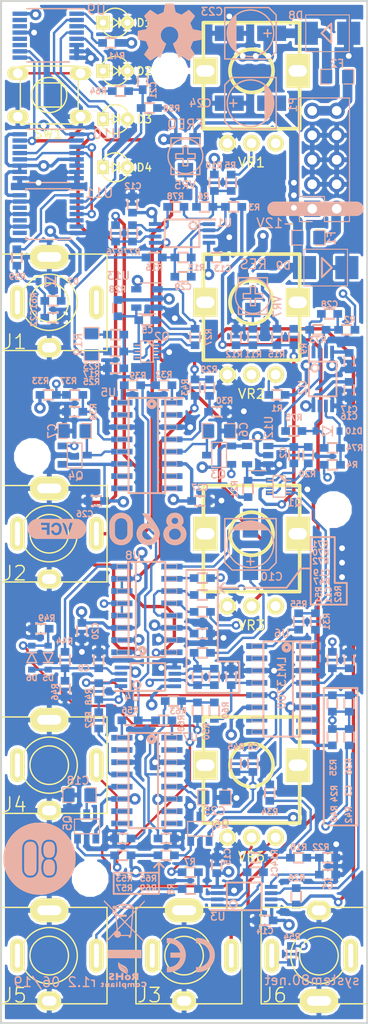
<source format=kicad_pcb>
(kicad_pcb (version 4) (host pcbnew 4.0.2-stable)
  (layers (0 F.Cu signal) (1 In1.Cu signal) (2 In2.Cu signal) (31 B.Cu signal) (34 B.Paste user) (35 F.Paste user) (36 B.SilkS user) (37 F.SilkS user) (38 B.Mask user) (39 F.Mask user) (44 Edge.Cuts user))
  (net 0 "")
  (net 1 "Net-(C1-Pad1)")
  (net 2 "Net-(C1-Pad2)")
  (net 3 "Net-(C2-Pad1)")
  (net 4 "Net-(C2-Pad2)")
  (net 5 "Net-(C3-Pad1)")
  (net 6 "Net-(C3-Pad2)")
  (net 7 "Net-(C4-Pad1)")
  (net 8 GND)
  (net 9 "Net-(C5-Pad1)")
  (net 10 "Net-(C5-Pad2)")
  (net 11 "Net-(C6-Pad1)")
  (net 12 "Net-(C7-Pad1)")
  (net 13 "Net-(C8-Pad1)")
  (net 14 "Net-(C8-Pad2)")
  (net 15 "Net-(C9-Pad1)")
  (net 16 "Net-(C10-Pad1)")
  (net 17 SWY2)
  (net 18 "Net-(C11-Pad1)")
  (net 19 "Net-(C11-Pad2)")
  (net 20 +12V)
  (net 21 -12V)
  (net 22 "Net-(C18-Pad1)")
  (net 23 "Net-(C21-Pad1)")
  (net 24 "Net-(C22-Pad1)")
  (net 25 "Net-(C25-Pad1)")
  (net 26 "Net-(C28-Pad1)")
  (net 27 "Net-(C28-Pad2)")
  (net 28 "Net-(C29-Pad1)")
  (net 29 "Net-(C29-Pad2)")
  (net 30 "Net-(D1-Pad2)")
  (net 31 "Net-(D2-Pad2)")
  (net 32 "Net-(D3-Pad2)")
  (net 33 "Net-(D4-Pad2)")
  (net 34 "Net-(D5-Pad2)")
  (net 35 "Net-(D10-Pad2)")
  (net 36 "Net-(D10-Pad1)")
  (net 37 "Net-(F1-Pad2)")
  (net 38 "Net-(F2-Pad2)")
  (net 39 "Net-(J1-Pad3)")
  (net 40 "Net-(J1-Pad2)")
  (net 41 "Net-(J2-Pad3)")
  (net 42 "Net-(J2-Pad2)")
  (net 43 "Net-(J3-Pad3)")
  (net 44 "Net-(J3-Pad2)")
  (net 45 "Net-(J4-Pad3)")
  (net 46 "Net-(J4-Pad2)")
  (net 47 "Net-(J5-Pad3)")
  (net 48 "Net-(J5-Pad2)")
  (net 49 "Net-(J6-Pad3)")
  (net 50 "Net-(J6-Pad2)")
  (net 51 "Net-(Q1-Pad1)")
  (net 52 "Net-(Q1-Pad5)")
  (net 53 RES_CTRL)
  (net 54 "Net-(Q2-Pad1)")
  (net 55 "Net-(Q2-Pad5)")
  (net 56 FREQ_CTRL)
  (net 57 "Net-(Q3-Pad1)")
  (net 58 "Net-(Q5-Pad1)")
  (net 59 "Net-(R1-Pad1)")
  (net 60 "Net-(R2-Pad2)")
  (net 61 "Net-(R5-Pad2)")
  (net 62 "Net-(R6-Pad2)")
  (net 63 "Net-(R7-Pad2)")
  (net 64 "Net-(R11-Pad2)")
  (net 65 "Net-(R16-Pad1)")
  (net 66 "Net-(R19-Pad1)")
  (net 67 "Net-(R26-Pad1)")
  (net 68 "Net-(R29-Pad1)")
  (net 69 "Net-(R31-Pad1)")
  (net 70 "Net-(R32-Pad1)")
  (net 71 "Net-(R34-Pad1)")
  (net 72 "Net-(R37-Pad1)")
  (net 73 "Net-(R39-Pad1)")
  (net 74 "Net-(R41-Pad2)")
  (net 75 OUT2A)
  (net 76 SUM1)
  (net 77 SWX1)
  (net 78 "Net-(R48-Pad1)")
  (net 79 "Net-(R52-Pad1)")
  (net 80 "Net-(R55-Pad1)")
  (net 81 "Net-(R56-Pad1)")
  (net 82 "Net-(R59-Pad1)")
  (net 83 "Net-(R60-Pad1)")
  (net 84 "Net-(R63-Pad1)")
  (net 85 "Net-(R64-Pad2)")
  (net 86 "Net-(R68-Pad1)")
  (net 87 OUT4)
  (net 88 SUM2)
  (net 89 OUT2B)
  (net 90 "Net-(R76-Pad1)")
  (net 91 "Net-(R77-Pad1)")
  (net 92 "Net-(U1-Pad5)")
  (net 93 "Net-(U5-Pad2)")
  (net 94 "Net-(U5-Pad15)")
  (net 95 "Net-(U6-Pad2)")
  (net 96 "Net-(U6-Pad15)")
  (net 97 "Net-(U7-Pad2)")
  (net 98 "Net-(U7-Pad15)")
  (net 99 "Net-(U10-Pad1)")
  (net 100 "Net-(U10-Pad15)")
  (net 101 "Net-(U9-Pad11)")
  (net 102 "Net-(U9-Pad12)")
  (net 103 "Net-(U9-Pad14)")
  (net 104 "Net-(U9-Pad15)")
  (net 105 "Net-(U10-Pad13)")
  (net 106 "Net-(U10-Pad3)")
  (net 107 "Net-(U10-Pad12)")
  (net 108 "Net-(U10-Pad14)")
  (net 109 "Net-(U11-Pad6)")
  (net 110 "Net-(U11-Pad8)")
  (net 111 "Net-(U11-Pad10)")
  (net 112 "Net-(U11-Pad12)")
  (module LOGO (layer B.Cu) (at 115.8 75 180)
    (fp_text reference G*** hide)
    (fp_text value LOGO hide)
  )
  (module MyModules:SNAP_HOLE_0.125_INCH (layer F.Cu) (at 144.5 73)
    (fp_text reference SNAP-HOLE-0.125-INCH hide)
    (fp_text value VAL** hide)
    (pad "" np_thru_hole circle (at 0 0) (size 3.175 3.175) (drill 3.175) (layers *.Cu *.Mask F.SilkS) (clearance 0.3175))
  )
  (module MyModules:SNAP_HOLE_0.125_INCH (layer F.Cu) (at 119.25 111.25)
    (fp_text reference SNAP-HOLE-0.125-INCH hide)
    (fp_text value VAL** hide)
    (pad "" np_thru_hole circle (at 0 0) (size 3.175 3.175) (drill 3.175) (layers *.Cu *.Mask F.SilkS) (clearance 0.3175))
  )
  (module MyModules:SNAP_HOLE_0.125_INCH (layer F.Cu) (at 113.25 67.5)
    (fp_text reference SNAP-HOLE-0.125-INCH hide)
    (fp_text value VAL** hide)
    (pad "" np_thru_hole circle (at 0 0) (size 3.175 3.175) (drill 3.175) (layers *.Cu *.Mask F.SilkS) (clearance 0.3175))
  )
  (module LOGO (layer B.Cu) (at 125.25 75 180)
    (fp_text reference G*** hide)
    (fp_text value LOGO hide)
  )
  (module LOGO (layer B.Cu) (at 114 109.2 180)
    (fp_text reference G*** hide)
    (fp_text value LOGO hide)
  )
  (module MyModules:3MM-LED-C1A2 (layer F.Cu) (at 121.85 22.5)
    (fp_text reference D1 (at 3.02 0.02) (layer F.SilkS) (effects (font (size 0.8128 0.8128))))
    (fp_text value LED hide)
    (pad 2 thru_hole rect (at -1.27 0) (size 1.4 1.4) (drill 0.65) (layers *.Cu *.Mask F.SilkS) (net 30 "Net-(D1-Pad2)"))
    (pad 1 thru_hole circle (at 1.27 0) (size 1.4 1.4) (drill 0.65) (layers *.Cu *.Mask F.SilkS) (net 8 GND))
  )
  (module MyModules:3MM-LED-C1A2 (layer F.Cu) (at 121.85 27.5)
    (fp_text reference D2 (at 3.02 0.02) (layer F.SilkS) (effects (font (size 0.8128 0.8128))))
    (fp_text value LED hide)
    (pad 2 thru_hole rect (at -1.27 0) (size 1.4 1.4) (drill 0.65) (layers *.Cu *.Mask F.SilkS) (net 31 "Net-(D2-Pad2)"))
    (pad 1 thru_hole circle (at 1.27 0) (size 1.4 1.4) (drill 0.65) (layers *.Cu *.Mask F.SilkS) (net 8 GND))
  )
  (module MyModules:3MM-LED-C1A2 (layer F.Cu) (at 121.85 32.5)
    (fp_text reference D3 (at 3.02 0.02) (layer F.SilkS) (effects (font (size 0.8128 0.8128))))
    (fp_text value LED hide)
    (pad 2 thru_hole rect (at -1.27 0) (size 1.2 1.4) (drill 0.65) (layers *.Cu *.Mask F.SilkS) (net 32 "Net-(D3-Pad2)"))
    (pad 1 thru_hole circle (at 1.27 0) (size 1.4 1.4) (drill 0.65) (layers *.Cu *.Mask F.SilkS) (net 8 GND))
  )
  (module MyModules:3MM-LED-C1A2 (layer F.Cu) (at 121.85 37.5)
    (fp_text reference D4 (at 3.02 0.02) (layer F.SilkS) (effects (font (size 0.8128 0.8128))))
    (fp_text value LED hide)
    (pad 2 thru_hole rect (at -1.27 0) (size 1.2 1.4) (drill 0.65) (layers *.Cu *.Mask F.SilkS) (net 33 "Net-(D4-Pad2)"))
    (pad 1 thru_hole circle (at 1.27 0) (size 1.4 1.4) (drill 0.65) (layers *.Cu *.Mask F.SilkS) (net 8 GND))
  )
  (module MyModules:PJ-301B-JACK-SLOTS (layer F.Cu) (at 115 51.5 270)
    (fp_text reference J1 (at 4.1 3.6 360) (layer F.SilkS) (effects (font (size 1.5 1.5))))
    (fp_text value PJ301B hide)
    (pad 1 thru_hole oval (at -4.7 0 270) (size 2.5 4) (drill oval 1 2.5) (layers *.Cu *.Mask F.SilkS) (net 8 GND))
    (pad 1 thru_hole oval (at 4.7 0 270) (size 2 2.5) (drill oval 1 1.5) (layers *.Cu *.Mask F.SilkS) (net 8 GND))
    (pad 3 thru_hole oval (at 0 -4.9 270) (size 3.5 1.5) (drill oval 2.5 0.5) (layers *.Cu *.Mask F.SilkS) (net 39 "Net-(J1-Pad3)"))
    (pad 2 thru_hole oval (at 0 3.3 270) (size 3.5 1.5) (drill oval 2.5 0.5) (layers *.Cu *.Mask F.SilkS) (net 40 "Net-(J1-Pad2)"))
  )
  (module MyModules:PJ-301B-JACK-SLOTS (layer F.Cu) (at 115 75.5 270)
    (fp_text reference J2 (at 4.1 3.6 360) (layer F.SilkS) (effects (font (size 1.5 1.5))))
    (fp_text value PJ301B hide)
    (pad 1 thru_hole oval (at -4.7 0 270) (size 2.5 4) (drill oval 1 2.5) (layers *.Cu *.Mask F.SilkS) (net 8 GND))
    (pad 1 thru_hole oval (at 4.7 0 270) (size 2 2.5) (drill oval 1 1.5) (layers *.Cu *.Mask F.SilkS) (net 8 GND))
    (pad 3 thru_hole oval (at 0 -4.9 270) (size 3.5 1.5) (drill oval 2.5 0.5) (layers *.Cu *.Mask F.SilkS) (net 41 "Net-(J2-Pad3)"))
    (pad 2 thru_hole oval (at 0 3.3 270) (size 3.5 1.5) (drill oval 2.5 0.5) (layers *.Cu *.Mask F.SilkS) (net 42 "Net-(J2-Pad2)"))
  )
  (module MyModules:PJ-301B-JACK-SLOTS (layer F.Cu) (at 129 119.25 270)
    (fp_text reference J3 (at 4.1 3.6 360) (layer F.SilkS) (effects (font (size 1.5 1.5))))
    (fp_text value PJ301B hide)
    (pad 1 thru_hole oval (at -4.7 0 270) (size 2.5 4) (drill oval 1 2.5) (layers *.Cu *.Mask F.SilkS) (net 8 GND))
    (pad 1 thru_hole oval (at 4.7 0 270) (size 2 2.5) (drill oval 1 1.5) (layers *.Cu *.Mask F.SilkS) (net 8 GND))
    (pad 3 thru_hole oval (at 0 -4.9 270) (size 3.5 1.5) (drill oval 2.5 0.5) (layers *.Cu *.Mask F.SilkS) (net 43 "Net-(J3-Pad3)"))
    (pad 2 thru_hole oval (at 0 3.3 270) (size 3.5 1.5) (drill oval 2.5 0.5) (layers *.Cu *.Mask F.SilkS) (net 44 "Net-(J3-Pad2)"))
  )
  (module MyModules:PJ-301B-JACK-SLOTS (layer F.Cu) (at 115 99.5 270)
    (fp_text reference J4 (at 4.1 3.6 360) (layer F.SilkS) (effects (font (size 1.5 1.5))))
    (fp_text value PJ301B hide)
    (pad 1 thru_hole oval (at -4.7 0 270) (size 2.5 4) (drill oval 1 2.5) (layers *.Cu *.Mask F.SilkS) (net 8 GND))
    (pad 1 thru_hole oval (at 4.7 0 270) (size 2 2.5) (drill oval 1 1.5) (layers *.Cu *.Mask F.SilkS) (net 8 GND))
    (pad 3 thru_hole oval (at 0 -4.9 270) (size 3.5 1.5) (drill oval 2.5 0.5) (layers *.Cu *.Mask F.SilkS) (net 45 "Net-(J4-Pad3)"))
    (pad 2 thru_hole oval (at 0 3.3 270) (size 3.5 1.5) (drill oval 2.5 0.5) (layers *.Cu *.Mask F.SilkS) (net 46 "Net-(J4-Pad2)"))
  )
  (module MyModules:PJ-301B-JACK-SLOTS (layer F.Cu) (at 115 119.25 270)
    (fp_text reference J5 (at 4.12 3.6 360) (layer F.SilkS) (effects (font (size 1.5 1.5))))
    (fp_text value PJ301B hide)
    (pad 1 thru_hole oval (at -4.7 0 270) (size 2.5 4) (drill oval 1 2.5) (layers *.Cu *.Mask F.SilkS) (net 8 GND))
    (pad 1 thru_hole oval (at 4.7 0 270) (size 2 2.5) (drill oval 1 1.5) (layers *.Cu *.Mask F.SilkS) (net 8 GND))
    (pad 3 thru_hole oval (at 0 -4.9 270) (size 3.5 1.5) (drill oval 2.5 0.5) (layers *.Cu *.Mask F.SilkS) (net 47 "Net-(J5-Pad3)"))
    (pad 2 thru_hole oval (at 0 3.3 270) (size 3.5 1.5) (drill oval 2.5 0.5) (layers *.Cu *.Mask F.SilkS) (net 48 "Net-(J5-Pad2)"))
  )
  (module MyModules:PJ-301B-JACK-SLOTS (layer F.Cu) (at 143 119.25 90)
    (fp_text reference J6 (at -4.1 -4.6 180) (layer F.SilkS) (effects (font (size 1.5 1.5))))
    (fp_text value PJ301B hide)
    (pad 1 thru_hole oval (at -4.7 0 90) (size 2.5 4) (drill oval 1 2.5) (layers *.Cu *.Mask F.SilkS) (net 8 GND))
    (pad 1 thru_hole oval (at 4.7 0 90) (size 2 2.5) (drill oval 1 1.5) (layers *.Cu *.Mask F.SilkS) (net 8 GND))
    (pad 3 thru_hole oval (at 0 -4.9 90) (size 3.5 1.5) (drill oval 2.5 0.5) (layers *.Cu *.Mask F.SilkS) (net 49 "Net-(J6-Pad3)"))
    (pad 2 thru_hole oval (at 0 3.3 90) (size 3.5 1.5) (drill oval 2.5 0.5) (layers *.Cu *.Mask F.SilkS) (net 50 "Net-(J6-Pad2)"))
  )
  (module Pin_Headers:Pin_Header_Straight_2x05_Pitch2.54mm (layer B.Cu) (at 142.3 41.8)
    (fp_text reference P1 (at -2 -10.8 90) (layer B.SilkS) (effects (font (size 0.8 0.8)) (justify mirror)))
    (fp_text value CONN_02X05)
    (pad 1 thru_hole rect (at 0 0) (size 1.7 1.7) (drill 1) (layers *.Cu *.Mask) (net 37 "Net-(F1-Pad2)"))
    (pad 2 thru_hole oval (at 2.54 0) (size 1.7 1.7) (drill 1) (layers *.Cu *.Mask) (net 37 "Net-(F1-Pad2)"))
    (pad 3 thru_hole oval (at 0 -2.54) (size 1.7 1.7) (drill 1) (layers *.Cu *.Mask) (net 8 GND))
    (pad 4 thru_hole oval (at 2.54 -2.54) (size 1.7 1.7) (drill 1) (layers *.Cu *.Mask) (net 8 GND))
    (pad 5 thru_hole oval (at 0 -5.08) (size 1.7 1.7) (drill 1) (layers *.Cu *.Mask) (net 8 GND))
    (pad 6 thru_hole oval (at 2.54 -5.08) (size 1.7 1.7) (drill 1) (layers *.Cu *.Mask) (net 8 GND))
    (pad 7 thru_hole oval (at 0 -7.62) (size 1.7 1.7) (drill 1) (layers *.Cu *.Mask) (net 8 GND))
    (pad 8 thru_hole oval (at 2.54 -7.62) (size 1.7 1.7) (drill 1) (layers *.Cu *.Mask) (net 8 GND))
    (pad 9 thru_hole oval (at 0 -10.16) (size 1.7 1.7) (drill 1) (layers *.Cu *.Mask) (net 38 "Net-(F2-Pad2)"))
    (pad 10 thru_hole oval (at 2.54 -10.16) (size 1.7 1.7) (drill 1) (layers *.Cu *.Mask) (net 38 "Net-(F2-Pad2)"))
  )
  (module MyModules:B3F-1050-OMRON (layer F.Cu) (at 115 30)
    (fp_text reference SW1 (at -0.1 4) (layer F.SilkS))
    (fp_text value B3F-1050 hide)
    (pad 1 thru_hole oval (at -3.25 -2.25) (size 2.2 1.4) (drill 1) (layers *.Cu *.Mask F.SilkS) (net 85 "Net-(R64-Pad2)"))
    (pad 2 thru_hole oval (at -3.25 2.25) (size 2.2 1.4) (drill 1) (layers *.Cu *.Mask F.SilkS) (net 8 GND))
    (pad 1 thru_hole oval (at 3.25 -2.25) (size 2.25 1.4) (drill 1) (layers *.Cu *.Mask F.SilkS) (net 85 "Net-(R64-Pad2)"))
    (pad 2 thru_hole oval (at 3.25 2.25) (size 2.25 1.4) (drill 1) (layers *.Cu *.Mask F.SilkS) (net 8 GND))
  )
  (module MyModules:SO16-JRL (layer B.Cu) (at 125.14 66.35 270)
    (fp_text reference U5 (at -5.5 4 540) (layer B.SilkS) (effects (font (size 0.8128 0.8128) (thickness 0.1524)) (justify mirror)))
    (fp_text value LM13700 hide)
    (pad 1 smd rect (at -4.445 -2.59842 270) (size 0.59944 2.19964) (layers B.Cu B.Paste B.Mask) (net 70 "Net-(R32-Pad1)"))
    (pad 2 smd rect (at -3.175 -2.59842 270) (size 0.59944 2.19964) (layers B.Cu B.Paste B.Mask) (net 93 "Net-(U5-Pad2)"))
    (pad 3 smd rect (at -1.905 -2.59842 270) (size 0.59944 2.19964) (layers B.Cu B.Paste B.Mask) (net 8 GND))
    (pad 4 smd rect (at -0.635 -2.59842 270) (size 0.59944 2.19964) (layers B.Cu B.Paste B.Mask) (net 68 "Net-(R29-Pad1)"))
    (pad 5 smd rect (at 0.635 -2.59842 270) (size 0.59944 2.19964) (layers B.Cu B.Paste B.Mask) (net 11 "Net-(C6-Pad1)"))
    (pad 6 smd rect (at 1.905 -2.59842 270) (size 0.59944 2.19964) (layers B.Cu B.Paste B.Mask) (net 21 -12V))
    (pad 7 smd rect (at 3.175 -2.59842 270) (size 0.59944 2.19964) (layers B.Cu B.Paste B.Mask))
    (pad 8 smd rect (at 4.445 -2.59842 270) (size 0.59944 2.19964) (layers B.Cu B.Paste B.Mask))
    (pad 9 smd rect (at 4.445 2.59842 270) (size 0.59944 2.19964) (layers B.Cu B.Paste B.Mask))
    (pad 10 smd rect (at 3.175 2.59842 270) (size 0.59944 2.19964) (layers B.Cu B.Paste B.Mask))
    (pad 11 smd rect (at 1.905 2.59842 270) (size 0.59944 2.19964) (layers B.Cu B.Paste B.Mask) (net 20 +12V))
    (pad 12 smd rect (at 0.635 2.59842 270) (size 0.59944 2.19964) (layers B.Cu B.Paste B.Mask) (net 12 "Net-(C7-Pad1)"))
    (pad 13 smd rect (at -0.635 2.59842 270) (size 0.59944 2.19964) (layers B.Cu B.Paste B.Mask) (net 72 "Net-(R37-Pad1)"))
    (pad 14 smd rect (at -1.905 2.59842 270) (size 0.59944 2.19964) (layers B.Cu B.Paste B.Mask) (net 8 GND))
    (pad 15 smd rect (at -3.175 2.59842 270) (size 0.59944 2.19964) (layers B.Cu B.Paste B.Mask) (net 94 "Net-(U5-Pad15)"))
    (pad 16 smd rect (at -4.445 2.59842 270) (size 0.59944 2.19964) (layers B.Cu B.Paste B.Mask) (net 73 "Net-(R39-Pad1)"))
  )
  (module MyModules:SO16-JRL (layer B.Cu) (at 125.14 83.35 90)
    (fp_text reference U8 (at 5.6 -1.45 360) (layer B.SilkS) (effects (font (size 0.8128 0.8128) (thickness 0.1524)) (justify mirror)))
    (fp_text value DG409 hide)
    (pad 1 smd rect (at -4.445 -2.59842 90) (size 0.59944 2.19964) (layers B.Cu B.Paste B.Mask) (net 99 "Net-(U10-Pad1)"))
    (pad 2 smd rect (at -3.175 -2.59842 90) (size 0.59944 2.19964) (layers B.Cu B.Paste B.Mask) (net 20 +12V))
    (pad 3 smd rect (at -1.905 -2.59842 90) (size 0.59944 2.19964) (layers B.Cu B.Paste B.Mask) (net 21 -12V))
    (pad 4 smd rect (at -0.635 -2.59842 90) (size 0.59944 2.19964) (layers B.Cu B.Paste B.Mask) (net 75 OUT2A))
    (pad 5 smd rect (at 0.635 -2.59842 90) (size 0.59944 2.19964) (layers B.Cu B.Paste B.Mask) (net 75 OUT2A))
    (pad 6 smd rect (at 1.905 -2.59842 90) (size 0.59944 2.19964) (layers B.Cu B.Paste B.Mask) (net 76 SUM1))
    (pad 7 smd rect (at 3.175 -2.59842 90) (size 0.59944 2.19964) (layers B.Cu B.Paste B.Mask) (net 76 SUM1))
    (pad 8 smd rect (at 4.445 -2.59842 90) (size 0.59944 2.19964) (layers B.Cu B.Paste B.Mask) (net 77 SWX1))
    (pad 9 smd rect (at 4.445 2.59842 90) (size 0.59944 2.19964) (layers B.Cu B.Paste B.Mask) (net 17 SWY2))
    (pad 10 smd rect (at 3.175 2.59842 90) (size 0.59944 2.19964) (layers B.Cu B.Paste B.Mask) (net 88 SUM2))
    (pad 11 smd rect (at 1.905 2.59842 90) (size 0.59944 2.19964) (layers B.Cu B.Paste B.Mask) (net 87 OUT4))
    (pad 12 smd rect (at 0.635 2.59842 90) (size 0.59944 2.19964) (layers B.Cu B.Paste B.Mask) (net 89 OUT2B))
    (pad 13 smd rect (at -0.635 2.59842 90) (size 0.59944 2.19964) (layers B.Cu B.Paste B.Mask) (net 87 OUT4))
    (pad 14 smd rect (at -1.905 2.59842 90) (size 0.59944 2.19964) (layers B.Cu B.Paste B.Mask) (net 20 +12V))
    (pad 15 smd rect (at -3.175 2.59842 90) (size 0.59944 2.19964) (layers B.Cu B.Paste B.Mask) (net 8 GND))
    (pad 16 smd rect (at -4.445 2.59842 90) (size 0.59944 2.19964) (layers B.Cu B.Paste B.Mask) (net 100 "Net-(U10-Pad15)"))
  )
  (module MyModules:SO16-JRL (layer B.Cu) (at 125.14 101.1 270)
    (fp_text reference U7 (at -4.5 -4.51 540) (layer B.SilkS) (effects (font (size 0.8128 0.8128) (thickness 0.1524)) (justify mirror)))
    (fp_text value LM13700 hide)
    (pad 1 smd rect (at -4.445 -2.59842 270) (size 0.59944 2.19964) (layers B.Cu B.Paste B.Mask) (net 86 "Net-(R68-Pad1)"))
    (pad 2 smd rect (at -3.175 -2.59842 270) (size 0.59944 2.19964) (layers B.Cu B.Paste B.Mask) (net 97 "Net-(U7-Pad2)"))
    (pad 3 smd rect (at -1.905 -2.59842 270) (size 0.59944 2.19964) (layers B.Cu B.Paste B.Mask) (net 8 GND))
    (pad 4 smd rect (at -0.635 -2.59842 270) (size 0.59944 2.19964) (layers B.Cu B.Paste B.Mask) (net 84 "Net-(R63-Pad1)"))
    (pad 5 smd rect (at 0.635 -2.59842 270) (size 0.59944 2.19964) (layers B.Cu B.Paste B.Mask) (net 25 "Net-(C25-Pad1)"))
    (pad 6 smd rect (at 1.905 -2.59842 270) (size 0.59944 2.19964) (layers B.Cu B.Paste B.Mask) (net 21 -12V))
    (pad 7 smd rect (at 3.175 -2.59842 270) (size 0.59944 2.19964) (layers B.Cu B.Paste B.Mask))
    (pad 8 smd rect (at 4.445 -2.59842 270) (size 0.59944 2.19964) (layers B.Cu B.Paste B.Mask))
    (pad 9 smd rect (at 4.445 2.59842 270) (size 0.59944 2.19964) (layers B.Cu B.Paste B.Mask))
    (pad 10 smd rect (at 3.175 2.59842 270) (size 0.59944 2.19964) (layers B.Cu B.Paste B.Mask))
    (pad 11 smd rect (at 1.905 2.59842 270) (size 0.59944 2.19964) (layers B.Cu B.Paste B.Mask) (net 20 +12V))
    (pad 12 smd rect (at 0.635 2.59842 270) (size 0.59944 2.19964) (layers B.Cu B.Paste B.Mask) (net 22 "Net-(C18-Pad1)"))
    (pad 13 smd rect (at -0.635 2.59842 270) (size 0.59944 2.19964) (layers B.Cu B.Paste B.Mask) (net 79 "Net-(R52-Pad1)"))
    (pad 14 smd rect (at -1.905 2.59842 270) (size 0.59944 2.19964) (layers B.Cu B.Paste B.Mask) (net 8 GND))
    (pad 15 smd rect (at -3.175 2.59842 270) (size 0.59944 2.19964) (layers B.Cu B.Paste B.Mask) (net 98 "Net-(U7-Pad15)"))
    (pad 16 smd rect (at -4.445 2.59842 270) (size 0.59944 2.19964) (layers B.Cu B.Paste B.Mask) (net 81 "Net-(R56-Pad1)"))
  )
  (module MyModules:SO16-JRL (layer B.Cu) (at 139.14 91.6 270)
    (fp_text reference U6 (at -5.75 0 540) (layer B.SilkS) (effects (font (size 0.8128 0.8128) (thickness 0.1524)) (justify mirror)))
    (fp_text value LM13700 (at -0.635 0 270) (layer B.SilkS) (effects (font (size 0.8128 0.8128) (thickness 0.1524)) (justify mirror)))
    (pad 1 smd rect (at -4.445 -2.59842 270) (size 0.59944 2.19964) (layers B.Cu B.Paste B.Mask) (net 69 "Net-(R31-Pad1)"))
    (pad 2 smd rect (at -3.175 -2.59842 270) (size 0.59944 2.19964) (layers B.Cu B.Paste B.Mask) (net 95 "Net-(U6-Pad2)"))
    (pad 3 smd rect (at -1.905 -2.59842 270) (size 0.59944 2.19964) (layers B.Cu B.Paste B.Mask) (net 8 GND))
    (pad 4 smd rect (at -0.635 -2.59842 270) (size 0.59944 2.19964) (layers B.Cu B.Paste B.Mask) (net 71 "Net-(R34-Pad1)"))
    (pad 5 smd rect (at 0.635 -2.59842 270) (size 0.59944 2.19964) (layers B.Cu B.Paste B.Mask) (net 6 "Net-(C3-Pad2)"))
    (pad 6 smd rect (at 1.905 -2.59842 270) (size 0.59944 2.19964) (layers B.Cu B.Paste B.Mask) (net 21 -12V))
    (pad 7 smd rect (at 3.175 -2.59842 270) (size 0.59944 2.19964) (layers B.Cu B.Paste B.Mask))
    (pad 8 smd rect (at 4.445 -2.59842 270) (size 0.59944 2.19964) (layers B.Cu B.Paste B.Mask))
    (pad 9 smd rect (at 4.445 2.59842 270) (size 0.59944 2.19964) (layers B.Cu B.Paste B.Mask))
    (pad 10 smd rect (at 3.175 2.59842 270) (size 0.59944 2.19964) (layers B.Cu B.Paste B.Mask))
    (pad 11 smd rect (at 1.905 2.59842 270) (size 0.59944 2.19964) (layers B.Cu B.Paste B.Mask) (net 20 +12V))
    (pad 12 smd rect (at 0.635 2.59842 270) (size 0.59944 2.19964) (layers B.Cu B.Paste B.Mask) (net 14 "Net-(C8-Pad2)"))
    (pad 13 smd rect (at -0.635 2.59842 270) (size 0.59944 2.19964) (layers B.Cu B.Paste B.Mask) (net 83 "Net-(R60-Pad1)"))
    (pad 14 smd rect (at -1.905 2.59842 270) (size 0.59944 2.19964) (layers B.Cu B.Paste B.Mask) (net 8 GND))
    (pad 15 smd rect (at -3.175 2.59842 270) (size 0.59944 2.19964) (layers B.Cu B.Paste B.Mask) (net 96 "Net-(U6-Pad15)"))
    (pad 16 smd rect (at -4.445 2.59842 270) (size 0.59944 2.19964) (layers B.Cu B.Paste B.Mask) (net 80 "Net-(R55-Pad1)"))
  )
  (module MyModules:SOT23-JRL (layer B.Cu) (at 130.64 106.1 180)
    (fp_text reference Q6 (at -2.25 0.5 180) (layer B.SilkS) (effects (font (size 0.8128 0.8128) (thickness 0.1524)) (justify mirror)))
    (fp_text value J112 hide)
    (pad 3 smd rect (at 0 1.27 180) (size 0.70104 1.00076) (layers B.Cu B.Paste B.Mask) (net 25 "Net-(C25-Pad1)"))
    (pad 1 smd rect (at 0.9525 -1.27 180) (size 0.70104 1.00076) (layers B.Cu B.Paste B.Mask) (net 13 "Net-(C8-Pad1)"))
    (pad 2 smd rect (at -0.9525 -1.27 180) (size 0.70104 1.00076) (layers B.Cu B.Paste B.Mask) (net 20 +12V))
  )
  (module MyModules:SOT23-JRL (layer B.Cu) (at 118.89 105.85 180)
    (fp_text reference Q5 (at 1.99 0.35 450) (layer B.SilkS) (effects (font (size 0.8128 0.8128) (thickness 0.1524)) (justify mirror)))
    (fp_text value J112 hide)
    (pad 3 smd rect (at 0 1.27 180) (size 0.70104 1.00076) (layers B.Cu B.Paste B.Mask) (net 22 "Net-(C18-Pad1)"))
    (pad 1 smd rect (at 0.9525 -1.27 180) (size 0.70104 1.00076) (layers B.Cu B.Paste B.Mask) (net 58 "Net-(Q5-Pad1)"))
    (pad 2 smd rect (at -0.9525 -1.27 180) (size 0.70104 1.00076) (layers B.Cu B.Paste B.Mask) (net 20 +12V))
  )
  (module MyModules:SOT23-JRL (layer B.Cu) (at 117.64 67.35 90)
    (fp_text reference Q4 (at -2.15 0.11 360) (layer B.SilkS) (effects (font (size 0.8128 0.8128) (thickness 0.1524)) (justify mirror)))
    (fp_text value J112 hide)
    (pad 3 smd rect (at 0 1.27 90) (size 0.70104 1.00076) (layers B.Cu B.Paste B.Mask) (net 12 "Net-(C7-Pad1)"))
    (pad 1 smd rect (at 0.9525 -1.27 90) (size 0.70104 1.00076) (layers B.Cu B.Paste B.Mask) (net 5 "Net-(C3-Pad1)"))
    (pad 2 smd rect (at -0.9525 -1.27 90) (size 0.70104 1.00076) (layers B.Cu B.Paste B.Mask) (net 20 +12V))
  )
  (module MyModules:SOT23-JRL (layer B.Cu) (at 132.64 67.35 270)
    (fp_text reference Q3 (at 1.99898 0.09906 540) (layer B.SilkS) (effects (font (size 0.8128 0.8128) (thickness 0.1524)) (justify mirror)))
    (fp_text value J112 hide)
    (pad 3 smd rect (at 0 1.27 270) (size 0.70104 1.00076) (layers B.Cu B.Paste B.Mask) (net 11 "Net-(C6-Pad1)"))
    (pad 1 smd rect (at 0.9525 -1.27 270) (size 0.70104 1.00076) (layers B.Cu B.Paste B.Mask) (net 57 "Net-(Q3-Pad1)"))
    (pad 2 smd rect (at -0.9525 -1.27 270) (size 0.70104 1.00076) (layers B.Cu B.Paste B.Mask) (net 20 +12V))
  )
  (module MyModules:SM0805-HAND-C (layer B.Cu) (at 132.64 64.85)
    (fp_text reference C6 (at 2.56 -0.15 90) (layer B.SilkS) (effects (font (size 0.8128 0.8128) (thickness 0.1524)) (justify mirror)))
    (fp_text value 330pF hide)
    (pad 1 smd rect (at -1.0795 0) (size 1.143 1.397) (layers B.Cu B.Paste B.Mask) (net 11 "Net-(C6-Pad1)"))
    (pad 2 smd rect (at 1.0795 0) (size 1.143 1.397) (layers B.Cu B.Paste B.Mask) (net 8 GND))
  )
  (module MyModules:SM0805-HAND-C (layer B.Cu) (at 117.64 64.85 180)
    (fp_text reference C7 (at 2.35 0 270) (layer B.SilkS) (effects (font (size 0.8128 0.8128) (thickness 0.1524)) (justify mirror)))
    (fp_text value 330pF hide)
    (pad 1 smd rect (at -1.0795 0 180) (size 1.143 1.397) (layers B.Cu B.Paste B.Mask) (net 12 "Net-(C7-Pad1)"))
    (pad 2 smd rect (at 1.0795 0 180) (size 1.143 1.397) (layers B.Cu B.Paste B.Mask) (net 8 GND))
  )
  (module MyModules:SM0805-HAND-C (layer B.Cu) (at 118.14 102.6 180)
    (fp_text reference C18 (at 0.14 1.5 180) (layer B.SilkS) (effects (font (size 0.8128 0.8128) (thickness 0.1524)) (justify mirror)))
    (fp_text value 330pF hide)
    (pad 1 smd rect (at -1.0795 0 180) (size 1.143 1.397) (layers B.Cu B.Paste B.Mask) (net 22 "Net-(C18-Pad1)"))
    (pad 2 smd rect (at 1.0795 0 180) (size 1.143 1.397) (layers B.Cu B.Paste B.Mask) (net 8 GND))
  )
  (module MyModules:SM0805-HAND-C (layer B.Cu) (at 132.14 102.85)
    (fp_text reference C25 (at 0 1.397) (layer B.SilkS) (effects (font (size 0.8128 0.8128) (thickness 0.1524)) (justify mirror)))
    (fp_text value 330pF hide)
    (pad 1 smd rect (at -1.0795 0) (size 1.143 1.397) (layers B.Cu B.Paste B.Mask) (net 25 "Net-(C25-Pad1)"))
    (pad 2 smd rect (at 1.0795 0) (size 1.143 1.397) (layers B.Cu B.Paste B.Mask) (net 8 GND))
  )
  (module "SMD TRAN:sot323-6" (layer B.Cu) (at 125.14 56.6 270)
    (fp_text reference Q2 (at -1.55 -1.55 360) (layer B.SilkS) (effects (font (size 0.8 0.8)) (justify mirror)))
    (fp_text value BCM857BS hide)
    (pad 1 smd rect (at -0.65 -1 270) (size 0.5 0.8) (layers B.Cu B.Paste B.Mask) (net 54 "Net-(Q2-Pad1)") (clearance 0.14))
    (pad 5 smd rect (at 0 1 270) (size 0.5 0.8) (layers B.Cu B.Paste B.Mask) (net 55 "Net-(Q2-Pad5)") (clearance 0.14))
    (pad 3 smd rect (at 0.65 -1 270) (size 0.5 0.8) (layers B.Cu B.Paste B.Mask) (net 56 FREQ_CTRL) (clearance 0.14))
    (pad 2 smd rect (at 0 -1 270) (size 0.5 0.8) (layers B.Cu B.Paste B.Mask) (net 8 GND) (clearance 0.14))
    (pad 4 smd rect (at 0.65 1 270) (size 0.5 0.8) (layers B.Cu B.Paste B.Mask) (net 54 "Net-(Q2-Pad1)") (clearance 0.14))
    (pad 6 smd rect (at -0.65 1 270) (size 0.5 0.8) (layers B.Cu B.Paste B.Mask) (net 10 "Net-(C5-Pad2)") (clearance 0.14))
  )
  (module "SMD TRAN:sot323-6" (layer B.Cu) (at 138.89 70.6 270)
    (fp_text reference Q1 (at 1.65 -1.6 360) (layer B.SilkS) (effects (font (size 0.8 0.8)) (justify mirror)))
    (fp_text value BCM857BS hide)
    (pad 1 smd rect (at -0.65 -1 270) (size 0.5 0.8) (layers B.Cu B.Paste B.Mask) (net 51 "Net-(Q1-Pad1)") (clearance 0.14))
    (pad 5 smd rect (at 0 1 270) (size 0.5 0.8) (layers B.Cu B.Paste B.Mask) (net 52 "Net-(Q1-Pad5)") (clearance 0.14))
    (pad 3 smd rect (at 0.65 -1 270) (size 0.5 0.8) (layers B.Cu B.Paste B.Mask) (net 53 RES_CTRL) (clearance 0.14))
    (pad 2 smd rect (at 0 -1 270) (size 0.5 0.8) (layers B.Cu B.Paste B.Mask) (net 8 GND) (clearance 0.14))
    (pad 4 smd rect (at 0.65 1 270) (size 0.5 0.8) (layers B.Cu B.Paste B.Mask) (net 51 "Net-(Q1-Pad1)") (clearance 0.14))
    (pad 6 smd rect (at -0.65 1 270) (size 0.5 0.8) (layers B.Cu B.Paste B.Mask) (net 4 "Net-(C2-Pad2)") (clearance 0.14))
  )
  (module MyModules:SM0603-R-YAGEO (layer B.Cu) (at 128.14 41.6 180)
    (fp_text reference R78 (at 0.04 1.1 180) (layer B.SilkS) (effects (font (size 0.6096 0.6096) (thickness 0.1524)) (justify mirror)))
    (fp_text value 100K hide)
    (pad 1 smd rect (at -0.85 0) (size 0.9 0.8) (layers B.Cu B.Paste B.Mask) (net 29 "Net-(C29-Pad2)"))
    (pad 2 smd rect (at 0.85 0) (size 0.9 0.8) (layers B.Cu B.Paste B.Mask) (net 91 "Net-(R77-Pad1)"))
  )
  (module MyModules:SM0603-R-YAGEO (layer B.Cu) (at 123.64 44.35 270)
    (fp_text reference R77 (at 1.95 0.04 540) (layer B.SilkS) (effects (font (size 0.6096 0.6096) (thickness 0.1524)) (justify mirror)))
    (fp_text value 100K hide)
    (pad 1 smd rect (at -0.85 0) (size 0.9 0.8) (layers B.Cu B.Paste B.Mask) (net 91 "Net-(R77-Pad1)"))
    (pad 2 smd rect (at 0.85 0) (size 0.9 0.8) (layers B.Cu B.Paste B.Mask) (net 90 "Net-(R76-Pad1)"))
  )
  (module MyModules:SM0603-R-YAGEO (layer B.Cu) (at 121.89 44.35 90)
    (fp_text reference R76 (at -1.95 -0.09 360) (layer B.SilkS) (effects (font (size 0.6096 0.6096) (thickness 0.1524)) (justify mirror)))
    (fp_text value 100K hide)
    (pad 1 smd rect (at -0.85 0) (size 0.9 0.8) (layers B.Cu B.Paste B.Mask) (net 90 "Net-(R76-Pad1)"))
    (pad 2 smd rect (at 0.85 0) (size 0.9 0.8) (layers B.Cu B.Paste B.Mask) (net 41 "Net-(J2-Pad3)"))
  )
  (module MyModules:SM0603-R-YAGEO (layer B.Cu) (at 140.39 64.85 180)
    (fp_text reference R75 (at 0 1.4 180) (layer B.SilkS) (effects (font (size 0.6096 0.6096) (thickness 0.1524)) (justify mirror)))
    (fp_text value 100K hide)
    (pad 1 smd rect (at -0.85 0) (size 0.9 0.8) (layers B.Cu B.Paste B.Mask) (net 35 "Net-(D10-Pad2)"))
    (pad 2 smd rect (at 0.85 0) (size 0.9 0.8) (layers B.Cu B.Paste B.Mask) (net 27 "Net-(C28-Pad2)"))
  )
  (module MyModules:SM0603-R-YAGEO (layer B.Cu) (at 144.39 66.6)
    (fp_text reference R74 (at 2.31 0 180) (layer B.SilkS) (effects (font (size 0.6096 0.6096) (thickness 0.1524)) (justify mirror)))
    (fp_text value 100K hide)
    (pad 1 smd rect (at -0.85 0) (size 0.9 0.8) (layers B.Cu B.Paste B.Mask) (net 35 "Net-(D10-Pad2)"))
    (pad 2 smd rect (at 0.85 0) (size 0.9 0.8) (layers B.Cu B.Paste B.Mask) (net 36 "Net-(D10-Pad1)"))
  )
  (module MyModules:SM0603-R-YAGEO (layer B.Cu) (at 142.89 54.35)
    (fp_text reference R73 (at 0.01 1.05) (layer B.SilkS) (effects (font (size 0.6096 0.6096) (thickness 0.1524)) (justify mirror)))
    (fp_text value 100K hide)
    (pad 1 smd rect (at -0.85 0) (size 0.9 0.8) (layers B.Cu B.Paste B.Mask) (net 26 "Net-(C28-Pad1)"))
    (pad 2 smd rect (at 0.85 0) (size 0.9 0.8) (layers B.Cu B.Paste B.Mask) (net 27 "Net-(C28-Pad2)"))
  )
  (module MyModules:SM0603-R-YAGEO (layer B.Cu) (at 130.89 83.6)
    (fp_text reference R72 (at 12.3 -5.25) (layer B.SilkS) (effects (font (size 0.6096 0.6096) (thickness 0.1524)) (justify mirror)))
    (fp_text value 270K hide)
    (pad 1 smd rect (at -0.85 0) (size 0.9 0.8) (layers B.Cu B.Paste B.Mask) (net 89 OUT2B))
    (pad 2 smd rect (at 0.85 0) (size 0.9 0.8) (layers B.Cu B.Paste B.Mask) (net 5 "Net-(C3-Pad1)"))
  )
  (module MyModules:SM0603-R-YAGEO (layer B.Cu) (at 130.89 80.1)
    (fp_text reference R71 (at 12.25 -3.5) (layer B.SilkS) (effects (font (size 0.6096 0.6096) (thickness 0.1524)) (justify mirror)))
    (fp_text value 10K hide)
    (pad 1 smd rect (at -0.85 0) (size 0.9 0.8) (layers B.Cu B.Paste B.Mask) (net 88 SUM2))
    (pad 2 smd rect (at 0.85 0) (size 0.9 0.8) (layers B.Cu B.Paste B.Mask) (net 78 "Net-(R48-Pad1)"))
  )
  (module MyModules:SM0603-R-YAGEO (layer B.Cu) (at 130.89 81.85)
    (fp_text reference R70 (at 12.3 -4.4) (layer B.SilkS) (effects (font (size 0.6096 0.6096) (thickness 0.1524)) (justify mirror)))
    (fp_text value 10K hide)
    (pad 1 smd rect (at -0.85 0) (size 0.9 0.8) (layers B.Cu B.Paste B.Mask) (net 87 OUT4))
    (pad 2 smd rect (at 0.85 0) (size 0.9 0.8) (layers B.Cu B.Paste B.Mask) (net 13 "Net-(C8-Pad1)"))
  )
  (module MyModules:SM0603-R-YAGEO (layer B.Cu) (at 127.14 108.85)
    (fp_text reference R69 (at -1.85 3.4) (layer B.SilkS) (effects (font (size 0.6096 0.6096) (thickness 0.1524)) (justify mirror)))
    (fp_text value 33K hide)
    (pad 1 smd rect (at -0.85 0) (size 0.9 0.8) (layers B.Cu B.Paste B.Mask) (net 21 -12V))
    (pad 2 smd rect (at 0.85 0) (size 0.9 0.8) (layers B.Cu B.Paste B.Mask) (net 13 "Net-(C8-Pad1)"))
  )
  (module MyModules:SM0603-R-YAGEO (layer B.Cu) (at 126.89 94.85 180)
    (fp_text reference R68 (at -1.81 -0.3 450) (layer B.SilkS) (effects (font (size 0.6096 0.6096) (thickness 0.1524)) (justify mirror)))
    (fp_text value 18K hide)
    (pad 1 smd rect (at -0.85 0) (size 0.9 0.8) (layers B.Cu B.Paste B.Mask) (net 86 "Net-(R68-Pad1)"))
    (pad 2 smd rect (at 0.85 0) (size 0.9 0.8) (layers B.Cu B.Paste B.Mask) (net 56 FREQ_CTRL))
  )
  (module MyModules:SM0603-R-YAGEO (layer B.Cu) (at 127.14 107.1 180)
    (fp_text reference R65 (at 1.85 -4.15 180) (layer B.SilkS) (effects (font (size 0.6096 0.6096) (thickness 0.1524)) (justify mirror)))
    (fp_text value 560 hide)
    (pad 1 smd rect (at -0.85 0) (size 0.9 0.8) (layers B.Cu B.Paste B.Mask) (net 8 GND))
    (pad 2 smd rect (at 0.85 0) (size 0.9 0.8) (layers B.Cu B.Paste B.Mask) (net 84 "Net-(R63-Pad1)"))
  )
  (module MyModules:SM0603-R-YAGEO (layer B.Cu) (at 122.39 29.6 180)
    (fp_text reference R64 (at 2.29 0 360) (layer B.SilkS) (effects (font (size 0.6096 0.6096) (thickness 0.1524)) (justify mirror)))
    (fp_text value 330 hide)
    (pad 1 smd rect (at -0.85 0) (size 0.9 0.8) (layers B.Cu B.Paste B.Mask) (net 23 "Net-(C21-Pad1)"))
    (pad 2 smd rect (at 0.85 0) (size 0.9 0.8) (layers B.Cu B.Paste B.Mask) (net 85 "Net-(R64-Pad2)"))
  )
  (module MyModules:SM0603-R-YAGEO (layer B.Cu) (at 127.89 92.85)
    (fp_text reference R63 (at 0.51 1.05 180) (layer B.SilkS) (effects (font (size 0.6096 0.6096) (thickness 0.1524)) (justify mirror)))
    (fp_text value 68K hide)
    (pad 1 smd rect (at -0.85 0) (size 0.9 0.8) (layers B.Cu B.Paste B.Mask) (net 84 "Net-(R63-Pad1)"))
    (pad 2 smd rect (at 0.85 0) (size 0.9 0.8) (layers B.Cu B.Paste B.Mask) (net 58 "Net-(Q5-Pad1)"))
  )
  (module MyModules:SM0603-R-YAGEO (layer B.Cu) (at 133.89 90.35 270)
    (fp_text reference R62 (at -8.6 -11.1 450) (layer B.SilkS) (effects (font (size 0.6096 0.6096) (thickness 0.1524)) (justify mirror)))
    (fp_text value 560 hide)
    (pad 1 smd rect (at -0.85 0) (size 0.9 0.8) (layers B.Cu B.Paste B.Mask) (net 8 GND))
    (pad 2 smd rect (at 0.85 0) (size 0.9 0.8) (layers B.Cu B.Paste B.Mask) (net 83 "Net-(R60-Pad1)"))
  )
  (module MyModules:SM0603-R-YAGEO (layer B.Cu) (at 115.39 51.35)
    (fp_text reference R61 (at -2 0 90) (layer B.SilkS) (effects (font (size 0.6096 0.6096) (thickness 0.1524)) (justify mirror)))
    (fp_text value 100K hide)
    (pad 1 smd rect (at -0.85 0) (size 0.9 0.8) (layers B.Cu B.Paste B.Mask) (net 24 "Net-(C22-Pad1)"))
    (pad 2 smd rect (at 0.85 0) (size 0.9 0.8) (layers B.Cu B.Paste B.Mask) (net 20 +12V))
  )
  (module MyModules:SM0603-R-YAGEO (layer B.Cu) (at 132.14 93.85 90)
    (fp_text reference R60 (at 0.05 1.16 270) (layer B.SilkS) (effects (font (size 0.6096 0.6096) (thickness 0.1524)) (justify mirror)))
    (fp_text value 68K hide)
    (pad 1 smd rect (at -0.85 0) (size 0.9 0.8) (layers B.Cu B.Paste B.Mask) (net 83 "Net-(R60-Pad1)"))
    (pad 2 smd rect (at 0.85 0) (size 0.9 0.8) (layers B.Cu B.Paste B.Mask) (net 58 "Net-(Q5-Pad1)"))
  )
  (module MyModules:SM0603-R-YAGEO (layer B.Cu) (at 111.64 46.85 270)
    (fp_text reference R59 (at 2 -0.05 360) (layer B.SilkS) (effects (font (size 0.6096 0.6096) (thickness 0.1524)) (justify mirror)))
    (fp_text value 330 hide)
    (pad 1 smd rect (at -0.85 0) (size 0.9 0.8) (layers B.Cu B.Paste B.Mask) (net 82 "Net-(R59-Pad1)"))
    (pad 2 smd rect (at 0.85 0) (size 0.9 0.8) (layers B.Cu B.Paste B.Mask) (net 24 "Net-(C22-Pad1)"))
  )
  (module MyModules:SM0603-R-YAGEO (layer B.Cu) (at 125.39 31.35)
    (fp_text reference R58 (at 2.31 0.05 180) (layer B.SilkS) (effects (font (size 0.6096 0.6096) (thickness 0.1524)) (justify mirror)))
    (fp_text value 33K hide)
    (pad 1 smd rect (at -0.85 0) (size 0.9 0.8) (layers B.Cu B.Paste B.Mask) (net 23 "Net-(C21-Pad1)"))
    (pad 2 smd rect (at 0.85 0) (size 0.9 0.8) (layers B.Cu B.Paste B.Mask) (net 20 +12V))
  )
  (module MyModules:SM0603-R-YAGEO (layer B.Cu) (at 122.64 108.85 180)
    (fp_text reference R57 (at -0.15 -3.4 360) (layer B.SilkS) (effects (font (size 0.6096 0.6096) (thickness 0.1524)) (justify mirror)))
    (fp_text value 33K hide)
    (pad 1 smd rect (at -0.85 0) (size 0.9 0.8) (layers B.Cu B.Paste B.Mask) (net 21 -12V))
    (pad 2 smd rect (at 0.85 0) (size 0.9 0.8) (layers B.Cu B.Paste B.Mask) (net 58 "Net-(Q5-Pad1)"))
  )
  (module MyModules:SM0603-R-YAGEO (layer B.Cu) (at 123.39 94.85)
    (fp_text reference R56 (at 0.01 -1.05) (layer B.SilkS) (effects (font (size 0.6096 0.6096) (thickness 0.1524)) (justify mirror)))
    (fp_text value 18K hide)
    (pad 1 smd rect (at -0.85 0) (size 0.9 0.8) (layers B.Cu B.Paste B.Mask) (net 81 "Net-(R56-Pad1)"))
    (pad 2 smd rect (at 0.85 0) (size 0.9 0.8) (layers B.Cu B.Paste B.Mask) (net 56 FREQ_CTRL))
  )
  (module MyModules:SM0603-R-YAGEO (layer B.Cu) (at 140.89 84.6 90)
    (fp_text reference R55 (at 1.8 0.01 180) (layer B.SilkS) (effects (font (size 0.6096 0.6096) (thickness 0.1524)) (justify mirror)))
    (fp_text value 18K hide)
    (pad 1 smd rect (at -0.85 0) (size 0.9 0.8) (layers B.Cu B.Paste B.Mask) (net 80 "Net-(R55-Pad1)"))
    (pad 2 smd rect (at 0.85 0) (size 0.9 0.8) (layers B.Cu B.Paste B.Mask) (net 53 RES_CTRL))
  )
  (module MyModules:SM0603-R-YAGEO (layer B.Cu) (at 140.14 119.1 90)
    (fp_text reference R54 (at 1.8 0.06 360) (layer B.SilkS) (effects (font (size 0.6096 0.6096) (thickness 0.1524)) (justify mirror)))
    (fp_text value 1K hide)
    (pad 1 smd rect (at -0.85 0) (size 0.9 0.8) (layers B.Cu B.Paste B.Mask) (net 49 "Net-(J6-Pad3)"))
    (pad 2 smd rect (at 0.85 0) (size 0.9 0.8) (layers B.Cu B.Paste B.Mask) (net 18 "Net-(C11-Pad1)"))
  )
  (module MyModules:SM0603-R-YAGEO (layer B.Cu) (at 122.64 107.1)
    (fp_text reference R53 (at 0.15 4.15 180) (layer B.SilkS) (effects (font (size 0.6096 0.6096) (thickness 0.1524)) (justify mirror)))
    (fp_text value 560 hide)
    (pad 1 smd rect (at -0.85 0) (size 0.9 0.8) (layers B.Cu B.Paste B.Mask) (net 8 GND))
    (pad 2 smd rect (at 0.85 0) (size 0.9 0.8) (layers B.Cu B.Paste B.Mask) (net 79 "Net-(R52-Pad1)"))
  )
  (module MyModules:SM0603-R-YAGEO (layer B.Cu) (at 120.14 94.85 90)
    (fp_text reference R52 (at 0.05 -1.04 90) (layer B.SilkS) (effects (font (size 0.6096 0.6096) (thickness 0.1524)) (justify mirror)))
    (fp_text value 68K hide)
    (pad 1 smd rect (at -0.85 0) (size 0.9 0.8) (layers B.Cu B.Paste B.Mask) (net 79 "Net-(R52-Pad1)"))
    (pad 2 smd rect (at 0.85 0) (size 0.9 0.8) (layers B.Cu B.Paste B.Mask) (net 78 "Net-(R48-Pad1)"))
  )
  (module MyModules:SM0603-R-YAGEO (layer B.Cu) (at 130.39 90.35 90)
    (fp_text reference R51 (at 8.5 12.6 270) (layer B.SilkS) (effects (font (size 0.6096 0.6096) (thickness 0.1524)) (justify mirror)))
    (fp_text value 330K hide)
    (pad 1 smd rect (at -0.85 0) (size 0.9 0.8) (layers B.Cu B.Paste B.Mask) (net 18 "Net-(C11-Pad1)"))
    (pad 2 smd rect (at 0.85 0) (size 0.9 0.8) (layers B.Cu B.Paste B.Mask) (net 19 "Net-(C11-Pad2)"))
  )
  (module MyModules:SM0603-R-YAGEO (layer B.Cu) (at 130.39 93.85 270)
    (fp_text reference R50 (at 2.15 -0.91 450) (layer B.SilkS) (effects (font (size 0.6096 0.6096) (thickness 0.1524)) (justify mirror)))
    (fp_text value 47K hide)
    (pad 1 smd rect (at -0.85 0) (size 0.9 0.8) (layers B.Cu B.Paste B.Mask) (net 58 "Net-(Q5-Pad1)"))
    (pad 2 smd rect (at 0.85 0) (size 0.9 0.8) (layers B.Cu B.Paste B.Mask) (net 34 "Net-(D5-Pad2)"))
  )
  (module MyModules:SM0603-R-YAGEO (layer B.Cu) (at 114.14 85.35)
    (fp_text reference R49 (at 0.61 -1.1) (layer B.SilkS) (effects (font (size 0.6096 0.6096) (thickness 0.1524)) (justify mirror)))
    (fp_text value 10K hide)
    (pad 1 smd rect (at -0.85 0) (size 0.9 0.8) (layers B.Cu B.Paste B.Mask) (net 8 GND))
    (pad 2 smd rect (at 0.85 0) (size 0.9 0.8) (layers B.Cu B.Paste B.Mask) (net 34 "Net-(D5-Pad2)"))
  )
  (module MyModules:SM0603-R-YAGEO (layer B.Cu) (at 120.14 91.85 90)
    (fp_text reference R48 (at -0.55 -1.04 90) (layer B.SilkS) (effects (font (size 0.6096 0.6096) (thickness 0.1524)) (justify mirror)))
    (fp_text value 100K hide)
    (pad 1 smd rect (at -0.85 0) (size 0.9 0.8) (layers B.Cu B.Paste B.Mask) (net 78 "Net-(R48-Pad1)"))
    (pad 2 smd rect (at 0.85 0) (size 0.9 0.8) (layers B.Cu B.Paste B.Mask) (net 14 "Net-(C8-Pad2)"))
  )
  (module MyModules:SM0603-R-YAGEO (layer B.Cu) (at 130.89 87.85)
    (fp_text reference R47 (at 12.4 -7.4) (layer B.SilkS) (effects (font (size 0.6096 0.6096) (thickness 0.1524)) (justify mirror)))
    (fp_text value 100K hide)
    (pad 1 smd rect (at -0.85 0) (size 0.9 0.8) (layers B.Cu B.Paste B.Mask) (net 19 "Net-(C11-Pad2)"))
    (pad 2 smd rect (at 0.85 0) (size 0.9 0.8) (layers B.Cu B.Paste B.Mask) (net 16 "Net-(C10-Pad1)"))
  )
  (module MyModules:SM0603-R-YAGEO (layer B.Cu) (at 116.64 91.6 90)
    (fp_text reference R46 (at -0.3 -1.04 270) (layer B.SilkS) (effects (font (size 0.6096 0.6096) (thickness 0.1524)) (justify mirror)))
    (fp_text value 33K hide)
    (pad 1 smd rect (at -0.85 0) (size 0.9 0.8) (layers B.Cu B.Paste B.Mask) (net 8 GND))
    (pad 2 smd rect (at 0.85 0) (size 0.9 0.8) (layers B.Cu B.Paste B.Mask) (net 15 "Net-(C9-Pad1)"))
  )
  (module MyModules:SM0603-R-YAGEO (layer B.Cu) (at 134.39 99.35 270)
    (fp_text reference R45 (at -1.75 0 360) (layer B.SilkS) (effects (font (size 0.6096 0.6096) (thickness 0.1524)) (justify mirror)))
    (fp_text value 100K hide)
    (pad 1 smd rect (at -0.85 0) (size 0.9 0.8) (layers B.Cu B.Paste B.Mask) (net 14 "Net-(C8-Pad2)"))
    (pad 2 smd rect (at 0.85 0) (size 0.9 0.8) (layers B.Cu B.Paste B.Mask) (net 13 "Net-(C8-Pad1)"))
  )
  (module MyModules:SM0603-R-YAGEO (layer B.Cu) (at 116.64 88.6 90)
    (fp_text reference R44 (at 1.95 -0.05 180) (layer B.SilkS) (effects (font (size 0.6096 0.6096) (thickness 0.1524)) (justify mirror)))
    (fp_text value 100K hide)
    (pad 1 smd rect (at -0.85 0) (size 0.9 0.8) (layers B.Cu B.Paste B.Mask) (net 15 "Net-(C9-Pad1)"))
    (pad 2 smd rect (at 0.85 0) (size 0.9 0.8) (layers B.Cu B.Paste B.Mask) (net 77 SWX1))
  )
  (module MyModules:SM0603-R-YAGEO (layer B.Cu) (at 130.14 60.35 90)
    (fp_text reference R43 (at 0.05 -1.04 270) (layer B.SilkS) (effects (font (size 0.6096 0.6096) (thickness 0.1524)) (justify mirror)))
    (fp_text value 56K hide)
    (pad 1 smd rect (at -0.85 0) (size 0.9 0.8) (layers B.Cu B.Paste B.Mask) (net 76 SUM1))
    (pad 2 smd rect (at 0.85 0) (size 0.9 0.8) (layers B.Cu B.Paste B.Mask) (net 67 "Net-(R26-Pad1)"))
  )
  (module MyModules:SM0603-R-YAGEO (layer B.Cu) (at 146.14 96.6 90)
    (fp_text reference R42 (at -8.05 -0.05 90) (layer B.SilkS) (effects (font (size 0.6096 0.6096) (thickness 0.1524)) (justify mirror)))
    (fp_text value 56K hide)
    (pad 1 smd rect (at -0.85 0) (size 0.9 0.8) (layers B.Cu B.Paste B.Mask) (net 75 OUT2A))
    (pad 2 smd rect (at 0.85 0) (size 0.9 0.8) (layers B.Cu B.Paste B.Mask) (net 5 "Net-(C3-Pad1)"))
  )
  (module MyModules:SM0603-R-YAGEO (layer B.Cu) (at 121.39 24.6 180)
    (fp_text reference R41 (at -0.6 -1.35 180) (layer B.SilkS) (effects (font (size 0.6096 0.6096) (thickness 0.1524)) (justify mirror)))
    (fp_text value 3.3K hide)
    (pad 1 smd rect (at -0.85 0) (size 0.9 0.8) (layers B.Cu B.Paste B.Mask) (net 20 +12V))
    (pad 2 smd rect (at 0.85 0) (size 0.9 0.8) (layers B.Cu B.Paste B.Mask) (net 74 "Net-(R41-Pad2)"))
  )
  (module MyModules:SM0603-R-YAGEO (layer B.Cu) (at 144.39 96.6 90)
    (fp_text reference R40 (at -7.95 0.2 90) (layer B.SilkS) (effects (font (size 0.6096 0.6096) (thickness 0.1524)) (justify mirror)))
    (fp_text value 33K hide)
    (pad 1 smd rect (at -0.85 0) (size 0.9 0.8) (layers B.Cu B.Paste B.Mask) (net 21 -12V))
    (pad 2 smd rect (at 0.85 0) (size 0.9 0.8) (layers B.Cu B.Paste B.Mask) (net 5 "Net-(C3-Pad1)"))
  )
  (module MyModules:SM0603-R-YAGEO (layer B.Cu) (at 123.64 60.1)
    (fp_text reference R39 (at 0.56 -1) (layer B.SilkS) (effects (font (size 0.6096 0.6096) (thickness 0.1524)) (justify mirror)))
    (fp_text value 18K hide)
    (pad 1 smd rect (at -0.85 0) (size 0.9 0.8) (layers B.Cu B.Paste B.Mask) (net 73 "Net-(R39-Pad1)"))
    (pad 2 smd rect (at 0.85 0) (size 0.9 0.8) (layers B.Cu B.Paste B.Mask) (net 56 FREQ_CTRL))
  )
  (module MyModules:SM0603-R-YAGEO (layer B.Cu) (at 117.64 62.85)
    (fp_text reference R38 (at 1.95 0 270) (layer B.SilkS) (effects (font (size 0.6096 0.6096) (thickness 0.1524)) (justify mirror)))
    (fp_text value 560 hide)
    (pad 1 smd rect (at -0.85 0) (size 0.9 0.8) (layers B.Cu B.Paste B.Mask) (net 8 GND))
    (pad 2 smd rect (at 0.85 0) (size 0.9 0.8) (layers B.Cu B.Paste B.Mask) (net 72 "Net-(R37-Pad1)"))
  )
  (module MyModules:SM0603-R-YAGEO (layer B.Cu) (at 117.64 61.1 180)
    (fp_text reference R37 (at 0.65 1.45 180) (layer B.SilkS) (effects (font (size 0.6096 0.6096) (thickness 0.1524)) (justify mirror)))
    (fp_text value 68K hide)
    (pad 1 smd rect (at -0.85 0) (size 0.9 0.8) (layers B.Cu B.Paste B.Mask) (net 72 "Net-(R37-Pad1)"))
    (pad 2 smd rect (at 0.85 0) (size 0.9 0.8) (layers B.Cu B.Paste B.Mask) (net 57 "Net-(Q3-Pad1)"))
  )
  (module MyModules:SM0603-R-YAGEO (layer B.Cu) (at 146.14 88.6 270)
    (fp_text reference R36 (at 11.05 0.05 270) (layer B.SilkS) (effects (font (size 0.6096 0.6096) (thickness 0.1524)) (justify mirror)))
    (fp_text value 560 hide)
    (pad 1 smd rect (at -0.85 0) (size 0.9 0.8) (layers B.Cu B.Paste B.Mask) (net 8 GND))
    (pad 2 smd rect (at 0.85 0) (size 0.9 0.8) (layers B.Cu B.Paste B.Mask) (net 71 "Net-(R34-Pad1)"))
  )
  (module MyModules:SM0603-R-YAGEO (layer B.Cu) (at 144.39 88.6 90)
    (fp_text reference R35 (at -11.15 0.1 90) (layer B.SilkS) (effects (font (size 0.6096 0.6096) (thickness 0.1524)) (justify mirror)))
    (fp_text value 68K hide)
    (pad 1 smd rect (at -0.85 0) (size 0.9 0.8) (layers B.Cu B.Paste B.Mask) (net 71 "Net-(R34-Pad1)"))
    (pad 2 smd rect (at 0.85 0) (size 0.9 0.8) (layers B.Cu B.Paste B.Mask) (net 57 "Net-(Q3-Pad1)"))
  )
  (module MyModules:SM0603-R-YAGEO (layer B.Cu) (at 137.89 102.35 270)
    (fp_text reference R34 (at 2 0 360) (layer B.SilkS) (effects (font (size 0.6096 0.6096) (thickness 0.1524)) (justify mirror)))
    (fp_text value 33K hide)
    (pad 1 smd rect (at -0.85 0) (size 0.9 0.8) (layers B.Cu B.Paste B.Mask) (net 71 "Net-(R34-Pad1)"))
    (pad 2 smd rect (at 0.85 0) (size 0.9 0.8) (layers B.Cu B.Paste B.Mask) (net 1 "Net-(C1-Pad1)"))
  )
  (module MyModules:SM0603-R-YAGEO (layer B.Cu) (at 114.89 61.1)
    (fp_text reference R33 (at -0.8 -1.45) (layer B.SilkS) (effects (font (size 0.6096 0.6096) (thickness 0.1524)) (justify mirror)))
    (fp_text value 33K hide)
    (pad 1 smd rect (at -0.85 0) (size 0.9 0.8) (layers B.Cu B.Paste B.Mask) (net 21 -12V))
    (pad 2 smd rect (at 0.85 0) (size 0.9 0.8) (layers B.Cu B.Paste B.Mask) (net 57 "Net-(Q3-Pad1)"))
  )
  (module MyModules:SM0603-R-YAGEO (layer B.Cu) (at 126.89 60.1 180)
    (fp_text reference R32 (at -0.01 1.1 180) (layer B.SilkS) (effects (font (size 0.6096 0.6096) (thickness 0.1524)) (justify mirror)))
    (fp_text value 18K hide)
    (pad 1 smd rect (at -0.85 0) (size 0.9 0.8) (layers B.Cu B.Paste B.Mask) (net 70 "Net-(R32-Pad1)"))
    (pad 2 smd rect (at 0.85 0) (size 0.9 0.8) (layers B.Cu B.Paste B.Mask) (net 56 FREQ_CTRL))
  )
  (module MyModules:SM0603-R-YAGEO (layer B.Cu) (at 142.64 84.6 90)
    (fp_text reference R31 (at 0 1.16 270) (layer B.SilkS) (effects (font (size 0.6096 0.6096) (thickness 0.1524)) (justify mirror)))
    (fp_text value 18K hide)
    (pad 1 smd rect (at -0.85 0) (size 0.9 0.8) (layers B.Cu B.Paste B.Mask) (net 69 "Net-(R31-Pad1)"))
    (pad 2 smd rect (at 0.85 0) (size 0.9 0.8) (layers B.Cu B.Paste B.Mask) (net 53 RES_CTRL))
  )
  (module MyModules:SM0603-R-YAGEO (layer B.Cu) (at 132.39 62.85 180)
    (fp_text reference R30 (at -0.81 1.15 360) (layer B.SilkS) (effects (font (size 0.6096 0.6096) (thickness 0.1524)) (justify mirror)))
    (fp_text value 560 hide)
    (pad 1 smd rect (at -0.85 0) (size 0.9 0.8) (layers B.Cu B.Paste B.Mask) (net 8 GND))
    (pad 2 smd rect (at 0.85 0) (size 0.9 0.8) (layers B.Cu B.Paste B.Mask) (net 68 "Net-(R29-Pad1)"))
  )
  (module MyModules:SM0603-R-YAGEO (layer B.Cu) (at 131.64 60.35 90)
    (fp_text reference R29 (at 1.9 -0.05 180) (layer B.SilkS) (effects (font (size 0.6096 0.6096) (thickness 0.1524)) (justify mirror)))
    (fp_text value 68K hide)
    (pad 1 smd rect (at -0.85 0) (size 0.9 0.8) (layers B.Cu B.Paste B.Mask) (net 68 "Net-(R29-Pad1)"))
    (pad 2 smd rect (at 0.85 0) (size 0.9 0.8) (layers B.Cu B.Paste B.Mask) (net 67 "Net-(R26-Pad1)"))
  )
  (module MyModules:SM0603-R-YAGEO (layer B.Cu) (at 122.14 52.1 90)
    (fp_text reference R28 (at 1.95 -0.05 180) (layer B.SilkS) (effects (font (size 0.6096 0.6096) (thickness 0.1524)) (justify mirror)))
    (fp_text value 1.5M hide)
    (pad 1 smd rect (at -0.85 0) (size 0.9 0.8) (layers B.Cu B.Paste B.Mask) (net 10 "Net-(C5-Pad2)"))
    (pad 2 smd rect (at 0.85 0) (size 0.9 0.8) (layers B.Cu B.Paste B.Mask) (net 21 -12V))
  )
  (module MyModules:SM0603-R-YAGEO (layer B.Cu) (at 130.14 55.1 90)
    (fp_text reference R27 (at 0 1.4 90) (layer B.SilkS) (effects (font (size 0.6096 0.6096) (thickness 0.1524)) (justify mirror)))
    (fp_text value 1.5K hide)
    (pad 1 smd rect (at -0.85 0) (size 0.9 0.8) (layers B.Cu B.Paste B.Mask) (net 54 "Net-(Q2-Pad1)"))
    (pad 2 smd rect (at 0.85 0) (size 0.9 0.8) (layers B.Cu B.Paste B.Mask) (net 9 "Net-(C5-Pad1)"))
  )
  (module MyModules:SM0603-R-YAGEO (layer B.Cu) (at 140.64 113.1 90)
    (fp_text reference R26 (at 1.9 0.05 180) (layer B.SilkS) (effects (font (size 0.6096 0.6096) (thickness 0.1524)) (justify mirror)))
    (fp_text value 100K hide)
    (pad 1 smd rect (at -0.85 0) (size 0.9 0.8) (layers B.Cu B.Paste B.Mask) (net 67 "Net-(R26-Pad1)"))
    (pad 2 smd rect (at 0.85 0) (size 0.9 0.8) (layers B.Cu B.Paste B.Mask) (net 6 "Net-(C3-Pad2)"))
  )
  (module MyModules:SM0603-R-YAGEO (layer B.Cu) (at 121.89 58.35)
    (fp_text reference R25 (at -2.5 1.4) (layer B.SilkS) (effects (font (size 0.6096 0.6096) (thickness 0.1524)) (justify mirror)))
    (fp_text value 820 hide)
    (pad 1 smd rect (at -0.85 0) (size 0.9 0.8) (layers B.Cu B.Paste B.Mask) (net 8 GND))
    (pad 2 smd rect (at 0.85 0) (size 0.9 0.8) (layers B.Cu B.Paste B.Mask) (net 55 "Net-(Q2-Pad5)"))
  )
  (module MyModules:SM0603-R-YAGEO (layer B.Cu) (at 144.39 93.1 270)
    (fp_text reference R24 (at 9.35 -0.2 270) (layer B.SilkS) (effects (font (size 0.6096 0.6096) (thickness 0.1524)) (justify mirror)))
    (fp_text value 100K hide)
    (pad 1 smd rect (at -0.85 0) (size 0.9 0.8) (layers B.Cu B.Paste B.Mask) (net 6 "Net-(C3-Pad2)"))
    (pad 2 smd rect (at 0.85 0) (size 0.9 0.8) (layers B.Cu B.Paste B.Mask) (net 5 "Net-(C3-Pad1)"))
  )
  (module MyModules:SM0603-R-YAGEO (layer B.Cu) (at 121.89 54.85)
    (fp_text reference R23 (at -2.5 3.3) (layer B.SilkS) (effects (font (size 0.6096 0.6096) (thickness 0.1524)) (justify mirror)))
    (fp_text value 1.8K hide)
    (pad 1 smd rect (at -0.85 0) (size 0.9 0.8) (layers B.Cu B.Paste B.Mask) (net 66 "Net-(R19-Pad1)"))
    (pad 2 smd rect (at 0.85 0) (size 0.9 0.8) (layers B.Cu B.Paste B.Mask) (net 55 "Net-(Q2-Pad5)"))
  )
  (module MyModules:SM0603-R-YAGEO (layer B.Cu) (at 143.89 109.1 180)
    (fp_text reference R22 (at 0.69 1.1 180) (layer B.SilkS) (effects (font (size 0.6096 0.6096) (thickness 0.1524)) (justify mirror)))
    (fp_text value 8.2K hide)
    (pad 1 smd rect (at -0.85 0) (size 0.9 0.8) (layers B.Cu B.Paste B.Mask) (net 8 GND))
    (pad 2 smd rect (at 0.85 0) (size 0.9 0.8) (layers B.Cu B.Paste B.Mask) (net 7 "Net-(C4-Pad1)"))
  )
  (module MyModules:SM0603-R-YAGEO (layer B.Cu) (at 135.64 70.85 270)
    (fp_text reference R21 (at 0 1.4 270) (layer B.SilkS) (effects (font (size 0.6096 0.6096) (thickness 0.1524)) (justify mirror)))
    (fp_text value 1.5M hide)
    (pad 1 smd rect (at -0.85 0) (size 0.9 0.8) (layers B.Cu B.Paste B.Mask) (net 4 "Net-(C2-Pad2)"))
    (pad 2 smd rect (at 0.85 0) (size 0.9 0.8) (layers B.Cu B.Paste B.Mask) (net 21 -12V))
  )
  (module MyModules:SM0603-R-YAGEO (layer B.Cu) (at 141.89 67.35 90)
    (fp_text reference R20 (at -1.95 -0.09 180) (layer B.SilkS) (effects (font (size 0.6096 0.6096) (thickness 0.1524)) (justify mirror)))
    (fp_text value 1.5K hide)
    (pad 1 smd rect (at -0.85 0) (size 0.9 0.8) (layers B.Cu B.Paste B.Mask) (net 51 "Net-(Q1-Pad1)"))
    (pad 2 smd rect (at 0.85 0) (size 0.9 0.8) (layers B.Cu B.Paste B.Mask) (net 3 "Net-(C2-Pad1)"))
  )
  (module MyModules:SM0603-R-YAGEO (layer B.Cu) (at 140.89 109.1 180)
    (fp_text reference R18 (at -0.01 1.1 180) (layer B.SilkS) (effects (font (size 0.6096 0.6096) (thickness 0.1524)) (justify mirror)))
    (fp_text value 47K hide)
    (pad 1 smd rect (at -0.85 0) (size 0.9 0.8) (layers B.Cu B.Paste B.Mask) (net 7 "Net-(C4-Pad1)"))
    (pad 2 smd rect (at 0.85 0) (size 0.9 0.8) (layers B.Cu B.Paste B.Mask) (net 1 "Net-(C1-Pad1)"))
  )
  (module MyModules:SM0603-R-YAGEO (layer B.Cu) (at 121.89 56.6)
    (fp_text reference R17 (at -2.5 2.35) (layer B.SilkS) (effects (font (size 0.6096 0.6096) (thickness 0.1524)) (justify mirror)))
    (fp_text value 5.6K hide)
    (pad 1 smd rect (at -0.85 0) (size 0.9 0.8) (layers B.Cu B.Paste B.Mask) (net 65 "Net-(R16-Pad1)"))
    (pad 2 smd rect (at 0.85 0) (size 0.9 0.8) (layers B.Cu B.Paste B.Mask) (net 55 "Net-(Q2-Pad5)"))
  )
  (module MyModules:SM0603-R-YAGEO (layer B.Cu) (at 125.89 46.85)
    (fp_text reference R16 (at 0.01 1.05 180) (layer B.SilkS) (effects (font (size 0.6096 0.6096) (thickness 0.1524)) (justify mirror)))
    (fp_text value 4.7K hide)
    (pad 1 smd rect (at -0.85 0) (size 0.9 0.8) (layers B.Cu B.Paste B.Mask) (net 65 "Net-(R16-Pad1)"))
    (pad 2 smd rect (at 0.85 0) (size 0.9 0.8) (layers B.Cu B.Paste B.Mask) (net 28 "Net-(C29-Pad1)"))
  )
  (module MyModules:SM0603-R-YAGEO (layer B.Cu) (at 138.64 55.1 90)
    (fp_text reference R15 (at -1.8 -0.04 180) (layer B.SilkS) (effects (font (size 0.6096 0.6096) (thickness 0.1524)) (justify mirror)))
    (fp_text value 150K hide)
    (pad 1 smd rect (at -0.85 0) (size 0.9 0.8) (layers B.Cu B.Paste B.Mask) (net 52 "Net-(Q1-Pad5)"))
    (pad 2 smd rect (at 0.85 0) (size 0.9 0.8) (layers B.Cu B.Paste B.Mask) (net 21 -12V))
  )
  (module MyModules:SM0603-R-YAGEO (layer B.Cu) (at 136.39 109.1 180)
    (fp_text reference R14 (at -2 0 270) (layer B.SilkS) (effects (font (size 0.6096 0.6096) (thickness 0.1524)) (justify mirror)))
    (fp_text value 47K hide)
    (pad 1 smd rect (at -0.85 0) (size 0.9 0.8) (layers B.Cu B.Paste B.Mask) (net 1 "Net-(C1-Pad1)"))
    (pad 2 smd rect (at 0.85 0) (size 0.9 0.8) (layers B.Cu B.Paste B.Mask) (net 2 "Net-(C1-Pad2)"))
  )
  (module MyModules:SM0603-R-YAGEO (layer B.Cu) (at 128.89 46.85)
    (fp_text reference R13 (at 1.41 1.05) (layer B.SilkS) (effects (font (size 0.6096 0.6096) (thickness 0.1524)) (justify mirror)))
    (fp_text value 47K hide)
    (pad 1 smd rect (at -0.85 0) (size 0.9 0.8) (layers B.Cu B.Paste B.Mask) (net 28 "Net-(C29-Pad1)"))
    (pad 2 smd rect (at 0.85 0) (size 0.9 0.8) (layers B.Cu B.Paste B.Mask) (net 29 "Net-(C29-Pad2)"))
  )
  (module MyModules:SM0603-R-YAGEO (layer B.Cu) (at 134.39 55.1 90)
    (fp_text reference R12 (at -1.8 -0.19 180) (layer B.SilkS) (effects (font (size 0.6096 0.6096) (thickness 0.1524)) (justify mirror)))
    (fp_text value 1K hide)
    (pad 1 smd rect (at -0.85 0) (size 0.9 0.8) (layers B.Cu B.Paste B.Mask) (net 52 "Net-(Q1-Pad5)"))
    (pad 2 smd rect (at 0.85 0) (size 0.9 0.8) (layers B.Cu B.Paste B.Mask) (net 8 GND))
  )
  (module MyModules:SM0603-R-YAGEO (layer B.Cu) (at 136.14 55.1 90)
    (fp_text reference R11 (at -1.8 0.05 180) (layer B.SilkS) (effects (font (size 0.6096 0.6096) (thickness 0.1524)) (justify mirror)))
    (fp_text value 1M hide)
    (pad 1 smd rect (at -0.85 0) (size 0.9 0.8) (layers B.Cu B.Paste B.Mask) (net 52 "Net-(Q1-Pad5)"))
    (pad 2 smd rect (at 0.85 0) (size 0.9 0.8) (layers B.Cu B.Paste B.Mask) (net 64 "Net-(R11-Pad2)"))
  )
  (module MyModules:SM0603-R-YAGEO (layer B.Cu) (at 132.14 39.1 90)
    (fp_text reference R10 (at 1.8 -0.04 360) (layer B.SilkS) (effects (font (size 0.6096 0.6096) (thickness 0.1524)) (justify mirror)))
    (fp_text value 680K hide)
    (pad 1 smd rect (at -0.85 0) (size 0.9 0.8) (layers B.Cu B.Paste B.Mask) (net 29 "Net-(C29-Pad2)"))
    (pad 2 smd rect (at 0.85 0) (size 0.9 0.8) (layers B.Cu B.Paste B.Mask) (net 20 +12V))
  )
  (module MyModules:SM0603-R-YAGEO (layer B.Cu) (at 140.39 55.1 90)
    (fp_text reference R9 (at -1.2 1.01 270) (layer B.SilkS) (effects (font (size 0.6096 0.6096) (thickness 0.1524)) (justify mirror)))
    (fp_text value 110K hide)
    (pad 1 smd rect (at -0.85 0) (size 0.9 0.8) (layers B.Cu B.Paste B.Mask) (net 52 "Net-(Q1-Pad5)"))
    (pad 2 smd rect (at 0.85 0) (size 0.9 0.8) (layers B.Cu B.Paste B.Mask) (net 26 "Net-(C28-Pad1)"))
  )
  (module MyModules:SM0603-R-YAGEO (layer B.Cu) (at 129.64 112.35 180)
    (fp_text reference R8 (at 2 0 270) (layer B.SilkS) (effects (font (size 0.6096 0.6096) (thickness 0.1524)) (justify mirror)))
    (fp_text value 100K hide)
    (pad 1 smd rect (at -0.85 0) (size 0.9 0.8) (layers B.Cu B.Paste B.Mask) (net 2 "Net-(C1-Pad2)"))
    (pad 2 smd rect (at 0.85 0) (size 0.9 0.8) (layers B.Cu B.Paste B.Mask) (net 47 "Net-(J5-Pad3)"))
  )
  (module MyModules:SM0603-R-YAGEO (layer B.Cu) (at 129.64 110.6 180)
    (fp_text reference R7 (at 0.04 1.1 180) (layer B.SilkS) (effects (font (size 0.6096 0.6096) (thickness 0.1524)) (justify mirror)))
    (fp_text value 100K hide)
    (pad 1 smd rect (at -0.85 0) (size 0.9 0.8) (layers B.Cu B.Paste B.Mask) (net 2 "Net-(C1-Pad2)"))
    (pad 2 smd rect (at 0.85 0) (size 0.9 0.8) (layers B.Cu B.Paste B.Mask) (net 63 "Net-(R7-Pad2)"))
  )
  (module MyModules:SM0603-R-YAGEO (layer B.Cu) (at 131.14 41.6 180)
    (fp_text reference R6 (at 0.14 1.1 180) (layer B.SilkS) (effects (font (size 0.6096 0.6096) (thickness 0.1524)) (justify mirror)))
    (fp_text value 200K hide)
    (pad 1 smd rect (at -0.85 0) (size 0.9 0.8) (layers B.Cu B.Paste B.Mask) (net 29 "Net-(C29-Pad2)"))
    (pad 2 smd rect (at 0.85 0) (size 0.9 0.8) (layers B.Cu B.Paste B.Mask) (net 62 "Net-(R6-Pad2)"))
  )
  (module MyModules:SM0603-R-YAGEO (layer B.Cu) (at 133.89 39.1 90)
    (fp_text reference R5 (at 1.8 -0.09 360) (layer B.SilkS) (effects (font (size 0.6096 0.6096) (thickness 0.1524)) (justify mirror)))
    (fp_text value 200K hide)
    (pad 1 smd rect (at -0.85 0) (size 0.9 0.8) (layers B.Cu B.Paste B.Mask) (net 29 "Net-(C29-Pad2)"))
    (pad 2 smd rect (at 0.85 0) (size 0.9 0.8) (layers B.Cu B.Paste B.Mask) (net 61 "Net-(R5-Pad2)"))
  )
  (module MyModules:SM0603-R-YAGEO (layer B.Cu) (at 144.39 68.35 180)
    (fp_text reference R4 (at -2.06 0 360) (layer B.SilkS) (effects (font (size 0.6096 0.6096) (thickness 0.1524)) (justify mirror)))
    (fp_text value 100K hide)
    (pad 1 smd rect (at -0.85 0) (size 0.9 0.8) (layers B.Cu B.Paste B.Mask) (net 36 "Net-(D10-Pad1)"))
    (pad 2 smd rect (at 0.85 0) (size 0.9 0.8) (layers B.Cu B.Paste B.Mask) (net 39 "Net-(J1-Pad3)"))
  )
  (module MyModules:SM0603-R-YAGEO (layer B.Cu) (at 134.14 41.6)
    (fp_text reference R3 (at 2.15 0.05) (layer B.SilkS) (effects (font (size 0.6096 0.6096) (thickness 0.1524)) (justify mirror)))
    (fp_text value 100K hide)
    (pad 1 smd rect (at -0.85 0) (size 0.9 0.8) (layers B.Cu B.Paste B.Mask) (net 29 "Net-(C29-Pad2)"))
    (pad 2 smd rect (at 0.85 0) (size 0.9 0.8) (layers B.Cu B.Paste B.Mask) (net 43 "Net-(J3-Pad3)"))
  )
  (module MyModules:SM0603-R-YAGEO (layer B.Cu) (at 145.89 54.35)
    (fp_text reference R2 (at 0.31 -1.05) (layer B.SilkS) (effects (font (size 0.6096 0.6096) (thickness 0.1524)) (justify mirror)))
    (fp_text value 100K hide)
    (pad 1 smd rect (at -0.85 0) (size 0.9 0.8) (layers B.Cu B.Paste B.Mask) (net 27 "Net-(C28-Pad2)"))
    (pad 2 smd rect (at 0.85 0) (size 0.9 0.8) (layers B.Cu B.Paste B.Mask) (net 60 "Net-(R2-Pad2)"))
  )
  (module MyModules:SM0603-R-YAGEO (layer B.Cu) (at 138.64 61.1)
    (fp_text reference R1 (at 0 1.4) (layer B.SilkS) (effects (font (size 0.6096 0.6096) (thickness 0.1524)) (justify mirror)))
    (fp_text value 10K hide)
    (pad 1 smd rect (at -0.85 0) (size 0.9 0.8) (layers B.Cu B.Paste B.Mask) (net 59 "Net-(R1-Pad1)"))
    (pad 2 smd rect (at 0.85 0) (size 0.9 0.8) (layers B.Cu B.Paste B.Mask) (net 21 -12V))
  )
  (module MyModules:TSSOP8-JRL (layer B.Cu) (at 125.14 90.35 90)
    (fp_text reference U4 (at -2.1 -1.55 360) (layer B.SilkS) (effects (font (size 0.8 0.8)) (justify mirror)))
    (fp_text value TL072- hide)
    (pad 1 smd rect (at -0.9554 -2.694 90) (size 0.4 1.30048) (layers B.Cu B.Paste B.Mask) (net 78 "Net-(R48-Pad1)"))
    (pad 2 smd rect (at -0.3204 -2.694 90) (size 0.4 1.30048) (layers B.Cu B.Paste B.Mask) (net 14 "Net-(C8-Pad2)"))
    (pad 3 smd rect (at 0.34 -2.694 90) (size 0.4 1.30048) (layers B.Cu B.Paste B.Mask) (net 15 "Net-(C9-Pad1)"))
    (pad 4 smd rect (at 0.975 -2.694 90) (size 0.4 1.30048) (layers B.Cu B.Paste B.Mask) (net 21 -12V))
    (pad 5 smd rect (at 0.975 2.894 90) (size 0.4 1.30048) (layers B.Cu B.Paste B.Mask) (net 8 GND))
    (pad 6 smd rect (at 0.3273 2.894 90) (size 0.4 1.30048) (layers B.Cu B.Paste B.Mask) (net 19 "Net-(C11-Pad2)"))
    (pad 7 smd rect (at -0.3204 2.894 90) (size 0.4 1.30048) (layers B.Cu B.Paste B.Mask) (net 18 "Net-(C11-Pad1)"))
    (pad 8 smd rect (at -0.9681 2.894 90) (size 0.4 1.30048) (layers B.Cu B.Paste B.Mask) (net 20 +12V))
  )
  (module MyModules:TSSOP8-JRL (layer B.Cu) (at 135.14 113.1 90)
    (fp_text reference U3 (at -2.1 -2.64 360) (layer B.SilkS) (effects (font (size 0.8 0.8)) (justify mirror)))
    (fp_text value TL072- hide)
    (pad 1 smd rect (at -0.9554 -2.694 90) (size 0.4 1.30048) (layers B.Cu B.Paste B.Mask) (net 1 "Net-(C1-Pad1)"))
    (pad 2 smd rect (at -0.3204 -2.694 90) (size 0.4 1.30048) (layers B.Cu B.Paste B.Mask) (net 2 "Net-(C1-Pad2)"))
    (pad 3 smd rect (at 0.34 -2.694 90) (size 0.4 1.30048) (layers B.Cu B.Paste B.Mask) (net 8 GND))
    (pad 4 smd rect (at 0.975 -2.694 90) (size 0.4 1.30048) (layers B.Cu B.Paste B.Mask) (net 21 -12V))
    (pad 5 smd rect (at 0.975 2.894 90) (size 0.4 1.30048) (layers B.Cu B.Paste B.Mask) (net 7 "Net-(C4-Pad1)"))
    (pad 6 smd rect (at 0.3273 2.894 90) (size 0.4 1.30048) (layers B.Cu B.Paste B.Mask) (net 6 "Net-(C3-Pad2)"))
    (pad 7 smd rect (at -0.3204 2.894 90) (size 0.4 1.30048) (layers B.Cu B.Paste B.Mask) (net 67 "Net-(R26-Pad1)"))
    (pad 8 smd rect (at -0.9681 2.894 90) (size 0.4 1.30048) (layers B.Cu B.Paste B.Mask) (net 20 +12V))
  )
  (module MyModules:TSSOP8-JRL (layer B.Cu) (at 143.39 59.35)
    (fp_text reference U2 (at -2.1 1 270) (layer B.SilkS) (effects (font (size 0.8 0.8)) (justify mirror)))
    (fp_text value TL072- hide)
    (pad 1 smd rect (at -0.9554 -2.694) (size 0.4 1.30048) (layers B.Cu B.Paste B.Mask) (net 26 "Net-(C28-Pad1)"))
    (pad 2 smd rect (at -0.3204 -2.694) (size 0.4 1.30048) (layers B.Cu B.Paste B.Mask) (net 27 "Net-(C28-Pad2)"))
    (pad 3 smd rect (at 0.34 -2.694) (size 0.4 1.30048) (layers B.Cu B.Paste B.Mask) (net 8 GND))
    (pad 4 smd rect (at 0.975 -2.694) (size 0.4 1.30048) (layers B.Cu B.Paste B.Mask) (net 21 -12V))
    (pad 5 smd rect (at 0.975 2.894) (size 0.4 1.30048) (layers B.Cu B.Paste B.Mask) (net 8 GND))
    (pad 6 smd rect (at 0.3273 2.894) (size 0.4 1.30048) (layers B.Cu B.Paste B.Mask) (net 36 "Net-(D10-Pad1)"))
    (pad 7 smd rect (at -0.3204 2.894) (size 0.4 1.30048) (layers B.Cu B.Paste B.Mask) (net 35 "Net-(D10-Pad2)"))
    (pad 8 smd rect (at -0.9681 2.894) (size 0.4 1.30048) (layers B.Cu B.Paste B.Mask) (net 20 +12V))
  )
  (module MyModules:TSSOP8-JRL (layer B.Cu) (at 128.89 44.35 270)
    (fp_text reference U1 (at -1.1 -4.3 540) (layer B.SilkS) (effects (font (size 0.8 0.8)) (justify mirror)))
    (fp_text value TL072- hide)
    (pad 1 smd rect (at -0.9554 -2.694 270) (size 0.4 1.30048) (layers B.Cu B.Paste B.Mask) (net 28 "Net-(C29-Pad1)"))
    (pad 2 smd rect (at -0.3204 -2.694 270) (size 0.4 1.30048) (layers B.Cu B.Paste B.Mask) (net 29 "Net-(C29-Pad2)"))
    (pad 3 smd rect (at 0.34 -2.694 270) (size 0.4 1.30048) (layers B.Cu B.Paste B.Mask) (net 8 GND))
    (pad 4 smd rect (at 0.975 -2.694 270) (size 0.4 1.30048) (layers B.Cu B.Paste B.Mask) (net 21 -12V))
    (pad 5 smd rect (at 0.975 2.894 270) (size 0.4 1.30048) (layers B.Cu B.Paste B.Mask) (net 92 "Net-(U1-Pad5)"))
    (pad 6 smd rect (at 0.3273 2.894 270) (size 0.4 1.30048) (layers B.Cu B.Paste B.Mask) (net 90 "Net-(R76-Pad1)"))
    (pad 7 smd rect (at -0.3204 2.894 270) (size 0.4 1.30048) (layers B.Cu B.Paste B.Mask) (net 91 "Net-(R77-Pad1)"))
    (pad 8 smd rect (at -0.9681 2.894 270) (size 0.4 1.30048) (layers B.Cu B.Paste B.Mask) (net 20 +12V))
  )
  (module Housings_SSOP:TSSOP-16_4.4x5mm_Pitch0.65mm (layer B.Cu) (at 114.89 36.35 180)
    (fp_text reference U10 (at -6.1 2.3 180) (layer B.SilkS) (effects (justify mirror)))
    (fp_text value CD4027)
    (pad 1 smd rect (at -2.95 2.275 180) (size 1.5 0.45) (layers B.Cu B.Paste B.Mask) (net 99 "Net-(U10-Pad1)"))
    (pad 2 smd rect (at -2.95 1.625 180) (size 1.5 0.45) (layers B.Cu B.Paste B.Mask) (net 105 "Net-(U10-Pad13)"))
    (pad 3 smd rect (at -2.95 0.975 180) (size 1.5 0.45) (layers B.Cu B.Paste B.Mask) (net 106 "Net-(U10-Pad3)"))
    (pad 4 smd rect (at -2.95 0.325 180) (size 1.5 0.45) (layers B.Cu B.Paste B.Mask) (net 107 "Net-(U10-Pad12)"))
    (pad 5 smd rect (at -2.95 -0.325 180) (size 1.5 0.45) (layers B.Cu B.Paste B.Mask) (net 20 +12V))
    (pad 6 smd rect (at -2.95 -0.975 180) (size 1.5 0.45) (layers B.Cu B.Paste B.Mask) (net 20 +12V))
    (pad 7 smd rect (at -2.95 -1.625 180) (size 1.5 0.45) (layers B.Cu B.Paste B.Mask) (net 8 GND))
    (pad 8 smd rect (at -2.95 -2.275 180) (size 1.5 0.45) (layers B.Cu B.Paste B.Mask) (net 8 GND))
    (pad 9 smd rect (at 2.95 -2.275 180) (size 1.5 0.45) (layers B.Cu B.Paste B.Mask) (net 8 GND))
    (pad 10 smd rect (at 2.95 -1.625 180) (size 1.5 0.45) (layers B.Cu B.Paste B.Mask) (net 20 +12V))
    (pad 11 smd rect (at 2.95 -0.975 180) (size 1.5 0.45) (layers B.Cu B.Paste B.Mask) (net 20 +12V))
    (pad 12 smd rect (at 2.95 -0.325 180) (size 1.5 0.45) (layers B.Cu B.Paste B.Mask) (net 107 "Net-(U10-Pad12)"))
    (pad 13 smd rect (at 2.95 0.325 180) (size 1.5 0.45) (layers B.Cu B.Paste B.Mask) (net 105 "Net-(U10-Pad13)"))
    (pad 14 smd rect (at 2.95 0.975 180) (size 1.5 0.45) (layers B.Cu B.Paste B.Mask) (net 108 "Net-(U10-Pad14)"))
    (pad 15 smd rect (at 2.95 1.625 180) (size 1.5 0.45) (layers B.Cu B.Paste B.Mask) (net 100 "Net-(U10-Pad15)"))
    (pad 16 smd rect (at 2.95 2.275 180) (size 1.5 0.45) (layers B.Cu B.Paste B.Mask) (net 20 +12V))
  )
  (module Housings_SSOP:TSSOP-16_4.4x5mm_Pitch0.65mm (layer B.Cu) (at 114.89 23.85 180)
    (fp_text reference U9 (at -5 2.7 180) (layer B.SilkS) (effects (justify mirror)))
    (fp_text value CD4052)
    (pad 1 smd rect (at -2.95 2.275 180) (size 1.5 0.45) (layers B.Cu B.Paste B.Mask) (net 30 "Net-(D1-Pad2)"))
    (pad 2 smd rect (at -2.95 1.625 180) (size 1.5 0.45) (layers B.Cu B.Paste B.Mask) (net 32 "Net-(D3-Pad2)"))
    (pad 3 smd rect (at -2.95 0.975 180) (size 1.5 0.45) (layers B.Cu B.Paste B.Mask) (net 74 "Net-(R41-Pad2)"))
    (pad 4 smd rect (at -2.95 0.325 180) (size 1.5 0.45) (layers B.Cu B.Paste B.Mask) (net 33 "Net-(D4-Pad2)"))
    (pad 5 smd rect (at -2.95 -0.325 180) (size 1.5 0.45) (layers B.Cu B.Paste B.Mask) (net 31 "Net-(D2-Pad2)"))
    (pad 6 smd rect (at -2.95 -0.975 180) (size 1.5 0.45) (layers B.Cu B.Paste B.Mask) (net 8 GND))
    (pad 7 smd rect (at -2.95 -1.625 180) (size 1.5 0.45) (layers B.Cu B.Paste B.Mask) (net 8 GND))
    (pad 8 smd rect (at -2.95 -2.275 180) (size 1.5 0.45) (layers B.Cu B.Paste B.Mask) (net 8 GND))
    (pad 9 smd rect (at 2.95 -2.275 180) (size 1.5 0.45) (layers B.Cu B.Paste B.Mask) (net 100 "Net-(U10-Pad15)"))
    (pad 10 smd rect (at 2.95 -1.625 180) (size 1.5 0.45) (layers B.Cu B.Paste B.Mask) (net 99 "Net-(U10-Pad1)"))
    (pad 11 smd rect (at 2.95 -0.975 180) (size 1.5 0.45) (layers B.Cu B.Paste B.Mask) (net 101 "Net-(U9-Pad11)"))
    (pad 12 smd rect (at 2.95 -0.325 180) (size 1.5 0.45) (layers B.Cu B.Paste B.Mask) (net 102 "Net-(U9-Pad12)"))
    (pad 13 smd rect (at 2.95 0.325 180) (size 1.5 0.45) (layers B.Cu B.Paste B.Mask) (net 8 GND))
    (pad 14 smd rect (at 2.95 0.975 180) (size 1.5 0.45) (layers B.Cu B.Paste B.Mask) (net 103 "Net-(U9-Pad14)"))
    (pad 15 smd rect (at 2.95 1.625 180) (size 1.5 0.45) (layers B.Cu B.Paste B.Mask) (net 104 "Net-(U9-Pad15)"))
    (pad 16 smd rect (at 2.95 2.275 180) (size 1.5 0.45) (layers B.Cu B.Paste B.Mask) (net 20 +12V))
  )
  (module Housings_SSOP:TSSOP-14_4.4x5mm_Pitch0.65mm (layer B.Cu) (at 114.89 42.35 180)
    (fp_text reference U11 (at -5.3 2.2 180) (layer B.SilkS) (effects (justify mirror)))
    (fp_text value CD40106)
    (pad 1 smd rect (at -2.95 1.95 180) (size 1.45 0.45) (layers B.Cu B.Paste B.Mask) (net 82 "Net-(R59-Pad1)"))
    (pad 2 smd rect (at -2.95 1.3 180) (size 1.45 0.45) (layers B.Cu B.Paste B.Mask) (net 107 "Net-(U10-Pad12)"))
    (pad 3 smd rect (at -2.95 0.65 180) (size 1.45 0.45) (layers B.Cu B.Paste B.Mask) (net 23 "Net-(C21-Pad1)"))
    (pad 4 smd rect (at -2.95 0 180) (size 1.45 0.45) (layers B.Cu B.Paste B.Mask) (net 106 "Net-(U10-Pad3)"))
    (pad 5 smd rect (at -2.95 -0.65 180) (size 1.45 0.45) (layers B.Cu B.Paste B.Mask) (net 8 GND))
    (pad 6 smd rect (at -2.95 -1.3 180) (size 1.45 0.45) (layers B.Cu B.Paste B.Mask) (net 109 "Net-(U11-Pad6)"))
    (pad 7 smd rect (at -2.95 -1.95 180) (size 1.45 0.45) (layers B.Cu B.Paste B.Mask) (net 8 GND))
    (pad 8 smd rect (at 2.95 -1.95 180) (size 1.45 0.45) (layers B.Cu B.Paste B.Mask) (net 110 "Net-(U11-Pad8)"))
    (pad 9 smd rect (at 2.95 -1.3 180) (size 1.45 0.45) (layers B.Cu B.Paste B.Mask) (net 8 GND))
    (pad 10 smd rect (at 2.95 -0.65 180) (size 1.45 0.45) (layers B.Cu B.Paste B.Mask) (net 111 "Net-(U11-Pad10)"))
    (pad 11 smd rect (at 2.95 0 180) (size 1.45 0.45) (layers B.Cu B.Paste B.Mask) (net 8 GND))
    (pad 12 smd rect (at 2.95 0.65 180) (size 1.45 0.45) (layers B.Cu B.Paste B.Mask) (net 112 "Net-(U11-Pad12)"))
    (pad 13 smd rect (at 2.95 1.3 180) (size 1.45 0.45) (layers B.Cu B.Paste B.Mask) (net 8 GND))
    (pad 14 smd rect (at 2.95 1.95 180) (size 1.45 0.45) (layers B.Cu B.Paste B.Mask) (net 20 +12V))
  )
  (module TO_SOT_Packages_SMD:SOT-23-5 (layer B.Cu) (at 125.14 51.1 180)
    (fp_text reference U13 (at 2.95 2.35 180) (layer B.SilkS) (effects (font (size 0.8 0.8)) (justify mirror)))
    (fp_text value TS321)
    (pad 1 smd rect (at -1.1 0.95 180) (size 1.06 0.65) (layers B.Cu B.Paste B.Mask) (net 9 "Net-(C5-Pad1)"))
    (pad 2 smd rect (at -1.1 0 180) (size 1.06 0.65) (layers B.Cu B.Paste B.Mask) (net 21 -12V))
    (pad 3 smd rect (at -1.1 -0.95 180) (size 1.06 0.65) (layers B.Cu B.Paste B.Mask) (net 8 GND))
    (pad 4 smd rect (at 1.1 -0.95 180) (size 1.06 0.65) (layers B.Cu B.Paste B.Mask) (net 10 "Net-(C5-Pad2)"))
    (pad 5 smd rect (at 1.1 0.95 180) (size 1.06 0.65) (layers B.Cu B.Paste B.Mask) (net 20 +12V))
  )
  (module TO_SOT_Packages_SMD:SOT-23-5 (layer B.Cu) (at 136.64 67.35 180)
    (fp_text reference U12 (at -1.15 2.9 270) (layer B.SilkS) (effects (font (size 0.8 0.8)) (justify mirror)))
    (fp_text value TS321)
    (pad 1 smd rect (at -1.1 0.95 180) (size 1.06 0.65) (layers B.Cu B.Paste B.Mask) (net 3 "Net-(C2-Pad1)"))
    (pad 2 smd rect (at -1.1 0 180) (size 1.06 0.65) (layers B.Cu B.Paste B.Mask) (net 21 -12V))
    (pad 3 smd rect (at -1.1 -0.95 180) (size 1.06 0.65) (layers B.Cu B.Paste B.Mask) (net 8 GND))
    (pad 4 smd rect (at 1.1 -0.95 180) (size 1.06 0.65) (layers B.Cu B.Paste B.Mask) (net 4 "Net-(C2-Pad2)"))
    (pad 5 smd rect (at 1.1 0.95 180) (size 1.06 0.65) (layers B.Cu B.Paste B.Mask) (net 20 +12V))
  )
  (module MyModules:jrl_c_elec_5x5.3 (layer B.Cu) (at 135.89 30.85 180)
    (fp_text reference C24 (at 5.2 0 180) (layer B.SilkS) (effects (font (size 0.8 0.8)) (justify mirror)))
    (fp_text value 10μF)
    (pad 1 smd rect (at 2.19964 0 180) (size 2.99974 1.6002) (layers B.Cu B.Paste B.Mask) (net 8 GND))
    (pad 2 smd rect (at -2.19964 0 180) (size 2.99974 1.6002) (layers B.Cu B.Paste B.Mask) (net 21 -12V))
  )
  (module MyModules:jrl_c_elec_5x5.3 (layer B.Cu) (at 135.89 23.6)
    (fp_text reference C23 (at -4 -2.25 180) (layer B.SilkS) (effects (font (size 0.8 0.8)) (justify mirror)))
    (fp_text value 10μF)
    (pad 1 smd rect (at 2.19964 0) (size 2.99974 1.6002) (layers B.Cu B.Paste B.Mask) (net 20 +12V))
    (pad 2 smd rect (at -2.19964 0) (size 2.99974 1.6002) (layers B.Cu B.Paste B.Mask) (net 8 GND))
  )
  (module MyModules:jrl_c_elec_5x5.3 (layer B.Cu) (at 135.89 76.6 270)
    (fp_text reference C10 (at 3.35 -2.2 360) (layer B.SilkS) (effects (font (size 0.8 0.8)) (justify mirror)))
    (fp_text value 10μF)
    (pad 1 smd rect (at 2.19964 0 270) (size 2.99974 1.6002) (layers B.Cu B.Paste B.Mask) (net 16 "Net-(C10-Pad1)"))
    (pad 2 smd rect (at -2.19964 0 270) (size 2.99974 1.6002) (layers B.Cu B.Paste B.Mask) (net 17 SWY2))
  )
  (module MyModules:SMB-1C2A (layer B.Cu) (at 143.7 47.9 180)
    (fp_text reference D9 (at 4.4 0.2 180) (layer B.SilkS) (effects (font (size 0.8 0.8)) (justify mirror)))
    (fp_text value S1BB hide)
    (pad 2 smd rect (at 2.19964 0 180) (size 2.39776 2.39776) (layers B.Cu B.Paste B.Mask) (net 21 -12V))
    (pad 1 smd rect (at -2.19964 0 180) (size 2.39776 2.39776) (layers B.Cu B.Paste B.Mask) (net 8 GND))
  )
  (module MyModules:SMB-1C2A (layer B.Cu) (at 143.89 23.6)
    (fp_text reference D8 (at -3.3 -1.85) (layer B.SilkS) (effects (font (size 0.8 0.8)) (justify mirror)))
    (fp_text value S1BB hide)
    (pad 2 smd rect (at 2.19964 0) (size 2.39776 2.39776) (layers B.Cu B.Paste B.Mask) (net 8 GND))
    (pad 1 smd rect (at -2.19964 0) (size 2.39776 2.39776) (layers B.Cu B.Paste B.Mask) (net 20 +12V))
  )
  (module MyModules:SM0805-HAND (layer B.Cu) (at 119.39 55.85 270)
    (fp_text reference R19 (at 0 1.397 270) (layer B.SilkS) (effects (font (size 0.8128 0.8128) (thickness 0.1524)) (justify mirror)))
    (fp_text value "10K NTC" hide)
    (pad 1 smd rect (at -1.0795 0 270) (size 1.143 1.397) (layers B.Cu B.Paste B.Mask) (net 66 "Net-(R19-Pad1)"))
    (pad 2 smd rect (at 1.0795 0 270) (size 1.143 1.397) (layers B.Cu B.Paste B.Mask) (net 65 "Net-(R16-Pad1)"))
  )
  (module MyModules:SM0805-HAND (layer B.Cu) (at 144.89 28.1)
    (fp_text reference F2 (at 0 -1.35) (layer B.SilkS) (effects (font (size 0.8128 0.8128) (thickness 0.1524)) (justify mirror)))
    (fp_text value FUSE hide)
    (pad 1 smd rect (at -1.0795 0) (size 1.143 1.397) (layers B.Cu B.Paste B.Mask) (net 20 +12V))
    (pad 2 smd rect (at 1.0795 0) (size 1.143 1.397) (layers B.Cu B.Paste B.Mask) (net 38 "Net-(F2-Pad2)"))
  )
  (module MyModules:SM0805-HAND (layer B.Cu) (at 141.9 44.8)
    (fp_text reference F1 (at 2.4 0.05 90) (layer B.SilkS) (effects (font (size 0.8128 0.8128) (thickness 0.1524)) (justify mirror)))
    (fp_text value FUSE hide)
    (pad 1 smd rect (at -1.0795 0) (size 1.143 1.397) (layers B.Cu B.Paste B.Mask) (net 21 -12V))
    (pad 2 smd rect (at 1.0795 0) (size 1.143 1.397) (layers B.Cu B.Paste B.Mask) (net 37 "Net-(F1-Pad2)"))
  )
  (module MyModules:TC33X-2 (layer B.Cu) (at 136.14 50.85)
    (fp_text reference VR7 (at 2.55 1.1 90) (layer B.SilkS) (effects (font (size 0.8 0.8)) (justify mirror)))
    (fp_text value 100K hide)
    (pad 2 smd rect (at 0 1.45) (size 1.6 1.5) (layers B.Cu B.Paste B.Mask) (net 64 "Net-(R11-Pad2)"))
    (pad 1 smd rect (at -1 -1.8) (size 1.2 1.2) (layers B.Cu B.Paste B.Mask) (net 20 +12V))
    (pad 3 smd rect (at 1 -1.8) (size 1.2 1.2) (layers B.Cu B.Paste B.Mask) (net 21 -12V))
  )
  (module MyModules:TC33X-2 (layer B.Cu) (at 129.14 36.35)
    (fp_text reference VR5 (at -0.05 3) (layer B.SilkS) (effects (font (size 0.8 0.8)) (justify mirror)))
    (fp_text value 100K hide)
    (pad 2 smd rect (at 0 1.45) (size 1.6 1.5) (layers B.Cu B.Paste B.Mask) (net 62 "Net-(R6-Pad2)"))
    (pad 1 smd rect (at -1 -1.8) (size 1.2 1.2) (layers B.Cu B.Paste B.Mask) (net 20 +12V))
    (pad 3 smd rect (at 1 -1.8) (size 1.2 1.2) (layers B.Cu B.Paste B.Mask) (net 21 -12V))
  )
  (module MyModules:SM0603-C-MURATA (layer B.Cu) (at 128.89 48.85)
    (fp_text reference C29 (at 0.01 1.05) (layer B.SilkS) (effects (font (size 0.6096 0.6096) (thickness 0.1524)) (justify mirror)))
    (fp_text value 22pF hide)
    (pad 1 smd rect (at -0.85 0) (size 0.9 0.8) (layers B.Cu B.Paste B.Mask) (net 28 "Net-(C29-Pad1)"))
    (pad 2 smd rect (at 0.85 0) (size 0.9 0.8) (layers B.Cu B.Paste B.Mask) (net 29 "Net-(C29-Pad2)"))
  )
  (module MyModules:SM0603-C-MURATA (layer B.Cu) (at 144.1 52.7)
    (fp_text reference C28 (at 0 -1 180) (layer B.SilkS) (effects (font (size 0.6096 0.6096) (thickness 0.1524)) (justify mirror)))
    (fp_text value 22pF hide)
    (pad 1 smd rect (at -0.85 0) (size 0.9 0.8) (layers B.Cu B.Paste B.Mask) (net 26 "Net-(C28-Pad1)"))
    (pad 2 smd rect (at 0.85 0) (size 0.9 0.8) (layers B.Cu B.Paste B.Mask) (net 27 "Net-(C28-Pad2)"))
  )
  (module MyModules:SM0603-C-MURATA (layer B.Cu) (at 130.64 72.1 180)
    (fp_text reference C27 (at 0 1.4 180) (layer B.SilkS) (effects (font (size 0.6096 0.6096) (thickness 0.1524)) (justify mirror)))
    (fp_text value 100n hide)
    (pad 1 smd rect (at -0.85 0) (size 0.9 0.8) (layers B.Cu B.Paste B.Mask) (net 8 GND))
    (pad 2 smd rect (at 0.85 0) (size 0.9 0.8) (layers B.Cu B.Paste B.Mask) (net 21 -12V))
  )
  (module MyModules:SM0603-C-MURATA (layer B.Cu) (at 119.89 72.1 180)
    (fp_text reference C26 (at 1.2 -1.35 180) (layer B.SilkS) (effects (font (size 0.6096 0.6096) (thickness 0.1524)) (justify mirror)))
    (fp_text value 100n hide)
    (pad 1 smd rect (at -0.85 0) (size 0.9 0.8) (layers B.Cu B.Paste B.Mask) (net 20 +12V))
    (pad 2 smd rect (at 0.85 0) (size 0.9 0.8) (layers B.Cu B.Paste B.Mask) (net 8 GND))
  )
  (module MyModules:SM0603-C-MURATA (layer B.Cu) (at 115.39 53.1)
    (fp_text reference C22 (at -2 0.05 90) (layer B.SilkS) (effects (font (size 0.6096 0.6096) (thickness 0.1524)) (justify mirror)))
    (fp_text value 0.47μ hide)
    (pad 1 smd rect (at -0.85 0) (size 0.9 0.8) (layers B.Cu B.Paste B.Mask) (net 24 "Net-(C22-Pad1)"))
    (pad 2 smd rect (at 0.85 0) (size 0.9 0.8) (layers B.Cu B.Paste B.Mask) (net 8 GND))
  )
  (module MyModules:SM0603-C-MURATA (layer B.Cu) (at 124.7 28.6 90)
    (fp_text reference C21 (at -0.9 1.1 270) (layer B.SilkS) (effects (font (size 0.6096 0.6096) (thickness 0.1524)) (justify mirror)))
    (fp_text value 0.47μ hide)
    (pad 1 smd rect (at -0.85 0 90) (size 0.9 0.8) (layers B.Cu B.Paste B.Mask) (net 23 "Net-(C21-Pad1)"))
    (pad 2 smd rect (at 0.85 0 90) (size 0.9 0.8) (layers B.Cu B.Paste B.Mask) (net 8 GND))
  )
  (module MyModules:SM0603-C-MURATA (layer B.Cu) (at 118.39 85.6 90)
    (fp_text reference C20 (at 0 1.4 90) (layer B.SilkS) (effects (font (size 0.6096 0.6096) (thickness 0.1524)) (justify mirror)))
    (fp_text value 100n hide)
    (pad 1 smd rect (at -0.85 0) (size 0.9 0.8) (layers B.Cu B.Paste B.Mask) (net 8 GND))
    (pad 2 smd rect (at 0.85 0) (size 0.9 0.8) (layers B.Cu B.Paste B.Mask) (net 21 -12V))
  )
  (module MyModules:SM0603-C-MURATA (layer B.Cu) (at 130.89 85.85)
    (fp_text reference C19 (at 12.4 -6.3) (layer B.SilkS) (effects (font (size 0.6096 0.6096) (thickness 0.1524)) (justify mirror)))
    (fp_text value 100n hide)
    (pad 1 smd rect (at -0.85 0) (size 0.9 0.8) (layers B.Cu B.Paste B.Mask) (net 20 +12V))
    (pad 2 smd rect (at 0.85 0) (size 0.9 0.8) (layers B.Cu B.Paste B.Mask) (net 8 GND))
  )
  (module MyModules:SM0603-C-MURATA (layer B.Cu) (at 146.14 57.6 90)
    (fp_text reference C17 (at -5 0 180) (layer B.SilkS) (effects (font (size 0.6096 0.6096) (thickness 0.1524)) (justify mirror)))
    (fp_text value 100n hide)
    (pad 1 smd rect (at -0.85 0) (size 0.9 0.8) (layers B.Cu B.Paste B.Mask) (net 8 GND))
    (pad 2 smd rect (at 0.85 0) (size 0.9 0.8) (layers B.Cu B.Paste B.Mask) (net 21 -12V))
  )
  (module MyModules:SM0603-C-MURATA (layer B.Cu) (at 146.14 60.6 270)
    (fp_text reference C16 (at 2.75 0 360) (layer B.SilkS) (effects (font (size 0.6096 0.6096) (thickness 0.1524)) (justify mirror)))
    (fp_text value 100n hide)
    (pad 1 smd rect (at -0.85 0) (size 0.9 0.8) (layers B.Cu B.Paste B.Mask) (net 20 +12V))
    (pad 2 smd rect (at 0.85 0) (size 0.9 0.8) (layers B.Cu B.Paste B.Mask) (net 8 GND))
  )
  (module MyModules:SM0603-C-MURATA (layer B.Cu) (at 132.39 109.85 270)
    (fp_text reference C15 (at -0.85 -1.11 270) (layer B.SilkS) (effects (font (size 0.6096 0.6096) (thickness 0.1524)) (justify mirror)))
    (fp_text value 100n hide)
    (pad 1 smd rect (at -0.85 0) (size 0.9 0.8) (layers B.Cu B.Paste B.Mask) (net 8 GND))
    (pad 2 smd rect (at 0.85 0) (size 0.9 0.8) (layers B.Cu B.Paste B.Mask) (net 21 -12V))
  )
  (module MyModules:SM0603-C-MURATA (layer B.Cu) (at 137.39 115.6 180)
    (fp_text reference C14 (at -0.01 -1.1 180) (layer B.SilkS) (effects (font (size 0.6096 0.6096) (thickness 0.1524)) (justify mirror)))
    (fp_text value 100n hide)
    (pad 1 smd rect (at -0.85 0) (size 0.9 0.8) (layers B.Cu B.Paste B.Mask) (net 20 +12V))
    (pad 2 smd rect (at 0.85 0) (size 0.9 0.8) (layers B.Cu B.Paste B.Mask) (net 8 GND))
  )
  (module MyModules:SM0603-C-MURATA (layer B.Cu) (at 132.39 46.85 180)
    (fp_text reference C13 (at -0.61 -1.15 360) (layer B.SilkS) (effects (font (size 0.6096 0.6096) (thickness 0.1524)) (justify mirror)))
    (fp_text value 100n hide)
    (pad 1 smd rect (at -0.85 0) (size 0.9 0.8) (layers B.Cu B.Paste B.Mask) (net 8 GND))
    (pad 2 smd rect (at 0.85 0) (size 0.9 0.8) (layers B.Cu B.Paste B.Mask) (net 21 -12V))
  )
  (module MyModules:SM0603-C-MURATA (layer B.Cu) (at 123.64 41.35 90)
    (fp_text reference C12 (at 1.9 0.05 180) (layer B.SilkS) (effects (font (size 0.6096 0.6096) (thickness 0.1524)) (justify mirror)))
    (fp_text value 100n hide)
    (pad 1 smd rect (at -0.85 0) (size 0.9 0.8) (layers B.Cu B.Paste B.Mask) (net 20 +12V))
    (pad 2 smd rect (at 0.85 0) (size 0.9 0.8) (layers B.Cu B.Paste B.Mask) (net 8 GND))
  )
  (module MyModules:SM0603-C-MURATA (layer B.Cu) (at 132.14 90.35 90)
    (fp_text reference C11 (at 8.5 11.85 270) (layer B.SilkS) (effects (font (size 0.6096 0.6096) (thickness 0.1524)) (justify mirror)))
    (fp_text value 22pF hide)
    (pad 1 smd rect (at -0.85 0) (size 0.9 0.8) (layers B.Cu B.Paste B.Mask) (net 18 "Net-(C11-Pad1)"))
    (pad 2 smd rect (at 0.85 0) (size 0.9 0.8) (layers B.Cu B.Paste B.Mask) (net 19 "Net-(C11-Pad2)"))
  )
  (module MyModules:SM0603-C-MURATA (layer B.Cu) (at 120.14 88.6 90)
    (fp_text reference C9 (at -0.85 -1.55 180) (layer B.SilkS) (effects (font (size 0.6096 0.6096) (thickness 0.1524)) (justify mirror)))
    (fp_text value 33pF hide)
    (pad 1 smd rect (at -0.85 0) (size 0.9 0.8) (layers B.Cu B.Paste B.Mask) (net 15 "Net-(C9-Pad1)"))
    (pad 2 smd rect (at 0.85 0) (size 0.9 0.8) (layers B.Cu B.Paste B.Mask) (net 8 GND))
  )
  (module MyModules:SM0603-C-MURATA (layer B.Cu) (at 136.14 99.35 90)
    (fp_text reference C8 (at 1.75 0.05 180) (layer B.SilkS) (effects (font (size 0.6096 0.6096) (thickness 0.1524)) (justify mirror)))
    (fp_text value 4.7pF hide)
    (pad 1 smd rect (at -0.85 0) (size 0.9 0.8) (layers B.Cu B.Paste B.Mask) (net 13 "Net-(C8-Pad1)"))
    (pad 2 smd rect (at 0.85 0) (size 0.9 0.8) (layers B.Cu B.Paste B.Mask) (net 14 "Net-(C8-Pad2)"))
  )
  (module MyModules:SM0603-C-MURATA (layer B.Cu) (at 125.14 53.35 180)
    (fp_text reference C5 (at -0.05 -1.05 180) (layer B.SilkS) (effects (font (size 0.6096 0.6096) (thickness 0.1524)) (justify mirror)))
    (fp_text value 47pF hide)
    (pad 1 smd rect (at -0.85 0) (size 0.9 0.8) (layers B.Cu B.Paste B.Mask) (net 9 "Net-(C5-Pad1)"))
    (pad 2 smd rect (at 0.85 0) (size 0.9 0.8) (layers B.Cu B.Paste B.Mask) (net 10 "Net-(C5-Pad2)"))
  )
  (module MyModules:SM0603-C-MURATA (layer B.Cu) (at 143.89 110.85)
    (fp_text reference C4 (at 0 1.15) (layer B.SilkS) (effects (font (size 0.6096 0.6096) (thickness 0.1524)) (justify mirror)))
    (fp_text value 33pF hide)
    (pad 1 smd rect (at -0.85 0) (size 0.9 0.8) (layers B.Cu B.Paste B.Mask) (net 7 "Net-(C4-Pad1)"))
    (pad 2 smd rect (at 0.85 0) (size 0.9 0.8) (layers B.Cu B.Paste B.Mask) (net 8 GND))
  )
  (module MyModules:SM0603-C-MURATA (layer B.Cu) (at 146.14 93.1 90)
    (fp_text reference C3 (at -9.05 -0.05 90) (layer B.SilkS) (effects (font (size 0.6096 0.6096) (thickness 0.1524)) (justify mirror)))
    (fp_text value 4.7pF hide)
    (pad 1 smd rect (at -0.85 0) (size 0.9 0.8) (layers B.Cu B.Paste B.Mask) (net 5 "Net-(C3-Pad1)"))
    (pad 2 smd rect (at 0.85 0) (size 0.9 0.8) (layers B.Cu B.Paste B.Mask) (net 6 "Net-(C3-Pad2)"))
  )
  (module MyModules:SM0603-C-MURATA (layer B.Cu) (at 140.39 67.35 270)
    (fp_text reference C2 (at -0.25 1.09 450) (layer B.SilkS) (effects (font (size 0.6096 0.6096) (thickness 0.1524)) (justify mirror)))
    (fp_text value 47pF hide)
    (pad 1 smd rect (at -0.85 0) (size 0.9 0.8) (layers B.Cu B.Paste B.Mask) (net 3 "Net-(C2-Pad1)"))
    (pad 2 smd rect (at 0.85 0) (size 0.9 0.8) (layers B.Cu B.Paste B.Mask) (net 4 "Net-(C2-Pad2)"))
  )
  (module MyModules:SM0603-C-MURATA (layer B.Cu) (at 136.39 110.6 180)
    (fp_text reference C1 (at -2 0 270) (layer B.SilkS) (effects (font (size 0.6096 0.6096) (thickness 0.1524)) (justify mirror)))
    (fp_text value 22pF hide)
    (pad 1 smd rect (at -0.85 0) (size 0.9 0.8) (layers B.Cu B.Paste B.Mask) (net 1 "Net-(C1-Pad1)"))
    (pad 2 smd rect (at 0.85 0) (size 0.9 0.8) (layers B.Cu B.Paste B.Mask) (net 2 "Net-(C1-Pad2)"))
  )
  (module MyModules:SOD323-C1A2 (layer B.Cu) (at 143.89 64.85)
    (fp_text reference D10 (at 2.75 0 180) (layer B.SilkS) (effects (font (size 0.6096 0.6096) (thickness 0.1524)) (justify mirror)))
    (fp_text value 1N914 hide)
    (pad 2 smd rect (at -1.2446 0) (size 0.6096 0.762) (layers B.Cu B.Paste B.Mask) (net 35 "Net-(D10-Pad2)"))
    (pad 1 smd rect (at 1.2446 0) (size 0.6096 0.762) (layers B.Cu B.Paste B.Mask) (net 36 "Net-(D10-Pad1)"))
  )
  (module MyModules:SOD323-C1A2 (layer B.Cu) (at 115.14 49.35)
    (fp_text reference D7 (at 2.35 0) (layer B.SilkS) (effects (font (size 0.6096 0.6096) (thickness 0.1524)) (justify mirror)))
    (fp_text value 1N914 hide)
    (pad 2 smd rect (at -1.2446 0) (size 0.6096 0.762) (layers B.Cu B.Paste B.Mask) (net 24 "Net-(C22-Pad1)"))
    (pad 1 smd rect (at 1.2446 0) (size 0.6096 0.762) (layers B.Cu B.Paste B.Mask) (net 20 +12V))
  )
  (module MyModules:SOD323-C1A2 (layer B.Cu) (at 113.19 88.35 90)
    (fp_text reference D6 (at -2.1 0 180) (layer B.SilkS) (effects (font (size 0.6096 0.6096) (thickness 0.1524)) (justify mirror)))
    (fp_text value 1N914 hide)
    (pad 2 smd rect (at -1.2446 0 90) (size 0.6096 0.762) (layers B.Cu B.Paste B.Mask) (net 15 "Net-(C9-Pad1)"))
    (pad 1 smd rect (at 1.2446 0 90) (size 0.6096 0.762) (layers B.Cu B.Paste B.Mask) (net 34 "Net-(D5-Pad2)"))
  )
  (module MyModules:SOD323-C1A2 (layer B.Cu) (at 114.89 88.35 270)
    (fp_text reference D5 (at 2.1 0 360) (layer B.SilkS) (effects (font (size 0.6096 0.6096) (thickness 0.1524)) (justify mirror)))
    (fp_text value 1N914 hide)
    (pad 2 smd rect (at -1.2446 0 270) (size 0.6096 0.762) (layers B.Cu B.Paste B.Mask) (net 34 "Net-(D5-Pad2)"))
    (pad 1 smd rect (at 1.2446 0 270) (size 0.6096 0.762) (layers B.Cu B.Paste B.Mask) (net 15 "Net-(C9-Pad1)"))
  )
  (module Symbols:OSHW-Symbol_6.7x6mm_SilkScreen (layer B.Cu) (at 127.5 23.5 180)
    (fp_text reference REF*** hide)
    (fp_text value OSHW-Symbol_6.7x6mm_SilkScreen hide)
  )
  (module MyModules:SNAP_HOLE_0.125_INCH (layer F.Cu) (at 127.5 27.5)
    (fp_text reference SNAP-HOLE-0.125-INCH hide)
    (fp_text value VAL** hide)
    (pad "" np_thru_hole circle (at 0 0) (size 3.175 3.175) (drill 3.175) (layers *.Cu *.Mask F.SilkS) (clearance 0.3175))
  )
  (module MyModules:RD901F-40-ALPHA-POT-T18 (layer F.Cu) (at 136 99.5)
    (fp_text reference VR6 (at 0 9.5) (layer F.SilkS))
    (fp_text value 50K hide)
    (pad "" thru_hole rect (at 4.8 0) (size 2.5 3.5) (drill oval 1.9 1.2) (layers *.Cu *.Mask F.SilkS))
    (pad "" thru_hole rect (at -4.8 0) (size 2.5 3) (drill oval 1.9 1.2) (layers *.Cu *.Mask F.SilkS))
    (pad 3 thru_hole circle (at 2.5 7.5) (size 1.75 1.75) (drill 1) (layers *.Cu *.Mask F.SilkS) (net 45 "Net-(J4-Pad3)"))
    (pad 2 thru_hole circle (at 0 7.5) (size 1.75 1.75) (drill 1) (layers *.Cu *.Mask F.SilkS) (net 63 "Net-(R7-Pad2)"))
    (pad 1 thru_hole circle (at -2.5 7.5) (size 1.75 1.75) (drill 1) (layers *.Cu *.Mask F.SilkS) (net 8 GND))
  )
  (module MyModules:RD901F-40-ALPHA-POT-T18 (layer F.Cu) (at 136 75.5)
    (fp_text reference VR3 (at 0 9.5) (layer F.SilkS))
    (fp_text value 50K hide)
    (pad "" thru_hole rect (at 4.8 0) (size 2.5 3.5) (drill oval 1.9 1.2) (layers *.Cu *.Mask F.SilkS))
    (pad "" thru_hole rect (at -4.8 0) (size 2.5 3.5) (drill oval 1.9 1.2) (layers *.Cu *.Mask F.SilkS))
    (pad 3 thru_hole circle (at 2.5 7.5) (size 1.75 1.75) (drill 1) (layers *.Cu *.Mask F.SilkS) (net 41 "Net-(J2-Pad3)"))
    (pad 2 thru_hole circle (at 0 7.5) (size 1.75 1.75) (drill 1) (layers *.Cu *.Mask F.SilkS) (net 92 "Net-(U1-Pad5)"))
    (pad 1 thru_hole circle (at -2.5 7.5) (size 1.75 1.75) (drill 1) (layers *.Cu *.Mask F.SilkS) (net 8 GND))
  )
  (module MyModules:RD901F-40-ALPHA-POT-T18 (layer F.Cu) (at 136 51.5)
    (fp_text reference VR2 (at 0 9.5) (layer F.SilkS))
    (fp_text value 50K hide)
    (pad "" thru_hole rect (at 4.8 0) (size 2.5 3) (drill oval 1.9 1.2) (layers *.Cu *.Mask F.SilkS))
    (pad "" thru_hole rect (at -4.8 0) (size 2.5 3) (drill oval 1.9 1.2) (layers *.Cu *.Mask F.SilkS))
    (pad 3 thru_hole circle (at 2.5 7.5) (size 1.75 1.75) (drill 1) (layers *.Cu *.Mask F.SilkS) (net 59 "Net-(R1-Pad1)"))
    (pad 2 thru_hole circle (at 0 7.5) (size 1.75 1.75) (drill 1) (layers *.Cu *.Mask F.SilkS) (net 60 "Net-(R2-Pad2)"))
    (pad 1 thru_hole circle (at -2.5 7.5) (size 1.75 1.75) (drill 1) (layers *.Cu *.Mask F.SilkS) (net 8 GND))
  )
  (module MyModules:RD901F-40-ALPHA-POT-T18 (layer F.Cu) (at 136 27.5)
    (fp_text reference VR1 (at 0 9.5) (layer F.SilkS))
    (fp_text value 50K hide)
    (pad "" thru_hole rect (at 4.8 0) (size 2.5 3.5) (drill oval 1.9 1.2) (layers *.Cu *.Mask F.SilkS))
    (pad "" thru_hole rect (at -4.8 0) (size 2.5 2.75) (drill oval 1.9 1.2) (layers *.Cu *.Mask F.SilkS))
    (pad 3 thru_hole circle (at 2.5 7.5) (size 1.75 1.75) (drill 1) (layers *.Cu *.Mask F.SilkS) (net 20 +12V))
    (pad 2 thru_hole circle (at 0 7.5) (size 1.75 1.75) (drill 1) (layers *.Cu *.Mask F.SilkS) (net 61 "Net-(R5-Pad2)"))
    (pad 1 thru_hole circle (at -2.5 7.5) (size 1.75 1.75) (drill 1) (layers *.Cu *.Mask F.SilkS) (net 8 GND))
  )
  (module Symbols:WEEE-Logo_4.2x6mm_SilkScreen (layer B.Cu) (at 122.8 116.5 180)
    (fp_text reference REF*** hide)
    (fp_text value WEEE-Logo_4.2x6mm_SilkScreen hide)
  )
  (module w_logo:Logo_silk_CE_5x3.6mm (layer B.Cu) (at 129.7 119.2 180)
    (fp_text reference G*** hide)
    (fp_text value LOGO hide)
  )
  (module w_logo:Logo_silk_ROHS_5x2.8mm (layer B.Cu) (at 122.7 121.3 180)
    (fp_text reference G*** hide)
    (fp_text value LOGO hide)
  )
  (gr_line (start 134.75 92) (end 129.25 92) (angle 90) (layer B.SilkS) (width 0.2))
  (gr_line (start 134.75 92) (end 134.75 88.75) (angle 90) (layer B.SilkS) (width 0.2))
  (gr_line (start 132.5 88.75) (end 134.75 88.75) (angle 90) (layer B.SilkS) (width 0.2))
  (gr_line (start 132.5 88.75) (end 132.5 79.25) (angle 90) (layer B.SilkS) (width 0.2))
  (gr_line (start 129.25 79.25) (end 129.25 92) (angle 90) (layer B.SilkS) (width 0.2))
  (gr_line (start 132.5 79.25) (end 129.25 79.25) (angle 90) (layer B.SilkS) (width 0.2))
  (gr_line (start 133.462 114.538) (end 131.762 114.538) (layer B.SilkS) (width 0.2))
  (gr_line (start 141 86.65) (end 142.7 86.65) (layer B.SilkS) (width 0.2))
  (gr_line (start 127.03992 96.16224) (end 128.73992 96.16224) (layer B.SilkS) (width 0.2))
  (gr_line (start 123.5 91.8) (end 121.8 91.8) (layer B.SilkS) (width 0.2))
  (gr_line (start 123.25 88.3) (end 121.55 88.3) (layer B.SilkS) (width 0.2))
  (gr_line (start 132.25 42.9) (end 130.55 42.9) (layer B.SilkS) (width 0.2))
  (gr_line (start 141.95 57.7) (end 141.95 56) (layer B.SilkS) (width 0.2))
  (gr_line (start 127.06 61.41) (end 128.86 61.41) (layer B.SilkS) (width 0.2))
  (gr_line (start 143.5 91.5) (end 147 91.5) (layer B.SilkS) (width 0.2))
  (gr_text -12V (at 138.5 43.3) (layer B.SilkS) (effects (font (size 1 1)) (justify mirror)))
  (gr_line (start 146.89 41.8) (end 138.39 41.8) (layer B.SilkS) (width 1.5))
  (gr_text "r1.2 06/19" (at 115.6 122) (layer B.SilkS) (effects (font (size 1 1)) (justify mirror)))
  (gr_text system80.net (at 142.3 121.8) (layer B.SilkS) (effects (font (size 1 1)) (justify mirror)))
  (gr_line (start 126.39 110.65) (end 126.39 109.65) (layer B.SilkS) (width 0.2))
  (gr_line (start 126.39 109.6) (end 125.89 110.1) (layer B.SilkS) (width 0.2))
  (gr_line (start 126.39 109.6) (end 126.89 110.1) (layer B.SilkS) (width 0.2))
  (gr_text RES (at 136.19 47.55) (layer B.SilkS) (effects (font (size 1 1)) (justify mirror)))
  (gr_text FREQ (at 129.14 33.05) (layer B.SilkS) (effects (font (size 1 1)) (justify mirror)))
  (gr_line (start 126.39 110.65) (end 121.69 110.65) (angle 90) (layer B.SilkS) (width 0.2))
  (gr_line (start 126.39 112.85) (end 126.39 110.65) (angle 90) (layer B.SilkS) (width 0.2))
  (gr_line (start 121.69 112.85) (end 126.39 112.85) (angle 90) (layer B.SilkS) (width 0.2))
  (gr_line (start 121.69 110.65) (end 121.69 112.85) (angle 90) (layer B.SilkS) (width 0.2))
  (gr_line (start 147 105.75) (end 147 91.5) (layer B.SilkS) (width 0.2))
  (gr_line (start 143.5 105.75) (end 147 105.75) (layer B.SilkS) (width 0.2))
  (gr_line (start 143.5 91.5) (end 143.5 105.75) (layer B.SilkS) (width 0.2))
  (gr_line (start 132.64 81.1) (end 133.14 81.6) (layer B.SilkS) (width 0.2))
  (gr_line (start 132.64 81.1) (end 133.14 80.6) (layer B.SilkS) (width 0.2))
  (gr_line (start 139.64 81.1) (end 132.64 81.1) (layer B.SilkS) (width 0.2))
  (gr_line (start 141.14 79.1) (end 139.64 81.1) (layer B.SilkS) (width 0.2))
  (gr_line (start 142.14 79.1) (end 141.14 79.1) (layer B.SilkS) (width 0.2))
  (gr_line (start 142.14 75.85) (end 142.14 76.1) (angle 90) (layer B.SilkS) (width 0.2))
  (gr_line (start 144.64 75.85) (end 142.14 75.85) (angle 90) (layer B.SilkS) (width 0.2))
  (gr_line (start 144.64 80.6) (end 144.64 75.85) (angle 90) (layer B.SilkS) (width 0.2))
  (gr_line (start 145.89 80.6) (end 144.64 80.6) (angle 90) (layer B.SilkS) (width 0.2))
  (gr_line (start 145.89 82.85) (end 145.89 80.6) (angle 90) (layer B.SilkS) (width 0.2))
  (gr_line (start 142.14 82.85) (end 145.89 82.85) (angle 90) (layer B.SilkS) (width 0.2))
  (gr_line (start 142.14 76.1) (end 142.14 82.85) (angle 90) (layer B.SilkS) (width 0.2))
  (gr_line (start 110 126.25) (end 110 20.25) (layer Edge.Cuts) (width 0.2))
  (gr_line (start 148 126.25) (end 110 126.25) (layer Edge.Cuts) (width 0.2))
  (gr_line (start 148 20.25) (end 148 126.25) (layer Edge.Cuts) (width 0.2))
  (gr_line (start 110 20.25) (end 148 20.25) (layer Edge.Cuts) (width 0.2))
  (segment (start 142.14 104.1) (end 141.2409 103.2009) (width 0.25) (layer B.Cu) (net 1))
  (segment (start 141.2409 103.2009) (end 137.89 103.2009) (width 0.25) (layer B.Cu) (net 1))
  (segment (start 142.14 106.1776) (end 142.14 104.1) (width 0.25) (layer B.Cu) (net 1))
  (segment (start 140.0391 109.1) (end 140.0391 108.2785) (width 0.25) (layer B.Cu) (net 1))
  (segment (start 140.0391 108.2785) (end 142.14 106.1776) (width 0.25) (layer B.Cu) (net 1))
  (segment (start 140.0391 109.1) (end 137.2409 109.1) (width 0.25) (layer B.Cu) (net 1))
  (segment (start 132.446 114.0554) (end 134.9346 114.0554) (width 0.25) (layer B.Cu) (net 1))
  (segment (start 134.9346 114.0554) (end 136.64 112.35) (width 0.25) (layer B.Cu) (net 1))
  (segment (start 137.2409 110.7491) (end 137.2409 110.6) (width 0.25) (layer B.Cu) (net 1))
  (segment (start 136.64 112.35) (end 136.64 112.1) (width 0.25) (layer B.Cu) (net 1))
  (segment (start 136.64 112.1) (end 137.058759 111.681241) (width 0.25) (layer B.Cu) (net 1))
  (segment (start 137.058759 111.681241) (end 137.058759 111.664999) (width 0.25) (layer B.Cu) (net 1))
  (segment (start 137.058759 111.664999) (end 137.123759 111.599999) (width 0.25) (layer B.Cu) (net 1))
  (segment (start 137.123759 111.599999) (end 137.14 111.599999) (width 0.25) (layer B.Cu) (net 1))
  (segment (start 137.14 111.599999) (end 137.14 110.85) (width 0.25) (layer B.Cu) (net 1))
  (segment (start 137.14 110.85) (end 137.2409 110.7491) (width 0.25) (layer B.Cu) (net 1))
  (segment (start 137.2409 109.1) (end 137.2409 110.6) (width 0.25) (layer B.Cu) (net 1))
  (segment (start 132.446 113.4204) (end 131.0204 113.4204) (width 0.25) (layer B.Cu) (net 2))
  (segment (start 131.0204 113.4204) (end 130.7 113.1) (width 0.25) (layer B.Cu) (net 2))
  (segment (start 130.7 113.1) (end 130.7 112.56) (width 0.25) (layer B.Cu) (net 2))
  (segment (start 130.7 112.56) (end 130.49 112.35) (width 0.25) (layer B.Cu) (net 2))
  (segment (start 130.49 110.6) (end 130.49 112.35) (width 0.25) (layer B.Cu) (net 2))
  (segment (start 133.34624 113.4204) (end 132.446 113.4204) (width 0.25) (layer B.Cu) (net 2))
  (segment (start 133.400842 113.475002) (end 133.34624 113.4204) (width 0.25) (layer B.Cu) (net 2))
  (segment (start 134.658002 113.475002) (end 133.400842 113.475002) (width 0.25) (layer B.Cu) (net 2))
  (segment (start 135.5391 110.6) (end 135.5391 112.593904) (width 0.25) (layer B.Cu) (net 2))
  (segment (start 135.5391 112.593904) (end 134.658002 113.475002) (width 0.25) (layer B.Cu) (net 2))
  (segment (start 135.5391 109.1) (end 135.5391 110.6) (width 0.25) (layer B.Cu) (net 2))
  (segment (start 137.74 66.4) (end 140.2909 66.4) (width 0.25) (layer B.Cu) (net 3))
  (segment (start 140.2909 66.4) (end 140.39 66.4991) (width 0.25) (layer B.Cu) (net 3))
  (segment (start 141.89 66.4991) (end 140.39 66.4991) (width 0.25) (layer B.Cu) (net 3))
  (segment (start 137.7409 66.3991) (end 137.74 66.4) (width 0.25) (layer B.Cu) (net 3))
  (segment (start 140.24 69.2) (end 140.39 69.05) (width 0.25) (layer B.Cu) (net 4))
  (segment (start 140.39 69.05) (end 140.39 68.2009) (width 0.25) (layer B.Cu) (net 4))
  (segment (start 139.29 69.2) (end 140.24 69.2) (width 0.25) (layer B.Cu) (net 4))
  (segment (start 137.89 69.95) (end 138.54 69.95) (width 0.25) (layer B.Cu) (net 4))
  (segment (start 138.54 69.95) (end 139.29 69.2) (width 0.25) (layer B.Cu) (net 4))
  (segment (start 137.89 69.95) (end 135.6891 69.95) (width 0.25) (layer B.Cu) (net 4))
  (segment (start 135.6891 69.95) (end 135.64 69.9991) (width 0.25) (layer B.Cu) (net 4))
  (segment (start 135.54 68.3) (end 135.54 69.8991) (width 0.25) (layer B.Cu) (net 4))
  (segment (start 135.54 69.8991) (end 135.64 69.9991) (width 0.25) (layer B.Cu) (net 4))
  (segment (start 131.7409 83.6) (end 131.7409 84.2409) (width 0.25) (layer B.Cu) (net 5))
  (segment (start 131.7409 84.2409) (end 132.49999 84.99999) (width 0.25) (layer B.Cu) (net 5))
  (segment (start 132.49999 84.99999) (end 133.763604 84.99999) (width 0.25) (layer B.Cu) (net 5))
  (segment (start 133.763604 84.99999) (end 134.4 84.99999) (width 0.25) (layer B.Cu) (net 5))
  (via (at 134.4 84.99999) (size 0.9) (drill 0.45) (layers F.Cu B.Cu) (net 5))
  (segment (start 117.5975 66.3975) (end 117.6 66.4) (width 0.25) (layer B.Cu) (net 5))
  (segment (start 116.37 66.3975) (end 117.5975 66.3975) (width 0.25) (layer B.Cu) (net 5))
  (via (at 117.6 66.4) (size 0.9) (drill 0.45) (layers F.Cu B.Cu) (net 5))
  (segment (start 144.39 94.85) (end 144.39 95.7491) (width 0.25) (layer B.Cu) (net 5))
  (segment (start 144.39 94.85) (end 144.39 93.9509) (width 0.25) (layer B.Cu) (net 5))
  (via (at 144.39 94.85) (size 0.9) (drill 0.45) (layers F.Cu B.Cu) (net 5))
  (segment (start 146.14 95.7491) (end 144.39 95.7491) (width 0.25) (layer B.Cu) (net 5))
  (segment (start 146.14 93.9509) (end 146.14 95.7491) (width 0.25) (layer B.Cu) (net 5))
  (segment (start 144.39 93.9509) (end 146.14 93.9509) (width 0.25) (layer B.Cu) (net 5))
  (segment (start 146.14 92.25) (end 146.89 92.25) (width 0.25) (layer B.Cu) (net 6))
  (segment (start 146.89 92.25) (end 147.09 92.45) (width 0.25) (layer B.Cu) (net 6))
  (segment (start 144.39 92.25) (end 146.14 92.25) (width 0.25) (layer B.Cu) (net 6))
  (segment (start 143.08824 92.235) (end 143.10324 92.25) (width 0.25) (layer B.Cu) (net 6))
  (segment (start 143.10324 92.25) (end 144.39 92.25) (width 0.25) (layer B.Cu) (net 6))
  (segment (start 140.64 112.25) (end 140.59 112.3) (width 0.25) (layer B.Cu) (net 6))
  (segment (start 139.40694 112.3) (end 138.93424 112.7727) (width 0.25) (layer B.Cu) (net 6))
  (segment (start 140.59 112.3) (end 139.40694 112.3) (width 0.25) (layer B.Cu) (net 6))
  (segment (start 138.93424 112.7727) (end 138.034 112.7727) (width 0.25) (layer B.Cu) (net 6))
  (segment (start 140.64 112.25) (end 144.993802 112.25) (width 0.25) (layer B.Cu) (net 6))
  (segment (start 144.993802 112.25) (end 147.09 110.153802) (width 0.25) (layer B.Cu) (net 6))
  (segment (start 147.09 110.153802) (end 147.09 92.45) (width 0.25) (layer B.Cu) (net 6))
  (segment (start 143.08824 92.235) (end 141.73842 92.235) (width 0.25) (layer B.Cu) (net 6))
  (segment (start 138.034 112.125) (end 138.034 111.675) (width 0.25) (layer B.Cu) (net 7))
  (segment (start 138.034 111.675) (end 138.859 110.85) (width 0.25) (layer B.Cu) (net 7))
  (segment (start 138.859 110.85) (end 142.3827 110.85) (width 0.25) (layer B.Cu) (net 7))
  (segment (start 142.3827 110.85) (end 143.0391 110.85) (width 0.25) (layer B.Cu) (net 7))
  (segment (start 143.0391 110.85) (end 143.0391 109.1) (width 0.25) (layer B.Cu) (net 7))
  (segment (start 141.7409 109.1) (end 143.0391 109.1) (width 0.25) (layer B.Cu) (net 7))
  (segment (start 119.290207 26.125) (end 119.323066 26.157859) (width 0.35) (layer B.Cu) (net 8))
  (segment (start 117.84 26.125) (end 119.290207 26.125) (width 0.35) (layer B.Cu) (net 8))
  (via (at 119.323066 26.157859) (size 1.2) (drill 0.6) (layers F.Cu B.Cu) (net 8))
  (segment (start 139.89 70.6) (end 141.5 70.6) (width 0.25) (layer B.Cu) (net 8))
  (segment (start 141.5 70.6) (end 141.8 70.9) (width 0.25) (layer B.Cu) (net 8))
  (via (at 141.8 70.9) (size 1.2) (drill 0.6) (layers F.Cu B.Cu) (net 8))
  (via (at 145.4 77) (size 1.2) (drill 0.6) (layers F.Cu B.Cu) (net 8))
  (segment (start 145.4 78.5) (end 145.4 77) (width 0.35) (layer B.Cu) (net 8))
  (via (at 145.4 80) (size 1.2) (drill 0.6) (layers F.Cu B.Cu) (net 8))
  (segment (start 145.4 78.5) (end 145.4 80) (width 0.35) (layer B.Cu) (net 8))
  (segment (start 146.14 79.24) (end 145.4 78.5) (width 0.35) (layer B.Cu) (net 8))
  (segment (start 146.14 87.75) (end 146.14 79.24) (width 0.35) (layer B.Cu) (net 8))
  (via (at 145.4 78.5) (size 1.2) (drill 0.6) (layers F.Cu B.Cu) (net 8))
  (segment (start 133.7195 64.85) (end 133.7195 64.2805) (width 0.35) (layer B.Cu) (net 8))
  (segment (start 133.7195 64.2805) (end 135.2 62.8) (width 0.35) (layer B.Cu) (net 8))
  (via (at 135.2 62.8) (size 1.2) (drill 0.6) (layers F.Cu B.Cu) (net 8))
  (segment (start 143.73 55.65576) (end 143.98576 55.4) (width 0.35) (layer B.Cu) (net 8))
  (segment (start 132.840018 72.1) (end 132.879452 72.060566) (width 0.35) (layer B.Cu) (net 8))
  (via (at 132.879452 72.060566) (size 1.2) (drill 0.6) (layers F.Cu B.Cu) (net 8))
  (segment (start 131.4909 72.1) (end 132.840018 72.1) (width 0.35) (layer B.Cu) (net 8))
  (segment (start 133.69036 23.6) (end 133.69036 21.85036) (width 0.35) (layer B.Cu) (net 8))
  (segment (start 133.69036 21.85036) (end 133.69 21.85) (width 0.35) (layer B.Cu) (net 8))
  (via (at 133.69 21.85) (size 1.2) (drill 0.6) (layers F.Cu B.Cu) (net 8))
  (segment (start 146.08964 23.6) (end 146.08964 25.94964) (width 1) (layer B.Cu) (net 8))
  (segment (start 146.08964 25.94964) (end 146.09 25.95) (width 1) (layer B.Cu) (net 8))
  (via (at 146.09 25.95) (size 1.2) (drill 0.6) (layers F.Cu B.Cu) (net 8))
  (segment (start 139.89 70.6) (end 145.19 70.6) (width 0.25) (layer B.Cu) (net 8))
  (segment (start 145.19 70.6) (end 145.24 70.55) (width 0.25) (layer B.Cu) (net 8))
  (segment (start 127.210865 86.465347) (end 126.362337 86.465347) (width 0.35) (layer B.Cu) (net 8))
  (segment (start 127.73842 86.525) (end 127.678767 86.465347) (width 0.35) (layer B.Cu) (net 8))
  (via (at 126.362337 86.465347) (size 1.2) (drill 0.6) (layers F.Cu B.Cu) (net 8))
  (segment (start 127.678767 86.465347) (end 127.210865 86.465347) (width 0.35) (layer B.Cu) (net 8))
  (segment (start 122.54158 64.445) (end 124.485 64.445) (width 0.35) (layer B.Cu) (net 8))
  (segment (start 124.485 64.445) (end 124.49 64.45) (width 0.35) (layer B.Cu) (net 8))
  (segment (start 127.73842 64.445) (end 129.635 64.445) (width 0.35) (layer B.Cu) (net 8))
  (segment (start 129.635 64.445) (end 129.64 64.45) (width 0.35) (layer B.Cu) (net 8))
  (via (at 129.64 64.45) (size 1.2) (drill 0.6) (layers F.Cu B.Cu) (net 8))
  (segment (start 113.415 38.625) (end 113.89 39.1) (width 0.35) (layer B.Cu) (net 8))
  (segment (start 111.94 38.625) (end 113.415 38.625) (width 0.35) (layer B.Cu) (net 8))
  (via (at 113.89 39.1) (size 1.2) (drill 0.6) (layers F.Cu B.Cu) (net 8))
  (segment (start 126.24 52.05) (end 126.94 52.05) (width 0.35) (layer B.Cu) (net 8))
  (segment (start 126.94 52.05) (end 128.04 53.15) (width 0.35) (layer B.Cu) (net 8))
  (via (at 128.04 53.15) (size 1.2) (drill 0.6) (layers F.Cu B.Cu) (net 8))
  (segment (start 127.388089 56.6) (end 127.452999 56.66491) (width 0.25) (layer B.Cu) (net 8))
  (segment (start 126.14 56.6) (end 127.388089 56.6) (width 0.25) (layer B.Cu) (net 8))
  (via (at 127.452999 56.66491) (size 1.2) (drill 0.6) (layers F.Cu B.Cu) (net 8))
  (segment (start 144.7409 109.1) (end 144.7409 107.7491) (width 0.35) (layer B.Cu) (net 8))
  (segment (start 144.7409 107.7491) (end 144.79 107.7) (width 0.35) (layer B.Cu) (net 8))
  (via (at 144.79 107.7) (size 1.2) (drill 0.6) (layers F.Cu B.Cu) (net 8))
  (segment (start 117.84 38.625) (end 117.84 37.975) (width 0.35) (layer B.Cu) (net 8))
  (segment (start 111.94 38.625) (end 113.04 38.625) (width 0.35) (layer B.Cu) (net 8))
  (segment (start 113.04 38.625) (end 117.84 38.625) (width 0.35) (layer B.Cu) (net 8))
  (segment (start 131.584 44.69) (end 133.63 44.69) (width 0.35) (layer B.Cu) (net 8))
  (segment (start 133.63 44.69) (end 133.69 44.75) (width 0.35) (layer B.Cu) (net 8))
  (segment (start 133.2409 46.85) (end 133.2409 45.1991) (width 0.35) (layer B.Cu) (net 8))
  (segment (start 133.2409 45.1991) (end 133.69 44.75) (width 0.35) (layer B.Cu) (net 8))
  (via (at 133.69 44.75) (size 1.2) (drill 0.6) (layers F.Cu B.Cu) (net 8))
  (segment (start 129.435 64.445) (end 129.44 64.45) (width 0.35) (layer B.Cu) (net 8))
  (segment (start 128.034 89.375) (end 126.678739 89.375) (width 0.35) (layer B.Cu) (net 8))
  (via (at 126.63693 89.416809) (size 1.2) (drill 0.6) (layers F.Cu B.Cu) (net 8))
  (segment (start 126.678739 89.375) (end 126.63693 89.416809) (width 0.35) (layer B.Cu) (net 8))
  (segment (start 132.446 112.76) (end 133.93 112.76) (width 0.35) (layer B.Cu) (net 8))
  (segment (start 133.93 112.76) (end 134.19 112.5) (width 0.35) (layer B.Cu) (net 8))
  (via (at 134.19 112.5) (size 1.2) (drill 0.6) (layers F.Cu B.Cu) (net 8))
  (segment (start 145.89 62.65) (end 146.14 62.4) (width 0.35) (layer B.Cu) (net 8))
  (segment (start 146.14 62.4) (end 146.14 61.4509) (width 0.35) (layer B.Cu) (net 8))
  (segment (start 145.321 62.65) (end 145.89 62.65) (width 0.35) (layer B.Cu) (net 8))
  (segment (start 144.365 62.244) (end 144.915 62.244) (width 0.35) (layer B.Cu) (net 8))
  (segment (start 144.915 62.244) (end 145.321 62.65) (width 0.35) (layer B.Cu) (net 8))
  (segment (start 134.39 54.2491) (end 134.39 53.15) (width 0.35) (layer B.Cu) (net 8))
  (segment (start 134.39 53.15) (end 134.19 52.95) (width 0.35) (layer B.Cu) (net 8))
  (via (at 134.19 52.95) (size 1.2) (drill 0.6) (layers F.Cu B.Cu) (net 8))
  (segment (start 117.84 25.475) (end 117.84 24.825) (width 0.35) (layer B.Cu) (net 8))
  (segment (start 111.94 23.525) (end 113.424728 23.525) (width 0.35) (layer B.Cu) (net 8))
  (segment (start 113.424728 23.525) (end 113.428009 23.528281) (width 0.35) (layer B.Cu) (net 8))
  (via (at 113.428009 23.528281) (size 1.2) (drill 0.6) (layers F.Cu B.Cu) (net 8))
  (segment (start 121.04 41.4) (end 121.9409 40.4991) (width 0.35) (layer B.Cu) (net 8))
  (segment (start 121.9409 40.4991) (end 123.64 40.4991) (width 0.35) (layer B.Cu) (net 8))
  (segment (start 121.04 42.175) (end 121.04 41.4) (width 0.35) (layer B.Cu) (net 8))
  (segment (start 117.84 44.3) (end 118.915 44.3) (width 0.35) (layer B.Cu) (net 8))
  (segment (start 118.915 44.3) (end 121.04 42.175) (width 0.35) (layer B.Cu) (net 8))
  (segment (start 117.84 43) (end 116.765 43) (width 0.35) (layer B.Cu) (net 8))
  (segment (start 116.765 43) (end 116.54 43.225) (width 0.35) (layer B.Cu) (net 8))
  (segment (start 116.54 43.225) (end 116.54 44.075) (width 0.35) (layer B.Cu) (net 8))
  (segment (start 116.54 44.075) (end 116.765 44.3) (width 0.35) (layer B.Cu) (net 8))
  (segment (start 116.765 44.3) (end 117.84 44.3) (width 0.35) (layer B.Cu) (net 8))
  (segment (start 113.34 43.4) (end 113.09 43.65) (width 0.35) (layer B.Cu) (net 8))
  (segment (start 113.09 43.65) (end 111.94 43.65) (width 0.35) (layer B.Cu) (net 8))
  (segment (start 113.34 42.675) (end 113.34 43.4) (width 0.35) (layer B.Cu) (net 8))
  (segment (start 113.015 42.35) (end 113.34 42.675) (width 0.35) (layer B.Cu) (net 8))
  (segment (start 111.94 41.05) (end 113.015 41.05) (width 0.35) (layer B.Cu) (net 8))
  (segment (start 113.015 41.05) (end 113.29 41.325) (width 0.35) (layer B.Cu) (net 8))
  (segment (start 113.29 41.325) (end 113.29 42.075) (width 0.35) (layer B.Cu) (net 8))
  (segment (start 113.29 42.075) (end 113.015 42.35) (width 0.35) (layer B.Cu) (net 8))
  (segment (start 113.015 42.35) (end 111.94 42.35) (width 0.35) (layer B.Cu) (net 8))
  (segment (start 136.54158 89.695) (end 138.335 89.695) (width 0.35) (layer B.Cu) (net 8))
  (segment (start 138.335 89.695) (end 138.34 89.7) (width 0.35) (layer B.Cu) (net 8))
  (via (at 138.34 89.7) (size 1.2) (drill 0.6) (layers F.Cu B.Cu) (net 8))
  (via (at 133.09 86.3) (size 1.2) (drill 0.6) (layers F.Cu B.Cu) (net 8))
  (segment (start 131.7409 85.85) (end 132.64 85.85) (width 0.35) (layer B.Cu) (net 8))
  (segment (start 132.64 85.85) (end 133.09 86.3) (width 0.35) (layer B.Cu) (net 8))
  (via (at 118.39 87.75) (size 1.2) (drill 0.6) (layers F.Cu B.Cu) (net 8))
  (segment (start 118.39 86.4509) (end 118.39 87.75) (width 0.35) (layer B.Cu) (net 8))
  (segment (start 127.9909 107.1) (end 128.911979 107.1) (width 0.35) (layer B.Cu) (net 8))
  (segment (start 128.911979 107.1) (end 128.911979 106.529619) (width 0.35) (layer B.Cu) (net 8))
  (segment (start 128.911979 106.529619) (end 128.996979 106.444619) (width 0.35) (layer B.Cu) (net 8))
  (segment (start 128.996979 106.444619) (end 129.645381 106.444619) (width 0.35) (layer B.Cu) (net 8))
  (segment (start 129.645381 106.444619) (end 129.65587 106.43413) (width 0.35) (layer B.Cu) (net 8))
  (segment (start 129.65587 106.43413) (end 129.65587 103.717016) (width 0.35) (layer B.Cu) (net 8))
  (via (at 129.65587 103.717016) (size 1.2) (drill 0.6) (layers F.Cu B.Cu) (net 8))
  (segment (start 123.845 99.195) (end 124.491402 98.548598) (width 0.35) (layer B.Cu) (net 8))
  (segment (start 122.54158 99.195) (end 123.845 99.195) (width 0.35) (layer B.Cu) (net 8))
  (segment (start 124.491402 98.548598) (end 124.491402 96.65) (width 0.35) (layer B.Cu) (net 8))
  (via (at 124.491402 96.65) (size 1.2) (drill 0.6) (layers F.Cu B.Cu) (net 8))
  (segment (start 133.2195 102.85) (end 134.39 102.85) (width 0.35) (layer B.Cu) (net 8))
  (segment (start 134.39 102.85) (end 134.44 102.9) (width 0.35) (layer B.Cu) (net 8))
  (via (at 134.44 102.9) (size 1.2) (drill 0.6) (layers F.Cu B.Cu) (net 8))
  (segment (start 137.74 68.3) (end 138.89 68.3) (width 0.35) (layer B.Cu) (net 8))
  (via (at 138.89 68.3) (size 1.2) (drill 0.6) (layers F.Cu B.Cu) (net 8))
  (segment (start 143.73 56.656) (end 143.73 55.65576) (width 0.35) (layer B.Cu) (net 8))
  (segment (start 143.73 55.65576) (end 143.805001 55.580759) (width 0.35) (layer B.Cu) (net 8))
  (segment (start 143.805001 55.580759) (end 146.714561 55.580759) (width 0.35) (layer B.Cu) (net 8))
  (segment (start 146.714561 55.580759) (end 147.265 56.131198) (width 0.35) (layer B.Cu) (net 8))
  (segment (start 147.265 56.131198) (end 147.265 58.4268) (width 0.35) (layer B.Cu) (net 8))
  (segment (start 147.265 58.4268) (end 147.2409 58.4509) (width 0.35) (layer B.Cu) (net 8))
  (segment (start 147.2409 58.4509) (end 146.14 58.4509) (width 0.35) (layer B.Cu) (net 8))
  (segment (start 133.568 62.9271) (end 133.4909 62.85) (width 0.35) (layer B.Cu) (net 8))
  (segment (start 125.995 99.195) (end 125.99 99.2) (width 0.35) (layer B.Cu) (net 8))
  (segment (start 127.73842 99.195) (end 125.995 99.195) (width 0.35) (layer B.Cu) (net 8))
  (via (at 125.99 99.2) (size 1.2) (drill 0.6) (layers F.Cu B.Cu) (net 8))
  (segment (start 126.89 53.6) (end 126.89 53.5927) (width 0.25) (layer B.Cu) (net 9))
  (segment (start 126.89 53.5927) (end 126.6473 53.35) (width 0.25) (layer B.Cu) (net 9))
  (segment (start 126.6473 53.35) (end 125.9909 53.35) (width 0.25) (layer B.Cu) (net 9))
  (segment (start 127.5391 54.2491) (end 126.89 53.6) (width 0.25) (layer B.Cu) (net 9))
  (segment (start 130.14 54.2491) (end 127.5391 54.2491) (width 0.25) (layer B.Cu) (net 9))
  (segment (start 129.8973 53.35) (end 129.64 53.35) (width 0.25) (layer B.Cu) (net 9))
  (segment (start 129.64 53.35) (end 128.89 52.6) (width 0.25) (layer B.Cu) (net 9))
  (segment (start 130.14 54.2491) (end 130.14 53.5927) (width 0.25) (layer B.Cu) (net 9))
  (segment (start 130.14 53.5927) (end 129.8973 53.35) (width 0.25) (layer B.Cu) (net 9))
  (segment (start 128.89 50.6) (end 128.89 52.6) (width 0.25) (layer B.Cu) (net 9))
  (segment (start 128.44 50.15) (end 128.89 50.6) (width 0.25) (layer B.Cu) (net 9))
  (segment (start 126.24 50.15) (end 128.44 50.15) (width 0.25) (layer B.Cu) (net 9))
  (segment (start 130.0391 54.35) (end 130.14 54.2491) (width 0.25) (layer B.Cu) (net 9))
  (segment (start 122.14 52.9509) (end 123.89 52.9509) (width 0.25) (layer B.Cu) (net 10))
  (segment (start 123.89 52.9509) (end 124.2891 53.35) (width 0.25) (layer B.Cu) (net 10))
  (segment (start 124.2891 53.35) (end 124.2891 55.8009) (width 0.25) (layer B.Cu) (net 10))
  (segment (start 124.2891 55.8009) (end 124.14 55.95) (width 0.25) (layer B.Cu) (net 10))
  (segment (start 124.04 52.05) (end 124.04 53.1009) (width 0.25) (layer B.Cu) (net 10))
  (segment (start 124.04 53.1009) (end 124.2891 53.35) (width 0.25) (layer B.Cu) (net 10))
  (segment (start 129.105 66.985) (end 129.89 66.2) (width 0.25) (layer B.Cu) (net 11))
  (segment (start 127.73842 66.985) (end 129.105 66.985) (width 0.25) (layer B.Cu) (net 11))
  (segment (start 129.89 66.2) (end 131.37 66.2) (width 0.25) (layer B.Cu) (net 11))
  (segment (start 131.37 67.35) (end 131.37 66.2) (width 0.25) (layer B.Cu) (net 11))
  (segment (start 131.37 66.2) (end 131.37 65.0405) (width 0.25) (layer B.Cu) (net 11))
  (segment (start 131.37 65.0405) (end 131.5605 64.85) (width 0.25) (layer B.Cu) (net 11))
  (segment (start 120.39 67.35) (end 120.755 66.985) (width 0.25) (layer B.Cu) (net 12))
  (segment (start 120.755 66.985) (end 122.54158 66.985) (width 0.25) (layer B.Cu) (net 12))
  (segment (start 118.91 67.35) (end 120.39 67.35) (width 0.25) (layer B.Cu) (net 12))
  (segment (start 118.91 67.35) (end 118.91 65.0405) (width 0.25) (layer B.Cu) (net 12))
  (segment (start 118.91 65.0405) (end 118.7195 64.85) (width 0.25) (layer B.Cu) (net 12))
  (segment (start 121.74148 66.985) (end 122.54158 66.985) (width 0.25) (layer B.Cu) (net 12))
  (segment (start 136.14 103.1) (end 136.14 101.65) (width 0.25) (layer B.Cu) (net 13))
  (segment (start 136.14 100.8573) (end 136.14 101.65) (width 0.25) (layer B.Cu) (net 13))
  (via (at 136.14 101.65) (size 0.9) (drill 0.45) (layers F.Cu B.Cu) (net 13))
  (segment (start 131.7409 81.85) (end 132.3973 81.85) (width 0.25) (layer B.Cu) (net 13))
  (segment (start 132.3973 81.85) (end 133.0473 81.2) (width 0.25) (layer B.Cu) (net 13))
  (segment (start 133.0473 81.2) (end 134.94 81.2) (width 0.25) (layer B.Cu) (net 13))
  (via (at 134.94 81.2) (size 0.9) (drill 0.45) (layers F.Cu B.Cu) (net 13))
  (segment (start 136.14 100.2009) (end 134.39 100.2009) (width 0.25) (layer B.Cu) (net 13))
  (segment (start 136.14 100.8573) (end 136.14 100.2009) (width 0.25) (layer B.Cu) (net 13))
  (segment (start 134.890011 104.349989) (end 136.14 103.1) (width 0.25) (layer B.Cu) (net 13))
  (segment (start 132.557651 104.349989) (end 134.890011 104.349989) (width 0.25) (layer B.Cu) (net 13))
  (segment (start 129.6875 107.22014) (end 132.557651 104.349989) (width 0.25) (layer B.Cu) (net 13))
  (segment (start 129.6875 107.37) (end 129.6875 107.22014) (width 0.25) (layer B.Cu) (net 13))
  (segment (start 129.14 108.85) (end 129.6875 108.3025) (width 0.25) (layer B.Cu) (net 13))
  (segment (start 129.6875 108.3025) (end 129.6875 107.37) (width 0.25) (layer B.Cu) (net 13))
  (segment (start 127.9909 108.85) (end 129.14 108.85) (width 0.25) (layer B.Cu) (net 13))
  (segment (start 137.603604 92.25) (end 138.24 92.25) (width 0.25) (layer F.Cu) (net 14))
  (segment (start 118.84 90.95) (end 121.787002 90.95) (width 0.25) (layer F.Cu) (net 14))
  (segment (start 123.087002 92.25) (end 137.603604 92.25) (width 0.25) (layer F.Cu) (net 14))
  (segment (start 121.787002 90.95) (end 123.087002 92.25) (width 0.25) (layer F.Cu) (net 14))
  (segment (start 138.24 92.25) (end 136.55658 92.25) (width 0.25) (layer B.Cu) (net 14))
  (segment (start 136.55658 92.25) (end 136.54158 92.235) (width 0.25) (layer B.Cu) (net 14))
  (via (at 138.24 92.25) (size 0.9) (drill 0.45) (layers F.Cu B.Cu) (net 14))
  (segment (start 120.14 90.9991) (end 118.8891 90.9991) (width 0.25) (layer B.Cu) (net 14))
  (segment (start 118.8891 90.9991) (end 118.84 90.95) (width 0.25) (layer B.Cu) (net 14))
  (via (at 118.84 90.95) (size 0.9) (drill 0.45) (layers F.Cu B.Cu) (net 14))
  (segment (start 121.21616 91) (end 121.21526 90.9991) (width 0.25) (layer B.Cu) (net 14))
  (segment (start 121.21526 90.9991) (end 120.14 90.9991) (width 0.25) (layer B.Cu) (net 14))
  (segment (start 122.446 90.6704) (end 121.54576 90.6704) (width 0.25) (layer B.Cu) (net 14))
  (segment (start 121.54576 90.6704) (end 121.21616 91) (width 0.25) (layer B.Cu) (net 14))
  (segment (start 136.14 98.4991) (end 136.3051 98.4991) (width 0.25) (layer B.Cu) (net 14))
  (segment (start 136.3051 98.4991) (end 138.54 96.2642) (width 0.25) (layer B.Cu) (net 14))
  (segment (start 138.54 96.2642) (end 138.54 92.85) (width 0.25) (layer B.Cu) (net 14))
  (segment (start 138.54 92.85) (end 137.925 92.235) (width 0.25) (layer B.Cu) (net 14))
  (segment (start 137.925 92.235) (end 136.54158 92.235) (width 0.25) (layer B.Cu) (net 14))
  (segment (start 136.14 98.4991) (end 134.39 98.4991) (width 0.25) (layer B.Cu) (net 14))
  (segment (start 120.14 89.4509) (end 116.64 89.4509) (width 0.25) (layer B.Cu) (net 15))
  (segment (start 116.64 90.7491) (end 116.64 89.4509) (width 0.25) (layer B.Cu) (net 15))
  (segment (start 113.19 89.5946) (end 114.89 89.5946) (width 0.25) (layer B.Cu) (net 15))
  (segment (start 116.64 89.4509) (end 115.0337 89.4509) (width 0.25) (layer B.Cu) (net 15))
  (segment (start 115.0337 89.4509) (end 114.89 89.5946) (width 0.25) (layer B.Cu) (net 15))
  (segment (start 120.14 89.4509) (end 120.9615 89.4509) (width 0.25) (layer B.Cu) (net 15))
  (segment (start 120.9615 89.4509) (end 121.5206 90.01) (width 0.25) (layer B.Cu) (net 15))
  (segment (start 121.5206 90.01) (end 121.54576 90.01) (width 0.25) (layer B.Cu) (net 15))
  (segment (start 121.54576 90.01) (end 122.446 90.01) (width 0.25) (layer B.Cu) (net 15))
  (segment (start 135.89 78.79964) (end 135.89 80.5) (width 0.25) (layer B.Cu) (net 16))
  (segment (start 135.89 80.5) (end 137.24 81.85) (width 0.25) (layer B.Cu) (net 16))
  (segment (start 137.24 85.3) (end 136.24 86.3) (width 0.25) (layer B.Cu) (net 16))
  (segment (start 137.24 81.85) (end 137.24 85.3) (width 0.25) (layer B.Cu) (net 16))
  (segment (start 136.24 86.3) (end 135.1 86.3) (width 0.25) (layer B.Cu) (net 16))
  (segment (start 135.1 86.3) (end 133.55 87.85) (width 0.25) (layer B.Cu) (net 16))
  (segment (start 133.55 87.85) (end 131.7409 87.85) (width 0.25) (layer B.Cu) (net 16))
  (segment (start 135.89 74.40036) (end 134.38964 74.40036) (width 0.25) (layer B.Cu) (net 17))
  (segment (start 134.38964 74.40036) (end 133.59 75.2) (width 0.25) (layer B.Cu) (net 17))
  (segment (start 129.08824 78.905) (end 127.73842 78.905) (width 0.25) (layer B.Cu) (net 17))
  (segment (start 133.59 75.2) (end 133.59 77.4) (width 0.25) (layer B.Cu) (net 17))
  (segment (start 133.59 77.4) (end 132.085 78.905) (width 0.25) (layer B.Cu) (net 17))
  (segment (start 132.085 78.905) (end 129.08824 78.905) (width 0.25) (layer B.Cu) (net 17))
  (segment (start 128.034 90.6704) (end 125.715501 90.6704) (width 0.25) (layer B.Cu) (net 18))
  (via (at 125.425777 90.960124) (size 0.9) (drill 0.45) (layers F.Cu B.Cu) (net 18))
  (segment (start 125.715501 90.6704) (end 125.425777 90.960124) (width 0.25) (layer B.Cu) (net 18))
  (segment (start 141.39 118.25) (end 140.1409 118.25) (width 0.25) (layer B.Cu) (net 18))
  (segment (start 140.1409 118.25) (end 140.14 118.2491) (width 0.25) (layer B.Cu) (net 18))
  (via (at 141.39 118.25) (size 0.9) (drill 0.45) (layers F.Cu B.Cu) (net 18))
  (segment (start 130.39 91.2009) (end 132.14 91.2009) (width 0.25) (layer B.Cu) (net 18))
  (segment (start 130.39 91.2009) (end 129.5685 91.2009) (width 0.25) (layer B.Cu) (net 18))
  (segment (start 129.5685 91.2009) (end 129.038 90.6704) (width 0.25) (layer B.Cu) (net 18))
  (segment (start 129.038 90.6704) (end 128.93424 90.6704) (width 0.25) (layer B.Cu) (net 18))
  (segment (start 128.93424 90.6704) (end 128.034 90.6704) (width 0.25) (layer B.Cu) (net 18))
  (segment (start 128.034 90.0227) (end 129.0773 90.0227) (width 0.25) (layer B.Cu) (net 19))
  (segment (start 129.0773 90.0227) (end 129.6 89.5) (width 0.25) (layer B.Cu) (net 19))
  (segment (start 129.6 89.5) (end 130.39 89.5) (width 0.25) (layer B.Cu) (net 19))
  (segment (start 130.39 89.5) (end 132.14 89.5) (width 0.25) (layer B.Cu) (net 19))
  (segment (start 130.39 89.5) (end 130.39 88.85) (width 0.25) (layer B.Cu) (net 19))
  (segment (start 130.39 88.85) (end 130.04 88.5) (width 0.25) (layer B.Cu) (net 19))
  (segment (start 130.04 88.5) (end 130.04 87.85) (width 0.25) (layer B.Cu) (net 19))
  (segment (start 141.69036 23.6) (end 143.4 23.6) (width 1) (layer B.Cu) (net 20))
  (segment (start 143.4 23.6) (end 143.8105 24.0105) (width 1) (layer B.Cu) (net 20))
  (segment (start 143.8105 24.0105) (end 143.8105 28.1) (width 1) (layer B.Cu) (net 20))
  (segment (start 120.69 68.3025) (end 122.49408 68.3025) (width 0.35) (layer B.Cu) (net 20))
  (segment (start 116.37 68.3025) (end 120.69 68.3025) (width 0.35) (layer B.Cu) (net 20))
  (segment (start 120.69 68.3025) (end 120.7409 68.3534) (width 0.25) (layer B.Cu) (net 20))
  (segment (start 120.7409 68.3534) (end 120.7409 72.1) (width 0.25) (layer B.Cu) (net 20))
  (segment (start 136.54158 93.505) (end 135.135 93.505) (width 0.35) (layer B.Cu) (net 20))
  (segment (start 135.135 93.505) (end 133.89 94.75) (width 0.35) (layer B.Cu) (net 20))
  (segment (start 133.89 94.75) (end 133.89 95.501472) (width 0.35) (layer B.Cu) (net 20))
  (segment (start 133.89 95.501472) (end 133.89 96.35) (width 0.35) (layer B.Cu) (net 20))
  (via (at 133.89 96.35) (size 1.2) (drill 0.6) (layers F.Cu B.Cu) (net 20))
  (segment (start 138.2409 115.6) (end 138.24 115.6) (width 0.35) (layer B.Cu) (net 20))
  (segment (start 138.24 115.6) (end 138.09 115.45) (width 0.35) (layer B.Cu) (net 20))
  (segment (start 138.09 115.45) (end 138.09 114.1241) (width 0.35) (layer B.Cu) (net 20))
  (segment (start 138.09 114.1241) (end 138.034 114.0681) (width 0.35) (layer B.Cu) (net 20))
  (segment (start 138.2409 115.6) (end 139.44 115.6) (width 0.35) (layer B.Cu) (net 20))
  (segment (start 139.44 115.6) (end 139.89 116.05) (width 0.35) (layer B.Cu) (net 20))
  (segment (start 139.4659 116.05) (end 139.89 116.05) (width 0.35) (layer B.Cu) (net 20))
  (via (at 139.89 116.05) (size 1.2) (drill 0.6) (layers F.Cu B.Cu) (net 20))
  (segment (start 122.604097 72.1) (end 122.692188 72.188091) (width 0.35) (layer B.Cu) (net 20))
  (segment (start 120.7409 72.1) (end 122.604097 72.1) (width 0.35) (layer B.Cu) (net 20))
  (via (at 122.692188 72.188091) (size 1.2) (drill 0.6) (layers F.Cu B.Cu) (net 20))
  (segment (start 124.04 50.15) (end 124.04 49.37502) (width 0.35) (layer B.Cu) (net 20))
  (segment (start 124.04 49.37502) (end 124.16502 49.25) (width 0.35) (layer B.Cu) (net 20))
  (via (at 124.16502 49.25) (size 1.2) (drill 0.6) (layers F.Cu B.Cu) (net 20))
  (segment (start 135.14 49.05) (end 135.14 47.9) (width 1) (layer B.Cu) (net 20))
  (segment (start 135.14 47.9) (end 137.19 45.85) (width 1) (layer B.Cu) (net 20))
  (segment (start 137.19 45.85) (end 137.19 45.448528) (width 1) (layer B.Cu) (net 20))
  (segment (start 137.19 45.448528) (end 137.19 44.6) (width 1) (layer B.Cu) (net 20))
  (segment (start 122.54158 86.525) (end 124.265 86.525) (width 0.35) (layer B.Cu) (net 20))
  (segment (start 124.265 86.525) (end 124.29 86.5) (width 0.35) (layer B.Cu) (net 20))
  (via (at 124.29 86.5) (size 1.2) (drill 0.6) (layers F.Cu B.Cu) (net 20))
  (segment (start 122.49408 68.3025) (end 122.54158 68.255) (width 0.35) (layer B.Cu) (net 20))
  (segment (start 122.54158 103.005) (end 122.54658 103) (width 0.35) (layer B.Cu) (net 20))
  (segment (start 122.54658 103) (end 123.041439 103) (width 0.35) (layer B.Cu) (net 20))
  (segment (start 123.041439 103) (end 123.889967 103) (width 0.35) (layer B.Cu) (net 20))
  (via (at 123.889967 103) (size 1.2) (drill 0.6) (layers F.Cu B.Cu) (net 20))
  (segment (start 126.206201 85.255) (end 125.934834 84.983633) (width 0.35) (layer B.Cu) (net 20))
  (via (at 125.934834 84.983633) (size 1.2) (drill 0.6) (layers F.Cu B.Cu) (net 20))
  (segment (start 127.73842 85.255) (end 126.206201 85.255) (width 0.35) (layer B.Cu) (net 20))
  (segment (start 132.14 38.2491) (end 132.14 36.6) (width 0.35) (layer B.Cu) (net 20))
  (via (at 132.14 36.6) (size 1.2) (drill 0.6) (layers F.Cu B.Cu) (net 20))
  (segment (start 125.64 92.376492) (end 125.64 93.22502) (width 0.35) (layer B.Cu) (net 20))
  (segment (start 126.698392 91.3181) (end 125.64 92.376492) (width 0.35) (layer B.Cu) (net 20))
  (segment (start 128.034 91.3181) (end 126.698392 91.3181) (width 0.35) (layer B.Cu) (net 20))
  (via (at 125.64 93.22502) (size 1.2) (drill 0.6) (layers F.Cu B.Cu) (net 20))
  (via (at 137.19 44.6) (size 1.2) (drill 0.6) (layers F.Cu B.Cu) (net 20))
  (segment (start 126.2409 31.35) (end 126.9973 31.35) (width 0.35) (layer B.Cu) (net 20))
  (segment (start 126.9973 31.35) (end 128.14 32.4927) (width 0.35) (layer B.Cu) (net 20))
  (segment (start 128.14 32.4927) (end 128.14 33.6) (width 0.35) (layer B.Cu) (net 20))
  (segment (start 128.14 33.6) (end 128.14 34.55) (width 0.35) (layer B.Cu) (net 20))
  (segment (start 118.19 48.45) (end 117.29 49.35) (width 0.35) (layer B.Cu) (net 20))
  (segment (start 117.29 49.35) (end 116.3846 49.35) (width 0.35) (layer B.Cu) (net 20))
  (segment (start 118.19 46.05) (end 118.19 48.45) (width 0.35) (layer B.Cu) (net 20))
  (segment (start 117.090001 44.950001) (end 118.19 46.05) (width 0.35) (layer B.Cu) (net 20))
  (segment (start 115.11502 44.122237) (end 115.942784 44.950001) (width 0.35) (layer B.Cu) (net 20))
  (segment (start 115.942784 44.950001) (end 117.090001 44.950001) (width 0.35) (layer B.Cu) (net 20))
  (segment (start 111.94 37.975) (end 110.84 37.975) (width 0.35) (layer B.Cu) (net 20))
  (segment (start 110.84 37.975) (end 110.54 38.275) (width 0.35) (layer B.Cu) (net 20))
  (segment (start 110.54 38.275) (end 110.54 40.2) (width 0.35) (layer B.Cu) (net 20))
  (segment (start 110.74 40.4) (end 111.94 40.4) (width 0.35) (layer B.Cu) (net 20))
  (segment (start 110.54 40.2) (end 110.74 40.4) (width 0.35) (layer B.Cu) (net 20))
  (segment (start 111.94 34.075) (end 110.84 34.075) (width 0.35) (layer B.Cu) (net 20))
  (segment (start 110.84 34.075) (end 110.54 34.375) (width 0.35) (layer B.Cu) (net 20))
  (segment (start 110.54 34.375) (end 110.54 37.025) (width 0.35) (layer B.Cu) (net 20))
  (segment (start 110.54 37.025) (end 110.84 37.325) (width 0.35) (layer B.Cu) (net 20))
  (segment (start 110.84 37.325) (end 111.94 37.325) (width 0.35) (layer B.Cu) (net 20))
  (segment (start 114.417738 37.35) (end 115.266266 37.35) (width 0.35) (layer B.Cu) (net 20))
  (segment (start 115.266266 37.35) (end 115.941266 36.675) (width 0.35) (layer B.Cu) (net 20))
  (segment (start 115.941266 36.675) (end 116.74 36.675) (width 0.35) (layer B.Cu) (net 20))
  (segment (start 116.74 36.675) (end 117.84 36.675) (width 0.35) (layer B.Cu) (net 20))
  (segment (start 111.94 37.325) (end 114.392738 37.325) (width 0.35) (layer B.Cu) (net 20))
  (segment (start 114.392738 37.325) (end 114.417738 37.35) (width 0.35) (layer B.Cu) (net 20))
  (via (at 114.417738 37.35) (size 1.2) (drill 0.6) (layers F.Cu B.Cu) (net 20))
  (segment (start 131.5925 106.51962) (end 133.16212 104.95) (width 0.35) (layer B.Cu) (net 20))
  (segment (start 139.491472 104.95) (end 140.34 104.95) (width 0.35) (layer B.Cu) (net 20))
  (segment (start 133.16212 104.95) (end 139.491472 104.95) (width 0.35) (layer B.Cu) (net 20))
  (segment (start 131.5925 107.37) (end 131.5925 106.51962) (width 0.35) (layer B.Cu) (net 20))
  (via (at 140.34 104.95) (size 1.2) (drill 0.6) (layers F.Cu B.Cu) (net 20))
  (segment (start 120.44 103.55) (end 120.985 103.005) (width 0.35) (layer B.Cu) (net 20))
  (segment (start 120.985 103.005) (end 122.54158 103.005) (width 0.35) (layer B.Cu) (net 20))
  (segment (start 120.44 105.67212) (end 120.44 103.55) (width 0.35) (layer B.Cu) (net 20))
  (segment (start 119.8425 107.12) (end 119.8425 106.26962) (width 0.35) (layer B.Cu) (net 20))
  (segment (start 119.8425 106.26962) (end 120.44 105.67212) (width 0.35) (layer B.Cu) (net 20))
  (segment (start 125.996 43.3819) (end 125.996 42.556) (width 0.35) (layer B.Cu) (net 20))
  (segment (start 125.996 42.556) (end 125.64 42.2) (width 0.35) (layer B.Cu) (net 20))
  (segment (start 123.64 42.2009) (end 125.6391 42.2009) (width 0.35) (layer B.Cu) (net 20))
  (segment (start 125.6391 42.2009) (end 125.64 42.2) (width 0.35) (layer B.Cu) (net 20))
  (via (at 125.64 42.2) (size 1.2) (drill 0.6) (layers F.Cu B.Cu) (net 20))
  (segment (start 127.73842 85.255) (end 129.4441 85.255) (width 0.35) (layer B.Cu) (net 20))
  (segment (start 129.4441 85.255) (end 130.0391 85.85) (width 0.35) (layer B.Cu) (net 20))
  (segment (start 142.4219 62.244) (end 141.646 62.244) (width 0.35) (layer B.Cu) (net 20))
  (segment (start 141.646 62.244) (end 141.64 62.25) (width 0.35) (layer B.Cu) (net 20))
  (via (at 141.64 62.25) (size 1.2) (drill 0.6) (layers F.Cu B.Cu) (net 20))
  (via (at 130.89 68.6) (size 1.2) (drill 0.6) (layers F.Cu B.Cu) (net 20))
  (segment (start 132.64 68.6) (end 130.89 68.6) (width 0.35) (layer B.Cu) (net 20))
  (segment (start 132.64 66.81712) (end 132.64 68.6) (width 0.35) (layer B.Cu) (net 20))
  (segment (start 133.91 66.3975) (end 133.05962 66.3975) (width 0.35) (layer B.Cu) (net 20))
  (segment (start 133.05962 66.3975) (end 132.64 66.81712) (width 0.35) (layer B.Cu) (net 20))
  (segment (start 146.14 59.7491) (end 144.4909 59.7491) (width 0.35) (layer B.Cu) (net 20))
  (segment (start 144.4909 59.7491) (end 143.14 61.1) (width 0.35) (layer B.Cu) (net 20))
  (segment (start 143.14 61.1) (end 142.64 61.1) (width 0.35) (layer B.Cu) (net 20))
  (segment (start 142.64 61.1) (end 142.4219 61.3181) (width 0.35) (layer B.Cu) (net 20))
  (segment (start 142.4219 61.3181) (end 142.4219 62.244) (width 0.35) (layer B.Cu) (net 20))
  (segment (start 135.54 66.4) (end 133.9125 66.4) (width 0.35) (layer B.Cu) (net 20))
  (segment (start 133.9125 66.4) (end 133.91 66.3975) (width 0.35) (layer B.Cu) (net 20))
  (segment (start 127.73852 34.6) (end 126.889992 34.6) (width 1) (layer B.Cu) (net 20))
  (segment (start 128.09 34.6) (end 127.73852 34.6) (width 1) (layer B.Cu) (net 20))
  (segment (start 128.14 34.55) (end 128.09 34.6) (width 1) (layer B.Cu) (net 20))
  (via (at 126.889992 34.6) (size 1.2) (drill 0.6) (layers F.Cu B.Cu) (net 20))
  (segment (start 116.2409 51.35) (end 116.39 51.2009) (width 0.35) (layer B.Cu) (net 20))
  (segment (start 116.39 51.2009) (end 116.39 50.2794) (width 0.35) (layer B.Cu) (net 20))
  (segment (start 116.39 50.2794) (end 116.3846 50.274) (width 0.35) (layer B.Cu) (net 20))
  (segment (start 116.3846 50.274) (end 116.3846 49.35) (width 0.35) (layer B.Cu) (net 20))
  (via (at 115.11502 44.122237) (size 1.2) (drill 0.6) (layers F.Cu B.Cu) (net 20))
  (via (at 114.417738 33.156624) (size 1.2) (drill 0.6) (layers F.Cu B.Cu) (net 20))
  (segment (start 117.84 36.675) (end 117.84 37.325) (width 0.35) (layer B.Cu) (net 20))
  (segment (start 111.94 37.325) (end 111.94 37.975) (width 0.35) (layer B.Cu) (net 20))
  (segment (start 111.94 21.575) (end 113.515 21.575) (width 0.35) (layer B.Cu) (net 20))
  (segment (start 113.515 21.575) (end 113.59 21.65) (width 0.35) (layer B.Cu) (net 20))
  (segment (start 136.44 25.95) (end 135.09 25.95) (width 1) (layer B.Cu) (net 20))
  (via (at 135.09 25.95) (size 1.2) (drill 0.6) (layers F.Cu B.Cu) (net 20))
  (segment (start 137.74 25.95) (end 136.44 25.95) (width 1) (layer B.Cu) (net 20))
  (via (at 136.44 25.95) (size 1.2) (drill 0.6) (layers F.Cu B.Cu) (net 20))
  (via (at 113.59 21.65) (size 1.2) (drill 0.6) (layers F.Cu B.Cu) (net 20))
  (segment (start 122.2409 24.6) (end 123.54 24.6) (width 0.8) (layer B.Cu) (net 20))
  (via (at 123.54 24.6) (size 1.2) (drill 0.6) (layers F.Cu B.Cu) (net 20))
  (segment (start 137.74 25.95) (end 137.74 23.94964) (width 1) (layer B.Cu) (net 20))
  (segment (start 137.74 23.94964) (end 138.08964 23.6) (width 1) (layer B.Cu) (net 20))
  (via (at 137.74 25.95) (size 1.2) (drill 0.6) (layers F.Cu B.Cu) (net 20))
  (segment (start 141.69036 23.6) (end 138.08964 23.6) (width 1) (layer B.Cu) (net 20))
  (segment (start 138.08964 30.85) (end 138.08964 31.88964) (width 1) (layer B.Cu) (net 21))
  (segment (start 138.08964 31.88964) (end 140.4 34.2) (width 1) (layer B.Cu) (net 21))
  (segment (start 140.4 34.2) (end 140.4 38.251472) (width 1) (layer B.Cu) (net 21))
  (segment (start 140.4 38.251472) (end 140.4 39.1) (width 1) (layer B.Cu) (net 21))
  (segment (start 140.4 41.7) (end 140.4 39.1) (width 1) (layer B.Cu) (net 21))
  (segment (start 140.4 34.3) (end 140.4 39.1) (width 1) (layer B.Cu) (net 21))
  (via (at 140.4 39.1) (size 1.2) (drill 0.6) (layers F.Cu B.Cu) (net 21))
  (via (at 140.4 40.4) (size 1.2) (drill 0.6) (layers F.Cu B.Cu) (net 21))
  (segment (start 140.4 42.681) (end 140.4 41.7) (width 1) (layer B.Cu) (net 21))
  (via (at 140.4 41.7) (size 1.2) (drill 0.6) (layers F.Cu B.Cu) (net 21))
  (segment (start 137.14 49.05) (end 137.19 49) (width 1) (layer B.Cu) (net 21))
  (segment (start 137.19 49) (end 138.9 49) (width 1) (layer B.Cu) (net 21))
  (segment (start 138.9 49) (end 140 47.9) (width 1) (layer B.Cu) (net 21))
  (segment (start 140 47.9) (end 141.50036 47.9) (width 1) (layer B.Cu) (net 21))
  (segment (start 140.8205 44.8) (end 140.8205 43.1015) (width 1) (layer B.Cu) (net 21))
  (segment (start 140.8205 43.1015) (end 140.4 42.681) (width 1) (layer B.Cu) (net 21))
  (segment (start 140.8205 44.8) (end 140.8205 47.22014) (width 1) (layer B.Cu) (net 21))
  (segment (start 140.8205 47.22014) (end 141.50036 47.9) (width 1) (layer B.Cu) (net 21))
  (segment (start 130.14 34.55) (end 130.14 33.6) (width 0.35) (layer B.Cu) (net 21))
  (segment (start 130.14 33.6) (end 130.84 32.9) (width 0.35) (layer B.Cu) (net 21))
  (segment (start 137.7 32.9) (end 138.08964 32.51036) (width 0.35) (layer B.Cu) (net 21))
  (segment (start 130.84 32.9) (end 137.7 32.9) (width 0.35) (layer B.Cu) (net 21))
  (segment (start 138.08964 32.51036) (end 138.08964 30.85) (width 0.35) (layer B.Cu) (net 21))
  (segment (start 124.29 81.85) (end 125.039989 81.100011) (width 0.35) (layer B.Cu) (net 21))
  (segment (start 124.61498 78.298528) (end 124.61498 77.45) (width 0.35) (layer B.Cu) (net 21))
  (segment (start 125.039989 81.100011) (end 125.039989 78.723537) (width 0.35) (layer B.Cu) (net 21))
  (segment (start 124.29 81.95) (end 124.29 81.85) (width 0.35) (layer B.Cu) (net 21))
  (via (at 124.61498 77.45) (size 1.2) (drill 0.6) (layers F.Cu B.Cu) (net 21))
  (segment (start 125.039989 78.723537) (end 124.61498 78.298528) (width 0.35) (layer B.Cu) (net 21))
  (segment (start 127.73842 68.255) (end 129.195 68.255) (width 0.35) (layer B.Cu) (net 21))
  (segment (start 129.195 68.255) (end 129.7891 68.8491) (width 0.35) (layer B.Cu) (net 21))
  (segment (start 129.7891 68.8491) (end 129.7891 70.35) (width 0.35) (layer B.Cu) (net 21))
  (segment (start 123.4909 110.0509) (end 123.99 110.55) (width 0.35) (layer B.Cu) (net 21))
  (segment (start 123.4909 108.85) (end 123.4909 110.0509) (width 0.35) (layer B.Cu) (net 21))
  (via (at 123.99 110.55) (size 1.2) (drill 0.6) (layers F.Cu B.Cu) (net 21))
  (segment (start 127.69342 103.05) (end 127.138528 103.05) (width 0.35) (layer B.Cu) (net 21))
  (segment (start 127.138528 103.05) (end 126.29 103.05) (width 0.35) (layer B.Cu) (net 21))
  (segment (start 127.73842 103.005) (end 127.69342 103.05) (width 0.35) (layer B.Cu) (net 21))
  (via (at 126.29 103.05) (size 1.2) (drill 0.6) (layers F.Cu B.Cu) (net 21))
  (segment (start 133.479425 110.7009) (end 133.625565 110.55476) (width 0.35) (layer B.Cu) (net 21))
  (segment (start 132.39 110.7009) (end 133.479425 110.7009) (width 0.35) (layer B.Cu) (net 21))
  (via (at 133.625565 110.55476) (size 1.2) (drill 0.6) (layers F.Cu B.Cu) (net 21))
  (segment (start 118.39 84.7491) (end 118.39 83.636558) (width 0.35) (layer B.Cu) (net 21))
  (segment (start 118.39 83.636558) (end 118.355394 83.601952) (width 0.35) (layer B.Cu) (net 21))
  (via (at 118.355394 83.601952) (size 1.2) (drill 0.6) (layers F.Cu B.Cu) (net 21))
  (segment (start 114.0391 61.1) (end 114.0391 62.4491) (width 0.35) (layer B.Cu) (net 21))
  (segment (start 114.0391 62.4491) (end 114.04 62.45) (width 0.35) (layer B.Cu) (net 21))
  (via (at 114.04 62.45) (size 1.2) (drill 0.6) (layers F.Cu B.Cu) (net 21))
  (segment (start 141.73842 93.505) (end 140.045 93.505) (width 0.35) (layer B.Cu) (net 21))
  (segment (start 140.045 93.505) (end 140.04 93.5) (width 0.35) (layer B.Cu) (net 21))
  (segment (start 127.39 51.1) (end 127.44 51.15) (width 0.35) (layer B.Cu) (net 21))
  (segment (start 126.24 51.1) (end 127.39 51.1) (width 0.35) (layer B.Cu) (net 21))
  (via (at 127.44 51.15) (size 1.2) (drill 0.6) (layers F.Cu B.Cu) (net 21))
  (segment (start 131.5391 46.85) (end 131.5391 48.5991) (width 0.35) (layer B.Cu) (net 21))
  (segment (start 131.5391 48.5991) (end 131.54 48.6) (width 0.35) (layer B.Cu) (net 21))
  (via (at 131.54 48.6) (size 1.2) (drill 0.6) (layers F.Cu B.Cu) (net 21))
  (segment (start 131.5391 46.85) (end 131.5391 45.3699) (width 0.35) (layer B.Cu) (net 21))
  (segment (start 131.5391 45.3699) (end 131.584 45.325) (width 0.35) (layer B.Cu) (net 21))
  (segment (start 140.04 93.5) (end 140.04 96.511122) (width 0.35) (layer B.Cu) (net 21))
  (segment (start 140.04 96.511122) (end 140.628878 97.1) (width 0.35) (layer B.Cu) (net 21))
  (segment (start 140.628878 97.1) (end 142.39 97.1) (width 0.35) (layer B.Cu) (net 21))
  (segment (start 142.7409 97.4509) (end 144.39 97.4509) (width 0.35) (layer B.Cu) (net 21))
  (segment (start 142.39 97.1) (end 142.7409 97.4509) (width 0.35) (layer B.Cu) (net 21))
  (segment (start 126.2891 108.85) (end 123.4909 108.85) (width 0.35) (layer B.Cu) (net 21))
  (segment (start 132.446 112.125) (end 132.446 110.7569) (width 0.35) (layer B.Cu) (net 21))
  (segment (start 132.446 110.7569) (end 132.39 110.7009) (width 0.35) (layer B.Cu) (net 21))
  (segment (start 136.59 65.494417) (end 136.639987 65.44443) (width 0.35) (layer B.Cu) (net 21))
  (segment (start 136.59 67.08) (end 136.59 65.494417) (width 0.35) (layer B.Cu) (net 21))
  (via (at 136.639987 65.44443) (size 1.2) (drill 0.6) (layers F.Cu B.Cu) (net 21))
  (segment (start 137.74 67.35) (end 136.86 67.35) (width 0.35) (layer B.Cu) (net 21))
  (segment (start 136.86 67.35) (end 136.59 67.08) (width 0.35) (layer B.Cu) (net 21))
  (segment (start 144.365 56.656) (end 144.365 58.035466) (width 0.35) (layer B.Cu) (net 21))
  (segment (start 144.365 58.035466) (end 144.36246 58.038006) (width 0.35) (layer B.Cu) (net 21))
  (segment (start 124.29 81.95) (end 124.29 81.9) (width 0.35) (layer B.Cu) (net 21))
  (segment (start 124.29 84.9564) (end 124.29 81.95) (width 0.35) (layer B.Cu) (net 21))
  (segment (start 122.54158 85.255) (end 123.9914 85.255) (width 0.35) (layer B.Cu) (net 21))
  (segment (start 123.9914 85.255) (end 124.29 84.9564) (width 0.35) (layer B.Cu) (net 21))
  (segment (start 122.54158 85.255) (end 121.09176 85.255) (width 0.35) (layer B.Cu) (net 21))
  (segment (start 121.09176 85.255) (end 120.58586 84.7491) (width 0.35) (layer B.Cu) (net 21))
  (segment (start 120.58586 84.7491) (end 118.39 84.7491) (width 0.35) (layer B.Cu) (net 21))
  (segment (start 122.446 89.375) (end 123.471242 89.375) (width 0.35) (layer B.Cu) (net 21))
  (segment (start 123.471242 89.375) (end 123.946242 89.85) (width 0.35) (layer B.Cu) (net 21))
  (via (at 123.946242 89.85) (size 1.2) (drill 0.6) (layers F.Cu B.Cu) (net 21))
  (segment (start 139.4909 61.1) (end 140.44 61.1) (width 0.35) (layer B.Cu) (net 21))
  (segment (start 140.44 61.1) (end 141.69 59.85) (width 0.35) (layer B.Cu) (net 21))
  (segment (start 141.69 59.85) (end 141.69 58.05) (width 0.35) (layer B.Cu) (net 21))
  (via (at 141.69 58.05) (size 1.2) (drill 0.6) (layers F.Cu B.Cu) (net 21))
  (segment (start 129.7891 70.35) (end 129.7891 71.1785) (width 0.35) (layer B.Cu) (net 21))
  (segment (start 135.64 71.7009) (end 134.7185 71.7009) (width 0.35) (layer B.Cu) (net 21))
  (segment (start 134.7185 71.7009) (end 133.3676 70.35) (width 0.35) (layer B.Cu) (net 21))
  (segment (start 133.3676 70.35) (end 129.7891 70.35) (width 0.35) (layer B.Cu) (net 21))
  (segment (start 129.7891 72.1) (end 128.045256 72.1) (width 0.35) (layer B.Cu) (net 21))
  (segment (start 128.045256 72.1) (end 127.89 71.944744) (width 0.35) (layer B.Cu) (net 21))
  (segment (start 129.7891 71.1785) (end 129.7891 72.1) (width 0.35) (layer B.Cu) (net 21))
  (via (at 127.89 71.944744) (size 1.2) (drill 0.6) (layers F.Cu B.Cu) (net 21))
  (segment (start 144.365 56.656) (end 146.0469 56.656) (width 0.35) (layer B.Cu) (net 21))
  (segment (start 146.0469 56.656) (end 146.14 56.7491) (width 0.35) (layer B.Cu) (net 21))
  (segment (start 137.89 51) (end 137.14 50.25) (width 0.35) (layer B.Cu) (net 21))
  (segment (start 137.14 50.25) (end 137.14 49.05) (width 0.35) (layer B.Cu) (net 21))
  (segment (start 137.89 52.7427) (end 137.89 51) (width 0.35) (layer B.Cu) (net 21))
  (segment (start 138.64 54.2491) (end 138.64 53.4927) (width 0.35) (layer B.Cu) (net 21))
  (segment (start 138.64 53.4927) (end 137.89 52.7427) (width 0.35) (layer B.Cu) (net 21))
  (via (at 140.04 93.5) (size 1.2) (drill 0.6) (layers F.Cu B.Cu) (net 21))
  (segment (start 122.14 51.2491) (end 126.0909 51.2491) (width 0.35) (layer B.Cu) (net 21))
  (segment (start 126.0909 51.2491) (end 126.24 51.1) (width 0.35) (layer B.Cu) (net 21))
  (via (at 144.36246 58.038006) (size 1.2) (drill 0.6) (layers F.Cu B.Cu) (net 21))
  (segment (start 122.54158 101.735) (end 121.19176 101.735) (width 0.25) (layer B.Cu) (net 22))
  (segment (start 121.19176 101.735) (end 120.32676 102.6) (width 0.25) (layer B.Cu) (net 22))
  (segment (start 120.32676 102.6) (end 119.2195 102.6) (width 0.25) (layer B.Cu) (net 22))
  (segment (start 118.89 104.58) (end 118.89 102.9295) (width 0.25) (layer B.Cu) (net 22))
  (segment (start 118.89 102.9295) (end 119.2195 102.6) (width 0.25) (layer B.Cu) (net 22))
  (segment (start 124.7 29.45) (end 123.39 29.45) (width 0.25) (layer B.Cu) (net 23))
  (segment (start 123.39 29.45) (end 123.24 29.6) (width 0.25) (layer B.Cu) (net 23))
  (segment (start 124.7 29.45) (end 124.7 31.19) (width 0.25) (layer B.Cu) (net 23))
  (segment (start 124.7 31.19) (end 124.54 31.35) (width 0.25) (layer B.Cu) (net 23))
  (segment (start 124.5391 31.35) (end 124.5391 33.9509) (width 0.25) (layer B.Cu) (net 23))
  (segment (start 124.5391 33.9509) (end 121.84 36.65) (width 0.25) (layer B.Cu) (net 23))
  (segment (start 121.84 36.65) (end 121.84 38.675) (width 0.25) (layer B.Cu) (net 23))
  (segment (start 121.84 38.675) (end 118.815 41.7) (width 0.25) (layer B.Cu) (net 23))
  (segment (start 118.815 41.7) (end 117.84 41.7) (width 0.25) (layer B.Cu) (net 23))
  (segment (start 114.54 50.6256) (end 114.54 51.3491) (width 0.25) (layer B.Cu) (net 24))
  (segment (start 114.54 51.3491) (end 114.5391 51.35) (width 0.25) (layer B.Cu) (net 24))
  (segment (start 113.8954 49.35) (end 113.8954 49.981) (width 0.25) (layer B.Cu) (net 24))
  (segment (start 113.8954 49.981) (end 114.54 50.6256) (width 0.25) (layer B.Cu) (net 24))
  (segment (start 111.64 47.7009) (end 111.64 48.3573) (width 0.25) (layer B.Cu) (net 24))
  (segment (start 111.64 48.3573) (end 112.6327 49.35) (width 0.25) (layer B.Cu) (net 24))
  (segment (start 112.6327 49.35) (end 113.3406 49.35) (width 0.25) (layer B.Cu) (net 24))
  (segment (start 113.3406 49.35) (end 113.8954 49.35) (width 0.25) (layer B.Cu) (net 24))
  (segment (start 114.5391 51.35) (end 114.5391 53.1) (width 0.25) (layer B.Cu) (net 24))
  (segment (start 114.3954 51.2063) (end 114.5391 51.35) (width 0.25) (layer B.Cu) (net 24))
  (segment (start 113.8406 49.6) (end 113.8954 49.35) (width 0.25) (layer B.Cu) (net 24))
  (segment (start 130.96962 103.75) (end 130.96962 102.94088) (width 0.25) (layer B.Cu) (net 25))
  (segment (start 130.96962 102.94088) (end 131.0605 102.85) (width 0.25) (layer B.Cu) (net 25))
  (segment (start 130.64 104.83) (end 130.64 104.07962) (width 0.25) (layer B.Cu) (net 25))
  (segment (start 130.64 104.07962) (end 130.96962 103.75) (width 0.25) (layer B.Cu) (net 25))
  (segment (start 127.73842 101.735) (end 128.875 101.735) (width 0.25) (layer B.Cu) (net 25))
  (segment (start 128.875 101.735) (end 129.44 102.3) (width 0.25) (layer B.Cu) (net 25))
  (segment (start 129.44 102.3) (end 129.689 102.3) (width 0.25) (layer B.Cu) (net 25))
  (segment (start 129.689 102.3) (end 130.239 102.85) (width 0.25) (layer B.Cu) (net 25))
  (segment (start 130.239 102.85) (end 131.0605 102.85) (width 0.25) (layer B.Cu) (net 25))
  (segment (start 142.04 54.35) (end 142.04 53.7) (width 0.25) (layer B.Cu) (net 26))
  (segment (start 142.04 53.7) (end 142.24 53.5) (width 0.25) (layer B.Cu) (net 26))
  (segment (start 142.24 53.5) (end 143.1 53.5) (width 0.25) (layer B.Cu) (net 26))
  (segment (start 143.1 53.5) (end 143.25 53.35) (width 0.25) (layer B.Cu) (net 26))
  (segment (start 143.25 53.35) (end 143.25 52.7) (width 0.25) (layer B.Cu) (net 26))
  (segment (start 142.44 55.5724) (end 142.4346 55.5778) (width 0.25) (layer B.Cu) (net 26))
  (segment (start 142.4346 55.5778) (end 142.4346 56.656) (width 0.25) (layer B.Cu) (net 26))
  (segment (start 142.0391 54.35) (end 142.0391 55.1715) (width 0.25) (layer B.Cu) (net 26))
  (segment (start 142.0391 55.1715) (end 142.44 55.5724) (width 0.25) (layer B.Cu) (net 26))
  (segment (start 140.39 54.2491) (end 141.9382 54.2491) (width 0.25) (layer B.Cu) (net 26))
  (segment (start 141.9382 54.2491) (end 142.0391 54.35) (width 0.25) (layer B.Cu) (net 26))
  (segment (start 143.74 54.35) (end 143.5 54.59) (width 0.25) (layer B.Cu) (net 27))
  (segment (start 143.5 54.59) (end 143.5 55.1) (width 0.25) (layer B.Cu) (net 27))
  (segment (start 143.5 55.1) (end 143.0696 55.5304) (width 0.25) (layer B.Cu) (net 27))
  (segment (start 143.0696 55.5304) (end 143.0696 56.656) (width 0.25) (layer B.Cu) (net 27))
  (segment (start 144.95 52.7) (end 144.95 54.26) (width 0.25) (layer B.Cu) (net 27))
  (segment (start 144.95 54.26) (end 145.04 54.35) (width 0.25) (layer B.Cu) (net 27))
  (segment (start 143.0696 57.55624) (end 143.0696 56.656) (width 0.25) (layer B.Cu) (net 27))
  (segment (start 143.0696 59.377396) (end 143.0696 57.55624) (width 0.25) (layer B.Cu) (net 27))
  (segment (start 139.5391 62.907896) (end 143.0696 59.377396) (width 0.25) (layer B.Cu) (net 27))
  (segment (start 139.5391 64.85) (end 139.5391 62.907896) (width 0.25) (layer B.Cu) (net 27))
  (segment (start 143.7409 54.35) (end 143.7409 54.5151) (width 0.25) (layer B.Cu) (net 27))
  (segment (start 144.9909 54.3018) (end 145.0391 54.35) (width 0.25) (layer B.Cu) (net 27))
  (segment (start 143.7409 54.35) (end 145.0391 54.35) (width 0.25) (layer B.Cu) (net 27))
  (segment (start 126.7409 46.85) (end 128.0391 46.85) (width 0.25) (layer B.Cu) (net 28))
  (segment (start 128.0391 48.85) (end 128.0391 46.85) (width 0.25) (layer B.Cu) (net 28))
  (segment (start 127.9382 46.7491) (end 128.0391 46.85) (width 0.25) (layer B.Cu) (net 28))
  (segment (start 131.584 43.3946) (end 130.673 43.3946) (width 0.25) (layer B.Cu) (net 28))
  (segment (start 130.673 43.3946) (end 128.0391 46.0285) (width 0.25) (layer B.Cu) (net 28))
  (segment (start 128.0391 46.0285) (end 128.0391 46.85) (width 0.25) (layer B.Cu) (net 28))
  (segment (start 129.7409 48.85) (end 129.7409 46.85) (width 0.25) (layer B.Cu) (net 29))
  (segment (start 131.584 44.0296) (end 132.48424 44.0296) (width 0.25) (layer B.Cu) (net 29))
  (segment (start 132.48424 44.0296) (end 133.2891 43.22474) (width 0.25) (layer B.Cu) (net 29))
  (segment (start 133.2891 43.22474) (end 133.2891 42.4215) (width 0.25) (layer B.Cu) (net 29))
  (segment (start 133.2891 42.4215) (end 133.2891 41.6) (width 0.25) (layer B.Cu) (net 29))
  (segment (start 131.584 44.0296) (end 130.68376 44.0296) (width 0.25) (layer B.Cu) (net 29))
  (segment (start 130.68376 44.0296) (end 129.7409 44.97246) (width 0.25) (layer B.Cu) (net 29))
  (segment (start 129.7409 44.97246) (end 129.7409 46.0285) (width 0.25) (layer B.Cu) (net 29))
  (segment (start 129.7409 46.0285) (end 129.7409 46.85) (width 0.25) (layer B.Cu) (net 29))
  (segment (start 128.9909 41.6) (end 128.9909 42.4215) (width 0.25) (layer B.Cu) (net 29))
  (segment (start 128.9909 42.4215) (end 129.4194 42.85) (width 0.25) (layer B.Cu) (net 29))
  (segment (start 129.4194 42.85) (end 131.5624 42.85) (width 0.25) (layer B.Cu) (net 29))
  (segment (start 131.5624 42.85) (end 131.9909 42.4215) (width 0.25) (layer B.Cu) (net 29))
  (segment (start 131.9909 42.4215) (end 131.9909 41.6) (width 0.25) (layer B.Cu) (net 29))
  (segment (start 133.2891 41.6) (end 131.9909 41.6) (width 0.25) (layer B.Cu) (net 29))
  (segment (start 131.9909 41.6) (end 131.9909 40.1) (width 0.25) (layer B.Cu) (net 29))
  (segment (start 131.9909 40.1) (end 132.14 39.9509) (width 0.25) (layer B.Cu) (net 29))
  (segment (start 133.89 39.9509) (end 132.14 39.9509) (width 0.25) (layer B.Cu) (net 29))
  (segment (start 120.6 22.58) (end 119.75 22.58) (width 0.25) (layer B.Cu) (net 30))
  (segment (start 119.75 22.58) (end 118.745 21.575) (width 0.25) (layer B.Cu) (net 30))
  (segment (start 118.745 21.575) (end 117.84 21.575) (width 0.25) (layer B.Cu) (net 30))
  (segment (start 120.6 26.053248) (end 120.6 27.58) (width 0.25) (layer B.Cu) (net 31))
  (segment (start 118.721752 24.175) (end 120.6 26.053248) (width 0.25) (layer B.Cu) (net 31))
  (segment (start 117.84 24.175) (end 118.721752 24.175) (width 0.25) (layer B.Cu) (net 31))
  (segment (start 117.84 22.225) (end 116.84 22.225) (width 0.25) (layer B.Cu) (net 32))
  (segment (start 116.84 22.225) (end 115.5 23.565) (width 0.25) (layer B.Cu) (net 32))
  (segment (start 115.5 23.565) (end 115.5 27.620994) (width 0.25) (layer B.Cu) (net 32))
  (segment (start 115.5 27.620994) (end 119.079006 31.2) (width 0.25) (layer B.Cu) (net 32))
  (segment (start 119.079006 31.2) (end 120 31.2) (width 0.25) (layer B.Cu) (net 32))
  (segment (start 120 31.2) (end 120.6 31.8) (width 0.25) (layer B.Cu) (net 32))
  (segment (start 120.6 31.8) (end 120.6 32.58) (width 0.25) (layer B.Cu) (net 32))
  (segment (start 120.6 37.58) (end 120.6 35.64) (width 0.25) (layer B.Cu) (net 33))
  (segment (start 120.6 35.64) (end 121.9 34.34) (width 0.25) (layer B.Cu) (net 33))
  (segment (start 119.165406 30.649989) (end 116.2 27.684583) (width 0.25) (layer B.Cu) (net 33))
  (segment (start 121.9 34.34) (end 121.9 31.81) (width 0.25) (layer B.Cu) (net 33))
  (segment (start 121.9 31.81) (end 120.739989 30.649989) (width 0.25) (layer B.Cu) (net 33))
  (segment (start 120.739989 30.649989) (end 119.165406 30.649989) (width 0.25) (layer B.Cu) (net 33))
  (segment (start 116.2 27.684583) (end 116.2 24.165) (width 0.25) (layer B.Cu) (net 33))
  (segment (start 116.2 24.165) (end 116.84 23.525) (width 0.25) (layer B.Cu) (net 33))
  (segment (start 116.84 23.525) (end 117.84 23.525) (width 0.25) (layer B.Cu) (net 33))
  (segment (start 130.39 95.85) (end 129.940001 95.400001) (width 0.25) (layer F.Cu) (net 34))
  (segment (start 129.940001 95.400001) (end 123.840001 95.400001) (width 0.25) (layer F.Cu) (net 34))
  (segment (start 123.840001 95.400001) (end 121.79 93.35) (width 0.25) (layer F.Cu) (net 34))
  (segment (start 121.79 93.35) (end 117.69 93.35) (width 0.25) (layer F.Cu) (net 34))
  (segment (start 117.69 93.35) (end 112.740001 88.400001) (width 0.25) (layer F.Cu) (net 34))
  (segment (start 112.740001 88.400001) (end 112.740001 87.549999) (width 0.25) (layer F.Cu) (net 34))
  (segment (start 112.740001 87.549999) (end 112.290002 87.1) (width 0.25) (layer F.Cu) (net 34))
  (segment (start 112.295402 87.1054) (end 112.290002 87.1) (width 0.25) (layer B.Cu) (net 34))
  (segment (start 113.19 87.1054) (end 112.295402 87.1054) (width 0.25) (layer B.Cu) (net 34))
  (via (at 112.290002 87.1) (size 0.9) (drill 0.45) (layers F.Cu B.Cu) (net 34))
  (segment (start 130.39 95.85) (end 130.39 94.7009) (width 0.25) (layer B.Cu) (net 34))
  (via (at 130.39 95.85) (size 0.9) (drill 0.45) (layers F.Cu B.Cu) (net 34))
  (segment (start 114.89 87.1054) (end 114.89 85.4509) (width 0.25) (layer B.Cu) (net 34))
  (segment (start 114.89 85.4509) (end 114.9909 85.35) (width 0.25) (layer B.Cu) (net 34))
  (segment (start 113.19 87.1054) (end 114.89 87.1054) (width 0.25) (layer B.Cu) (net 34))
  (segment (start 142.6454 64.85) (end 143.14 64.85) (width 0.25) (layer B.Cu) (net 35))
  (segment (start 143.14 64.85) (end 143.5391 65.2491) (width 0.25) (layer B.Cu) (net 35))
  (segment (start 143.5391 65.2491) (end 143.5391 66.6) (width 0.25) (layer B.Cu) (net 35))
  (segment (start 143.0696 62.244) (end 143.0696 63.6204) (width 0.25) (layer B.Cu) (net 35))
  (segment (start 143.0696 63.6204) (end 142.64 64.05) (width 0.25) (layer B.Cu) (net 35))
  (segment (start 142.64 64.05) (end 142.64 64.8446) (width 0.25) (layer B.Cu) (net 35))
  (segment (start 142.64 64.8446) (end 142.6454 64.85) (width 0.25) (layer B.Cu) (net 35))
  (segment (start 142.64 64.8554) (end 142.6454 64.85) (width 0.25) (layer B.Cu) (net 35))
  (segment (start 142.6454 64.85) (end 141.2409 64.85) (width 0.25) (layer B.Cu) (net 35))
  (segment (start 145.1346 64.85) (end 145.1346 66.4937) (width 0.25) (layer B.Cu) (net 36))
  (segment (start 145.1346 66.4937) (end 145.2409 66.6) (width 0.25) (layer B.Cu) (net 36))
  (segment (start 145.1346 64.85) (end 145.14 64.8446) (width 0.25) (layer B.Cu) (net 36))
  (segment (start 143.89 63.45) (end 143.7173 63.2773) (width 0.25) (layer B.Cu) (net 36))
  (segment (start 145.14 64.8446) (end 145.14 64.15) (width 0.25) (layer B.Cu) (net 36))
  (segment (start 145.14 64.15) (end 144.44 63.45) (width 0.25) (layer B.Cu) (net 36))
  (segment (start 144.44 63.45) (end 143.89 63.45) (width 0.25) (layer B.Cu) (net 36))
  (segment (start 143.7173 63.2773) (end 143.7173 62.244) (width 0.25) (layer B.Cu) (net 36))
  (segment (start 145.2409 68.35) (end 145.2409 66.6) (width 0.25) (layer B.Cu) (net 36))
  (segment (start 145.2409 66.6) (end 145.2409 66.4991) (width 0.25) (layer B.Cu) (net 36))
  (segment (start 145.2409 66.4991) (end 145.39 66.35) (width 0.25) (layer B.Cu) (net 36))
  (segment (start 142.9795 44.8) (end 144.1 44.8) (width 1) (layer B.Cu) (net 37))
  (segment (start 144.1 44.8) (end 144.7795 44.1205) (width 1) (layer B.Cu) (net 37))
  (segment (start 144.7795 44.1205) (end 144.7795 41.8605) (width 1) (layer B.Cu) (net 37))
  (segment (start 144.7795 41.8605) (end 144.84 41.8) (width 1) (layer B.Cu) (net 37))
  (segment (start 142.3 41.8) (end 144.84 41.8) (width 1) (layer B.Cu) (net 37))
  (segment (start 144.84 31.64) (end 145.9695 30.5105) (width 1) (layer B.Cu) (net 38))
  (segment (start 145.9695 30.5105) (end 145.9695 28.1) (width 1) (layer B.Cu) (net 38))
  (segment (start 142.3 31.64) (end 144.84 31.64) (width 1) (layer B.Cu) (net 38))
  (segment (start 145.93 28.1395) (end 145.9695 28.1) (width 1) (layer B.Cu) (net 38))
  (segment (start 143.5391 69.2991) (end 143.89 69.65) (width 0.25) (layer B.Cu) (net 39))
  (via (at 143.89 69.65) (size 0.9) (drill 0.45) (layers F.Cu B.Cu) (net 39))
  (segment (start 143.5391 68.35) (end 143.5391 69.2991) (width 0.25) (layer B.Cu) (net 39))
  (segment (start 121.89 42.55) (end 122.79 43.45) (width 0.35) (layer F.Cu) (net 41))
  (segment (start 122.79 43.45) (end 122.79 67.35) (width 0.35) (layer F.Cu) (net 41))
  (segment (start 122.79 67.35) (end 124.49 69.05) (width 0.35) (layer F.Cu) (net 41))
  (segment (start 124.49 69.05) (end 124.49 73.55) (width 0.35) (layer F.Cu) (net 41))
  (segment (start 124.49 73.55) (end 122.54 75.5) (width 0.35) (layer F.Cu) (net 41))
  (segment (start 122.54 75.5) (end 119.89 75.5) (width 0.35) (layer F.Cu) (net 41))
  (segment (start 119.89 75.5) (end 119.89 76.5) (width 0.25) (layer F.Cu) (net 41))
  (via (at 121.89 42.55) (size 0.9) (drill 0.45) (layers F.Cu B.Cu) (net 41))
  (segment (start 121.89 43.4991) (end 121.89 42.55) (width 0.35) (layer B.Cu) (net 41))
  (segment (start 120.39 75.5) (end 120.39 76.5) (width 0.25) (layer F.Cu) (net 41))
  (segment (start 142.24 55.4) (end 143.19 56.35) (width 0.35) (layer F.Cu) (net 43))
  (segment (start 132.99 55.900002) (end 132.990002 55.9) (width 0.35) (layer F.Cu) (net 43))
  (segment (start 142.425001 74.003403) (end 142.9 74.478402) (width 0.35) (layer F.Cu) (net 43))
  (segment (start 132.990002 55.9) (end 138.3 55.9) (width 0.35) (layer F.Cu) (net 43))
  (segment (start 138.3 55.9) (end 138.8 55.4) (width 0.35) (layer F.Cu) (net 43))
  (segment (start 142.419999 73.444997) (end 142.425001 73.449999) (width 0.35) (layer F.Cu) (net 43))
  (segment (start 138.8 55.4) (end 142.24 55.4) (width 0.35) (layer F.Cu) (net 43))
  (segment (start 143.19 56.35) (end 143.19 63.95) (width 0.35) (layer F.Cu) (net 43))
  (segment (start 143.19 63.95) (end 142.9 64.24) (width 0.35) (layer F.Cu) (net 43))
  (segment (start 142.9 104.392998) (end 135.64 111.652998) (width 0.35) (layer F.Cu) (net 43))
  (segment (start 142.9 64.24) (end 142.9 71.521598) (width 0.35) (layer F.Cu) (net 43))
  (segment (start 142.9 71.521598) (end 142.419999 72.001599) (width 0.35) (layer F.Cu) (net 43))
  (segment (start 142.419999 72.001599) (end 142.419999 73.444997) (width 0.35) (layer F.Cu) (net 43))
  (segment (start 142.425001 73.449999) (end 142.425001 74.003403) (width 0.35) (layer F.Cu) (net 43))
  (segment (start 142.9 74.478402) (end 142.9 104.392998) (width 0.35) (layer F.Cu) (net 43))
  (segment (start 135.64 111.652998) (end 135.64 115.35) (width 0.35) (layer F.Cu) (net 43))
  (segment (start 135.64 115.35) (end 133.89 117.1) (width 0.35) (layer F.Cu) (net 43))
  (segment (start 133.89 117.1) (end 133.89 120) (width 0.35) (layer F.Cu) (net 43))
  (segment (start 132.99 55.263606) (end 132.99 55.900002) (width 0.35) (layer B.Cu) (net 43))
  (segment (start 132.99 48.706998) (end 132.99 55.263606) (width 0.35) (layer B.Cu) (net 43))
  (segment (start 134.9909 46.706098) (end 132.99 48.706998) (width 0.35) (layer B.Cu) (net 43))
  (segment (start 134.9909 41.6) (end 134.9909 46.706098) (width 0.35) (layer B.Cu) (net 43))
  (via (at 132.99 55.900002) (size 0.9) (drill 0.45) (layers F.Cu B.Cu) (net 43))
  (segment (start 120.5 109) (end 121.280001 109.780001) (width 0.25) (layer F.Cu) (net 45))
  (segment (start 137.605001 108.178001) (end 137.605001 107.874999) (width 0.25) (layer F.Cu) (net 45))
  (segment (start 119.89 99.5) (end 119.89 100.55) (width 0.25) (layer F.Cu) (net 45))
  (segment (start 121.99 106.35) (end 120.5 107.84) (width 0.25) (layer F.Cu) (net 45))
  (segment (start 134.258003 111.524999) (end 137.605001 108.178001) (width 0.25) (layer F.Cu) (net 45))
  (segment (start 133.196998 112.05) (end 133.721999 111.524999) (width 0.25) (layer F.Cu) (net 45))
  (segment (start 119.89 100.55) (end 121.99 102.65) (width 0.25) (layer F.Cu) (net 45))
  (segment (start 137.605001 107.874999) (end 138.48 107) (width 0.25) (layer F.Cu) (net 45))
  (segment (start 121.99 102.65) (end 121.99 106.35) (width 0.25) (layer F.Cu) (net 45))
  (segment (start 120.5 107.84) (end 120.5 109) (width 0.25) (layer F.Cu) (net 45))
  (segment (start 121.280001 109.780001) (end 121.280001 111.530001) (width 0.25) (layer F.Cu) (net 45))
  (segment (start 121.280001 111.530001) (end 121.8 112.05) (width 0.25) (layer F.Cu) (net 45))
  (segment (start 121.8 112.05) (end 133.196998 112.05) (width 0.25) (layer F.Cu) (net 45))
  (segment (start 133.721999 111.524999) (end 134.258003 111.524999) (width 0.25) (layer F.Cu) (net 45))
  (segment (start 128.7891 112.35) (end 124.64 112.35) (width 0.25) (layer B.Cu) (net 47))
  (segment (start 124.64 112.35) (end 119.89 117.1) (width 0.25) (layer B.Cu) (net 47))
  (segment (start 119.89 117.1) (end 119.89 120.01) (width 0.25) (layer B.Cu) (net 47))
  (segment (start 140.14 119.9509) (end 138.1391 119.9509) (width 0.25) (layer B.Cu) (net 49))
  (segment (start 138.1391 119.9509) (end 138.09 120) (width 0.25) (layer B.Cu) (net 49))
  (segment (start 140.54 69.95) (end 140.89 69.6) (width 0.25) (layer B.Cu) (net 51))
  (segment (start 140.89 69.6) (end 141.89 68.2009) (width 0.25) (layer B.Cu) (net 51))
  (segment (start 139.89 69.95) (end 140.54 69.95) (width 0.25) (layer B.Cu) (net 51))
  (segment (start 137.89 71.25) (end 138.54 71.25) (width 0.25) (layer B.Cu) (net 51))
  (segment (start 138.54 71.25) (end 138.94 70.85) (width 0.25) (layer B.Cu) (net 51))
  (segment (start 138.94 70.85) (end 138.94 70.224998) (width 0.25) (layer B.Cu) (net 51))
  (segment (start 138.94 70.224998) (end 139.214998 69.95) (width 0.25) (layer B.Cu) (net 51))
  (segment (start 139.214998 69.95) (end 139.24 69.95) (width 0.25) (layer B.Cu) (net 51))
  (segment (start 139.24 69.95) (end 139.89 69.95) (width 0.25) (layer B.Cu) (net 51))
  (segment (start 137.89 70.6) (end 137.24 70.6) (width 0.35) (layer B.Cu) (net 52))
  (segment (start 137.24 70.6) (end 136.89 70.95) (width 0.35) (layer B.Cu) (net 52))
  (segment (start 136.89 70.95) (end 136.89 71.85) (width 0.35) (layer B.Cu) (net 52))
  (segment (start 136.89 71.85) (end 137.49 72.45) (width 0.35) (layer B.Cu) (net 52))
  (segment (start 137.49 72.45) (end 139.14 72.45) (width 0.35) (layer B.Cu) (net 52))
  (segment (start 140.39 57.73639) (end 140.39 57.099994) (width 0.35) (layer F.Cu) (net 52))
  (via (at 139.14 72.45) (size 0.9) (drill 0.45) (layers F.Cu B.Cu) (net 52))
  (via (at 140.39 57.099994) (size 0.9) (drill 0.45) (layers F.Cu B.Cu) (net 52))
  (segment (start 140.39 55.9509) (end 140.39 57.099994) (width 0.35) (layer B.Cu) (net 52))
  (segment (start 139.14 72.45) (end 140.39 71.2) (width 0.35) (layer F.Cu) (net 52))
  (segment (start 140.39 71.2) (end 140.39 57.73639) (width 0.35) (layer F.Cu) (net 52))
  (segment (start 136.14 55.9509) (end 134.39 55.9509) (width 0.25) (layer B.Cu) (net 52))
  (segment (start 136.14 55.9509) (end 138.64 55.9509) (width 0.25) (layer B.Cu) (net 52))
  (segment (start 140.39 55.9509) (end 138.64 55.9509) (width 0.25) (layer B.Cu) (net 52))
  (segment (start 140.89 83.7491) (end 142.64 83.7491) (width 0.25) (layer B.Cu) (net 53))
  (segment (start 142.64 83.7491) (end 142.64 83.0927) (width 0.25) (layer B.Cu) (net 53))
  (segment (start 142.64 83.0927) (end 143.7 82.0327) (width 0.25) (layer B.Cu) (net 53))
  (segment (start 143.7 82.0327) (end 143.7 75.204402) (width 0.25) (layer B.Cu) (net 53))
  (segment (start 142.469999 73.069999) (end 140.65 71.25) (width 0.25) (layer B.Cu) (net 53))
  (segment (start 143.7 75.204402) (end 142.469999 73.974401) (width 0.25) (layer B.Cu) (net 53))
  (segment (start 142.469999 73.974401) (end 142.469999 73.069999) (width 0.25) (layer B.Cu) (net 53))
  (segment (start 140.65 71.25) (end 139.89 71.25) (width 0.25) (layer B.Cu) (net 53))
  (segment (start 126.79 55.95) (end 126.14 55.95) (width 0.25) (layer B.Cu) (net 54))
  (segment (start 127.39 55.35) (end 126.79 55.95) (width 0.25) (layer B.Cu) (net 54))
  (segment (start 128.7176 55.35) (end 127.39 55.35) (width 0.25) (layer B.Cu) (net 54))
  (segment (start 130.14 55.9509) (end 129.3185 55.9509) (width 0.25) (layer B.Cu) (net 54))
  (segment (start 129.3185 55.9509) (end 128.7176 55.35) (width 0.25) (layer B.Cu) (net 54))
  (segment (start 125.09 56.95) (end 125.09 56.35) (width 0.25) (layer B.Cu) (net 54))
  (segment (start 125.09 56.35) (end 125.49 55.95) (width 0.25) (layer B.Cu) (net 54))
  (segment (start 125.49 55.95) (end 126.14 55.95) (width 0.25) (layer B.Cu) (net 54))
  (segment (start 124.14 57.25) (end 124.79 57.25) (width 0.25) (layer B.Cu) (net 54))
  (segment (start 124.79 57.25) (end 125.09 56.95) (width 0.25) (layer B.Cu) (net 54))
  (segment (start 126.1409 55.9509) (end 126.14 55.95) (width 0.25) (layer B.Cu) (net 54))
  (segment (start 124.14 56.6) (end 122.7409 56.6) (width 0.25) (layer B.Cu) (net 55))
  (segment (start 122.7409 54.85) (end 122.7409 55.65) (width 0.25) (layer B.Cu) (net 55))
  (segment (start 122.7409 55.65) (end 122.7409 56.6) (width 0.25) (layer B.Cu) (net 55))
  (segment (start 122.7409 56.6) (end 122.7409 58.35) (width 0.25) (layer B.Cu) (net 55))
  (segment (start 124.2409 94.85) (end 124.2409 90.952096) (width 0.25) (layer B.Cu) (net 56))
  (segment (start 124.2409 90.952096) (end 125.265002 89.927994) (width 0.25) (layer B.Cu) (net 56))
  (segment (start 125.265002 89.927994) (end 125.265002 85.756805) (width 0.25) (layer B.Cu) (net 56))
  (segment (start 125.265002 85.756805) (end 124.959832 85.451635) (width 0.25) (layer B.Cu) (net 56))
  (segment (start 126.09 75.75) (end 125.29 74.95) (width 0.25) (layer B.Cu) (net 56))
  (segment (start 124.959832 85.451635) (end 124.959832 81.958) (width 0.25) (layer B.Cu) (net 56))
  (segment (start 125.59 81.327832) (end 125.59 78.85) (width 0.25) (layer B.Cu) (net 56))
  (segment (start 124.959832 81.958) (end 125.59 81.327832) (width 0.25) (layer B.Cu) (net 56))
  (segment (start 126.09 78.35) (end 126.09 75.75) (width 0.25) (layer B.Cu) (net 56))
  (segment (start 125.59 78.85) (end 126.09 78.35) (width 0.25) (layer B.Cu) (net 56))
  (segment (start 125.29 74.95) (end 125.29 63.75) (width 0.25) (layer B.Cu) (net 56))
  (segment (start 125.29 63.75) (end 124.69 63.15) (width 0.25) (layer B.Cu) (net 56))
  (segment (start 124.69 63.15) (end 124.69 60.2991) (width 0.25) (layer B.Cu) (net 56))
  (segment (start 124.69 60.2991) (end 124.4909 60.1) (width 0.25) (layer B.Cu) (net 56))
  (segment (start 126.0391 60.1) (end 126.0391 57.3509) (width 0.25) (layer B.Cu) (net 56))
  (segment (start 126.0391 57.3509) (end 126.14 57.25) (width 0.25) (layer B.Cu) (net 56))
  (segment (start 126.0391 60.1) (end 124.4909 60.1) (width 0.25) (layer B.Cu) (net 56))
  (segment (start 125.14 94.85) (end 124.2409 94.85) (width 0.25) (layer B.Cu) (net 56))
  (segment (start 126.0391 94.85) (end 125.14 94.85) (width 0.25) (layer B.Cu) (net 56))
  (segment (start 133.91 69.29) (end 133.9 69.3) (width 0.25) (layer B.Cu) (net 57))
  (segment (start 133.91 68.3025) (end 133.91 69.29) (width 0.25) (layer B.Cu) (net 57))
  (via (at 133.9 69.3) (size 0.9) (drill 0.45) (layers F.Cu B.Cu) (net 57))
  (segment (start 144.39 86.7) (end 144.39 87.7491) (width 0.25) (layer B.Cu) (net 57))
  (via (at 144.39 86.7) (size 0.9) (drill 0.45) (layers F.Cu B.Cu) (net 57))
  (segment (start 115.74 59.95) (end 115.74 61.0991) (width 0.25) (layer B.Cu) (net 57))
  (segment (start 115.74 61.0991) (end 115.7409 61.1) (width 0.25) (layer B.Cu) (net 57))
  (via (at 115.74 59.95) (size 0.9) (drill 0.45) (layers F.Cu B.Cu) (net 57))
  (segment (start 116.7891 61.1) (end 115.7409 61.1) (width 0.25) (layer B.Cu) (net 57))
  (segment (start 130.39 93) (end 132.14 93) (width 0.25) (layer B.Cu) (net 58))
  (segment (start 128.74 92.85) (end 130.24 92.85) (width 0.25) (layer B.Cu) (net 58))
  (segment (start 130.24 92.85) (end 130.39 93) (width 0.25) (layer B.Cu) (net 58))
  (segment (start 128.74 92.85) (end 128.74 93.64) (width 0.25) (layer B.Cu) (net 58))
  (segment (start 129.60001 96.463604) (end 129.60001 97.1) (width 0.25) (layer B.Cu) (net 58))
  (segment (start 128.74 93.64) (end 129.60001 94.50001) (width 0.25) (layer B.Cu) (net 58))
  (segment (start 129.60001 94.50001) (end 129.60001 96.463604) (width 0.25) (layer B.Cu) (net 58))
  (segment (start 129.60001 101.28499) (end 129.60001 97.736396) (width 0.25) (layer F.Cu) (net 58))
  (segment (start 129.60001 97.736396) (end 129.60001 97.1) (width 0.25) (layer F.Cu) (net 58))
  (segment (start 122.055021 108.829979) (end 129.60001 101.28499) (width 0.25) (layer F.Cu) (net 58))
  (segment (start 122.055021 110.09027) (end 122.055021 108.829979) (width 0.25) (layer F.Cu) (net 58))
  (via (at 129.60001 97.1) (size 0.9) (drill 0.45) (layers F.Cu B.Cu) (net 58))
  (segment (start 121.79 108.85) (end 118.75 108.85) (width 0.25) (layer B.Cu) (net 58))
  (segment (start 118.75 108.85) (end 117.9375 108.0375) (width 0.25) (layer B.Cu) (net 58))
  (segment (start 117.9375 108.0375) (end 117.9375 107.12) (width 0.25) (layer B.Cu) (net 58))
  (segment (start 121.79 108.85) (end 121.79 109.825249) (width 0.25) (layer B.Cu) (net 58))
  (segment (start 121.79 109.825249) (end 122.055021 110.09027) (width 0.25) (layer B.Cu) (net 58))
  (via (at 122.055021 110.09027) (size 0.9) (drill 0.45) (layers F.Cu B.Cu) (net 58))
  (segment (start 137.7891 61.1) (end 137.7891 59.6909) (width 0.25) (layer B.Cu) (net 59))
  (segment (start 137.7891 59.6909) (end 138.48 59) (width 0.25) (layer B.Cu) (net 59))
  (segment (start 146.7409 51.840908) (end 145.949999 51.050007) (width 0.25) (layer B.Cu) (net 60))
  (segment (start 146.7409 54.35) (end 146.7409 51.840908) (width 0.25) (layer B.Cu) (net 60))
  (via (at 145.5 50.600008) (size 0.9) (drill 0.45) (layers F.Cu B.Cu) (net 60))
  (segment (start 145.949999 51.050007) (end 145.5 50.600008) (width 0.25) (layer B.Cu) (net 60))
  (segment (start 133.89 38.2491) (end 134.7115 38.2491) (width 0.25) (layer B.Cu) (net 61))
  (segment (start 134.7115 38.2491) (end 135.98 36.9806) (width 0.25) (layer B.Cu) (net 61))
  (segment (start 135.98 36.9806) (end 135.98 36.237436) (width 0.25) (layer B.Cu) (net 61))
  (segment (start 135.98 36.237436) (end 135.98 35) (width 0.25) (layer B.Cu) (net 61))
  (segment (start 129.14 37.8) (end 129.14 38.85) (width 0.25) (layer B.Cu) (net 62))
  (segment (start 129.9882 39.3) (end 130.2891 39.6009) (width 0.25) (layer B.Cu) (net 62))
  (segment (start 129.14 38.85) (end 129.59 39.3) (width 0.25) (layer B.Cu) (net 62))
  (segment (start 129.59 39.3) (end 129.9882 39.3) (width 0.25) (layer B.Cu) (net 62))
  (segment (start 130.2891 39.6009) (end 130.2891 41.6) (width 0.25) (layer B.Cu) (net 62))
  (segment (start 135.98 107) (end 135.99 107.01) (width 0.25) (layer F.Cu) (net 63))
  (segment (start 135.99 107.01) (end 135.99 108.05) (width 0.25) (layer F.Cu) (net 63))
  (segment (start 135.99 108.05) (end 134.99 109.05) (width 0.25) (layer F.Cu) (net 63))
  (segment (start 134.99 109.05) (end 129.19 109.05) (width 0.25) (layer F.Cu) (net 63))
  (segment (start 129.19 109.05) (end 128.139999 110.100001) (width 0.25) (layer F.Cu) (net 63))
  (segment (start 128.139999 110.100001) (end 127.69 110.55) (width 0.25) (layer F.Cu) (net 63))
  (segment (start 127.69 110.55) (end 128.7391 110.55) (width 0.25) (layer B.Cu) (net 63))
  (segment (start 128.7391 110.55) (end 128.7891 110.6) (width 0.25) (layer B.Cu) (net 63))
  (via (at 127.69 110.55) (size 0.9) (drill 0.45) (layers F.Cu B.Cu) (net 63))
  (segment (start 136.14 54.2491) (end 136.14 52.3) (width 0.25) (layer B.Cu) (net 64))
  (segment (start 125.0391 46.85) (end 120.89 46.85) (width 0.25) (layer B.Cu) (net 65))
  (segment (start 120.89 46.85) (end 117.64 50.1) (width 0.25) (layer B.Cu) (net 65))
  (segment (start 118.4415 56.9295) (end 119.39 56.9295) (width 0.25) (layer B.Cu) (net 65))
  (segment (start 117.64 50.1) (end 117.64 56.128) (width 0.25) (layer B.Cu) (net 65))
  (segment (start 117.64 56.128) (end 118.4415 56.9295) (width 0.25) (layer B.Cu) (net 65))
  (segment (start 121.0391 56.6) (end 119.7195 56.6) (width 0.25) (layer B.Cu) (net 65))
  (segment (start 119.7195 56.6) (end 119.39 56.9295) (width 0.25) (layer B.Cu) (net 65))
  (segment (start 121.0391 54.85) (end 119.4695 54.85) (width 0.25) (layer B.Cu) (net 66))
  (segment (start 119.4695 54.85) (end 119.39 54.7705) (width 0.25) (layer B.Cu) (net 66))
  (segment (start 140.64 113.95) (end 141.25 113.95) (width 0.35) (layer B.Cu) (net 67))
  (segment (start 141.25 113.95) (end 142.128653 113.071347) (width 0.35) (layer B.Cu) (net 67))
  (segment (start 142.128653 113.071347) (end 144.371347 113.071347) (width 0.35) (layer B.Cu) (net 67))
  (segment (start 144.371347 113.071347) (end 144.550001 113.250001) (width 0.35) (layer B.Cu) (net 67))
  (segment (start 144.550001 113.250001) (end 145 113.7) (width 0.35) (layer B.Cu) (net 67))
  (segment (start 139.7409 113.9509) (end 139.7418 113.95) (width 0.25) (layer B.Cu) (net 67))
  (segment (start 139.7418 113.95) (end 140.64 113.95) (width 0.25) (layer B.Cu) (net 67))
  (segment (start 145.449999 113.250001) (end 145 113.7) (width 0.35) (layer F.Cu) (net 67))
  (segment (start 146.580001 57.190001) (end 146.580001 112.119999) (width 0.35) (layer F.Cu) (net 67))
  (segment (start 143.64 54.25) (end 146.580001 57.190001) (width 0.35) (layer F.Cu) (net 67))
  (segment (start 146.580001 112.119999) (end 145.449999 113.250001) (width 0.35) (layer F.Cu) (net 67))
  (segment (start 133.397 54.25) (end 143.64 54.25) (width 0.35) (layer F.Cu) (net 67))
  (segment (start 130.09 57.557) (end 133.397 54.25) (width 0.35) (layer F.Cu) (net 67))
  (segment (start 130.09 58.45) (end 130.09 57.557) (width 0.35) (layer F.Cu) (net 67))
  (via (at 145 113.7) (size 0.9) (drill 0.45) (layers F.Cu B.Cu) (net 67))
  (via (at 130.09 58.45) (size 0.9) (drill 0.45) (layers F.Cu B.Cu) (net 67))
  (segment (start 130.09 58.45) (end 130.09 59.4491) (width 0.35) (layer B.Cu) (net 67))
  (segment (start 130.09 59.4491) (end 130.14 59.4991) (width 0.25) (layer B.Cu) (net 67))
  (segment (start 139.7409 113.9509) (end 139.2104 113.4204) (width 0.25) (layer B.Cu) (net 67))
  (segment (start 139.2104 113.4204) (end 138.034 113.4204) (width 0.25) (layer B.Cu) (net 67))
  (segment (start 130.14 59.4991) (end 131.64 59.4991) (width 0.25) (layer B.Cu) (net 67))
  (segment (start 129.818004 65.715) (end 130.663999 64.869005) (width 0.25) (layer B.Cu) (net 68))
  (segment (start 127.73842 65.715) (end 129.818004 65.715) (width 0.25) (layer B.Cu) (net 68))
  (segment (start 130.663999 63.890201) (end 131.5391 63.0151) (width 0.25) (layer B.Cu) (net 68))
  (segment (start 130.663999 64.869005) (end 130.663999 63.890201) (width 0.25) (layer B.Cu) (net 68))
  (segment (start 131.5391 63.0151) (end 131.5391 62.85) (width 0.25) (layer B.Cu) (net 68))
  (segment (start 131.64 61.2009) (end 131.64 62.7491) (width 0.25) (layer B.Cu) (net 68))
  (segment (start 131.64 62.7491) (end 131.5391 62.85) (width 0.25) (layer B.Cu) (net 68))
  (segment (start 142.64 85.4509) (end 142.64 87.15) (width 0.25) (layer B.Cu) (net 69))
  (segment (start 142.64 87.15) (end 142.635 87.155) (width 0.25) (layer B.Cu) (net 69))
  (segment (start 142.635 87.155) (end 141.73842 87.155) (width 0.25) (layer B.Cu) (net 69))
  (segment (start 127.73842 61.905) (end 127.73842 60.10248) (width 0.25) (layer B.Cu) (net 70))
  (segment (start 127.73842 60.10248) (end 127.7409 60.1) (width 0.25) (layer B.Cu) (net 70))
  (segment (start 144.39 89.4509) (end 144.39 90.1073) (width 0.25) (layer B.Cu) (net 71))
  (segment (start 143.5323 90.965) (end 143.08824 90.965) (width 0.25) (layer B.Cu) (net 71))
  (segment (start 144.39 90.1073) (end 143.5323 90.965) (width 0.25) (layer B.Cu) (net 71))
  (segment (start 143.08824 90.965) (end 141.73842 90.965) (width 0.25) (layer B.Cu) (net 71))
  (segment (start 144.39 89.4509) (end 146.14 89.4509) (width 0.25) (layer B.Cu) (net 71))
  (segment (start 137.89 101.4991) (end 137.89 100.8427) (width 0.25) (layer B.Cu) (net 71))
  (segment (start 137.89 100.8427) (end 139.014999 99.717701) (width 0.25) (layer B.Cu) (net 71))
  (segment (start 139.014999 99.717701) (end 139.014999 92.275001) (width 0.25) (layer B.Cu) (net 71))
  (segment (start 139.014999 92.275001) (end 140.325 90.965) (width 0.25) (layer B.Cu) (net 71))
  (segment (start 140.325 90.965) (end 141.73842 90.965) (width 0.25) (layer B.Cu) (net 71))
  (segment (start 118.4909 62.85) (end 119.24 62.85) (width 0.25) (layer B.Cu) (net 72))
  (segment (start 119.24 62.85) (end 120.09 63.7) (width 0.25) (layer B.Cu) (net 72))
  (segment (start 120.09 63.7) (end 120.09 65.15) (width 0.25) (layer B.Cu) (net 72))
  (segment (start 120.09 65.15) (end 120.655 65.715) (width 0.25) (layer B.Cu) (net 72))
  (segment (start 120.655 65.715) (end 122.54158 65.715) (width 0.25) (layer B.Cu) (net 72))
  (segment (start 118.4909 61.1) (end 118.4909 62.85) (width 0.25) (layer B.Cu) (net 72))
  (segment (start 122.54158 61.905) (end 122.54158 60.34752) (width 0.25) (layer B.Cu) (net 73))
  (segment (start 122.54158 60.34752) (end 122.7891 60.1) (width 0.25) (layer B.Cu) (net 73))
  (segment (start 117.84 22.875) (end 118.215 22.875) (width 0.25) (layer B.Cu) (net 74))
  (segment (start 118.215 22.875) (end 118.24 22.85) (width 0.25) (layer B.Cu) (net 74))
  (segment (start 118.24 22.85) (end 118.74 22.85) (width 0.25) (layer B.Cu) (net 74))
  (segment (start 118.74 22.85) (end 119.44 23.55) (width 0.25) (layer B.Cu) (net 74))
  (segment (start 119.44 23.55) (end 119.44 24.1) (width 0.25) (layer B.Cu) (net 74))
  (segment (start 119.44 24.1) (end 119.94 24.6) (width 0.25) (layer B.Cu) (net 74))
  (segment (start 119.94 24.6) (end 120.5391 24.6) (width 0.25) (layer B.Cu) (net 74))
  (segment (start 146.14 97.4509) (end 145.89 97.7009) (width 0.25) (layer B.Cu) (net 75))
  (segment (start 145.89 97.7009) (end 145.89 103.65) (width 0.25) (layer B.Cu) (net 75))
  (segment (start 145.89 103.65) (end 144.139999 105.400001) (width 0.25) (layer B.Cu) (net 75))
  (segment (start 144.139999 105.400001) (end 143.69 105.85) (width 0.25) (layer B.Cu) (net 75))
  (via (at 143.69 105.85) (size 0.9) (drill 0.45) (layers F.Cu B.Cu) (net 75))
  (segment (start 122.54158 82.715) (end 120.725 82.715) (width 0.25) (layer B.Cu) (net 75))
  (segment (start 120.725 82.715) (end 120.69 82.75) (width 0.25) (layer B.Cu) (net 75))
  (via (at 120.69 82.75) (size 0.9) (drill 0.45) (layers F.Cu B.Cu) (net 75))
  (segment (start 122.54158 83.985) (end 122.54158 82.715) (width 0.25) (layer B.Cu) (net 75))
  (segment (start 124.071237 80.175) (end 124.164969 80.081268) (width 0.35) (layer B.Cu) (net 76))
  (segment (start 122.54158 80.175) (end 124.071237 80.175) (width 0.35) (layer B.Cu) (net 76))
  (segment (start 126.54 77.706237) (end 124.614968 79.631269) (width 0.35) (layer F.Cu) (net 76))
  (via (at 124.164969 80.081268) (size 0.9) (drill 0.45) (layers F.Cu B.Cu) (net 76))
  (segment (start 126.54 66.007071) (end 126.54 77.706237) (width 0.35) (layer F.Cu) (net 76))
  (segment (start 130.072051 62.47502) (end 126.54 66.007071) (width 0.35) (layer F.Cu) (net 76))
  (segment (start 124.614968 79.631269) (end 124.164969 80.081268) (width 0.35) (layer F.Cu) (net 76))
  (segment (start 130.14 61.2009) (end 130.14 62.407071) (width 0.35) (layer B.Cu) (net 76))
  (segment (start 130.14 62.407071) (end 130.072051 62.47502) (width 0.35) (layer B.Cu) (net 76))
  (via (at 130.072051 62.47502) (size 0.9) (drill 0.45) (layers F.Cu B.Cu) (net 76))
  (segment (start 122.54158 81.445) (end 122.54158 80.175) (width 0.25) (layer B.Cu) (net 76))
  (segment (start 122.54158 78.905) (end 120.035 78.905) (width 0.25) (layer B.Cu) (net 77))
  (segment (start 120.035 78.905) (end 116.64 82.3) (width 0.25) (layer B.Cu) (net 77))
  (segment (start 116.64 82.3) (end 116.64 87.7491) (width 0.25) (layer B.Cu) (net 77))
  (segment (start 132.74 80.1) (end 132.79 80.05) (width 0.25) (layer B.Cu) (net 78))
  (segment (start 131.7409 80.1) (end 132.74 80.1) (width 0.25) (layer B.Cu) (net 78))
  (via (at 132.79 80.05) (size 0.9) (drill 0.45) (layers F.Cu B.Cu) (net 78))
  (segment (start 122.215658 92.7009) (end 122.219903 92.705145) (width 0.25) (layer B.Cu) (net 78))
  (segment (start 122.446 92.479048) (end 122.219903 92.705145) (width 0.25) (layer B.Cu) (net 78))
  (segment (start 122.446 91.3054) (end 122.446 92.479048) (width 0.25) (layer B.Cu) (net 78))
  (segment (start 120.14 92.7009) (end 122.215658 92.7009) (width 0.25) (layer B.Cu) (net 78))
  (via (at 122.219903 92.705145) (size 0.9) (drill 0.45) (layers F.Cu B.Cu) (net 78))
  (segment (start 120.14 93.9991) (end 120.14 92.7009) (width 0.25) (layer B.Cu) (net 78))
  (segment (start 122.54158 100.465) (end 123.34168 100.465) (width 0.25) (layer B.Cu) (net 79))
  (segment (start 123.34168 100.465) (end 124.864987 101.988307) (width 0.25) (layer B.Cu) (net 79))
  (segment (start 124.864987 101.988307) (end 124.864987 106.475013) (width 0.25) (layer B.Cu) (net 79))
  (segment (start 124.864987 106.475013) (end 124.24 107.1) (width 0.25) (layer B.Cu) (net 79))
  (segment (start 124.24 107.1) (end 123.4909 107.1) (width 0.25) (layer B.Cu) (net 79))
  (segment (start 120.14 95.7009) (end 120.14 96.3573) (width 0.25) (layer B.Cu) (net 79))
  (segment (start 120.14 96.3573) (end 121.066759 97.284059) (width 0.25) (layer B.Cu) (net 79))
  (segment (start 121.066759 97.284059) (end 121.066759 100.176759) (width 0.25) (layer B.Cu) (net 79))
  (segment (start 121.066759 100.176759) (end 121.355 100.465) (width 0.25) (layer B.Cu) (net 79))
  (segment (start 121.355 100.465) (end 122.54158 100.465) (width 0.25) (layer B.Cu) (net 79))
  (segment (start 136.54158 87.155) (end 138.235 87.155) (width 0.25) (layer B.Cu) (net 80))
  (segment (start 138.235 87.155) (end 139.9391 85.4509) (width 0.25) (layer B.Cu) (net 80))
  (segment (start 139.9391 85.4509) (end 140.89 85.4509) (width 0.25) (layer B.Cu) (net 80))
  (segment (start 122.5391 94.85) (end 122.5391 96.65252) (width 0.25) (layer B.Cu) (net 81))
  (segment (start 122.5391 96.65252) (end 122.54158 96.655) (width 0.25) (layer B.Cu) (net 81))
  (segment (start 114.14 41.85) (end 115.59 40.4) (width 0.25) (layer B.Cu) (net 82))
  (segment (start 115.59 40.4) (end 117.84 40.4) (width 0.25) (layer B.Cu) (net 82))
  (segment (start 114.14 44.3206) (end 114.14 41.85) (width 0.25) (layer B.Cu) (net 82))
  (segment (start 111.64 45.9991) (end 112.4615 45.9991) (width 0.25) (layer B.Cu) (net 82))
  (segment (start 112.4615 45.9991) (end 114.14 44.3206) (width 0.25) (layer B.Cu) (net 82))
  (segment (start 133.89 91.2009) (end 133.89 93.85) (width 0.25) (layer B.Cu) (net 83))
  (segment (start 133.0391 94.7009) (end 132.14 94.7009) (width 0.25) (layer B.Cu) (net 83))
  (segment (start 133.89 93.85) (end 133.0391 94.7009) (width 0.25) (layer B.Cu) (net 83))
  (segment (start 136.54158 90.965) (end 134.1259 90.965) (width 0.25) (layer B.Cu) (net 83))
  (segment (start 134.1259 90.965) (end 133.89 91.2009) (width 0.25) (layer B.Cu) (net 83))
  (segment (start 127.0391 92.85) (end 127.0391 93.6715) (width 0.25) (layer B.Cu) (net 84))
  (segment (start 127.0391 93.6715) (end 126.9 93.8106) (width 0.25) (layer B.Cu) (net 84))
  (segment (start 126.9 93.8106) (end 126.9 95.508878) (width 0.25) (layer B.Cu) (net 84))
  (segment (start 125.041413 98.72642) (end 125.041413 98.77642) (width 0.25) (layer B.Cu) (net 84))
  (segment (start 126.9 95.508878) (end 125.466404 96.942474) (width 0.25) (layer B.Cu) (net 84))
  (segment (start 125.466404 96.942474) (end 125.466404 98.301429) (width 0.25) (layer B.Cu) (net 84))
  (segment (start 125.466404 98.301429) (end 125.041413 98.72642) (width 0.25) (layer B.Cu) (net 84))
  (segment (start 125.041413 98.77642) (end 124.99 98.827833) (width 0.25) (layer B.Cu) (net 84))
  (segment (start 124.99 98.827833) (end 124.99 100.45) (width 0.25) (layer B.Cu) (net 84))
  (segment (start 125.314998 100.774998) (end 125.314998 105.304398) (width 0.25) (layer B.Cu) (net 84))
  (segment (start 126.2891 106.2785) (end 126.2891 107.1) (width 0.25) (layer B.Cu) (net 84))
  (segment (start 124.99 100.45) (end 125.314998 100.774998) (width 0.25) (layer B.Cu) (net 84))
  (segment (start 125.314998 105.304398) (end 126.2891 106.2785) (width 0.25) (layer B.Cu) (net 84))
  (segment (start 127.73842 100.465) (end 127.73842 100.45158) (width 0.25) (layer B.Cu) (net 84))
  (segment (start 127.73842 100.45158) (end 127.74 100.45) (width 0.25) (layer B.Cu) (net 84))
  (segment (start 127.74 100.45) (end 124.99 100.45) (width 0.25) (layer B.Cu) (net 84))
  (segment (start 118.25 27.75) (end 111.75 27.75) (width 0.25) (layer F.Cu) (net 85))
  (segment (start 121.5391 29.6) (end 120.415 29.6) (width 0.25) (layer B.Cu) (net 85))
  (segment (start 120.415 29.6) (end 118.665 27.85) (width 0.25) (layer B.Cu) (net 85))
  (segment (start 118.665 27.85) (end 118.24 27.85) (width 0.25) (layer B.Cu) (net 85))
  (segment (start 127.7409 94.85) (end 127.7409 96.65252) (width 0.25) (layer B.Cu) (net 86))
  (segment (start 127.7409 96.65252) (end 127.73842 96.655) (width 0.25) (layer B.Cu) (net 86))
  (segment (start 127.73842 81.445) (end 126.295 81.445) (width 0.25) (layer B.Cu) (net 87))
  (segment (start 126.295 81.445) (end 125.89 81.85) (width 0.25) (layer B.Cu) (net 87))
  (segment (start 126.275 83.985) (end 127.73842 83.985) (width 0.25) (layer B.Cu) (net 87))
  (segment (start 125.89 81.85) (end 125.89 83.6) (width 0.25) (layer B.Cu) (net 87))
  (segment (start 125.89 83.6) (end 126.275 83.985) (width 0.25) (layer B.Cu) (net 87))
  (segment (start 129.49324 81.85) (end 130.0391 81.85) (width 0.25) (layer B.Cu) (net 87))
  (segment (start 127.73842 81.445) (end 129.08824 81.445) (width 0.25) (layer B.Cu) (net 87))
  (segment (start 129.08824 81.445) (end 129.49324 81.85) (width 0.25) (layer B.Cu) (net 87))
  (segment (start 130.0391 80.1) (end 127.81342 80.1) (width 0.25) (layer B.Cu) (net 88))
  (segment (start 127.81342 80.1) (end 127.73842 80.175) (width 0.25) (layer B.Cu) (net 88))
  (segment (start 127.73842 82.715) (end 128.505 82.715) (width 0.25) (layer B.Cu) (net 89))
  (segment (start 128.505 82.715) (end 129.39 83.6) (width 0.25) (layer B.Cu) (net 89))
  (segment (start 129.39 83.6) (end 130.0391 83.6) (width 0.25) (layer B.Cu) (net 89))
  (segment (start 121.89 45.2009) (end 123.64 45.2009) (width 0.25) (layer B.Cu) (net 90))
  (segment (start 123.64 45.2009) (end 124.4615 45.2009) (width 0.25) (layer B.Cu) (net 90))
  (segment (start 124.4615 45.2009) (end 124.9851 44.6773) (width 0.25) (layer B.Cu) (net 90))
  (segment (start 124.9851 44.6773) (end 125.09576 44.6773) (width 0.25) (layer B.Cu) (net 90))
  (segment (start 125.09576 44.6773) (end 125.996 44.6773) (width 0.25) (layer B.Cu) (net 90))
  (segment (start 125.996 44.0296) (end 125.09576 44.0296) (width 0.25) (layer B.Cu) (net 91))
  (segment (start 125.09576 44.0296) (end 124.56526 43.4991) (width 0.25) (layer B.Cu) (net 91))
  (segment (start 124.56526 43.4991) (end 123.64 43.4991) (width 0.25) (layer B.Cu) (net 91))
  (segment (start 127.2891 41.6) (end 127.2891 43.63674) (width 0.25) (layer B.Cu) (net 91))
  (segment (start 127.2891 43.63674) (end 126.89624 44.0296) (width 0.25) (layer B.Cu) (net 91))
  (segment (start 126.89624 44.0296) (end 125.996 44.0296) (width 0.25) (layer B.Cu) (net 91))
  (segment (start 126.464999 57.277997) (end 132.69 63.502998) (width 0.35) (layer F.Cu) (net 92))
  (segment (start 132.69 63.502998) (end 132.69 70.3) (width 0.35) (layer F.Cu) (net 92))
  (segment (start 132.69 70.3) (end 133.99 71.6) (width 0.35) (layer F.Cu) (net 92))
  (segment (start 133.99 71.6) (end 133.99 73.05) (width 0.35) (layer F.Cu) (net 92))
  (segment (start 133.99 73.05) (end 138.34 77.4) (width 0.35) (layer F.Cu) (net 92))
  (segment (start 138.34 77.4) (end 138.34 80.4) (width 0.35) (layer F.Cu) (net 92))
  (segment (start 138.34 80.4) (end 135.98 82.76) (width 0.35) (layer F.Cu) (net 92))
  (segment (start 135.98 82.76) (end 135.98 83) (width 0.35) (layer F.Cu) (net 92))
  (segment (start 127.140016 45.300014) (end 126.464999 45.975031) (width 0.35) (layer F.Cu) (net 92))
  (via (at 127.140016 45.300014) (size 0.9) (drill 0.45) (layers F.Cu B.Cu) (net 92))
  (segment (start 127.140016 45.300014) (end 126.020986 45.300014) (width 0.35) (layer B.Cu) (net 92))
  (segment (start 126.464999 45.975031) (end 126.464999 57.277997) (width 0.35) (layer F.Cu) (net 92))
  (segment (start 126.020986 45.300014) (end 125.996 45.325) (width 0.25) (layer B.Cu) (net 92))
  (segment (start 119.368144 34.304615) (end 117.99 35.682759) (width 0.35) (layer F.Cu) (net 99))
  (segment (start 121.89 45.35) (end 121.89 71.55) (width 0.35) (layer F.Cu) (net 99))
  (segment (start 117.99 35.682759) (end 117.99 43.35) (width 0.35) (layer F.Cu) (net 99))
  (segment (start 117.99 43.35) (end 119.39 44.75) (width 0.35) (layer F.Cu) (net 99))
  (segment (start 119.39 44.75) (end 121.29 44.75) (width 0.35) (layer F.Cu) (net 99))
  (segment (start 121.29 44.75) (end 121.89 45.35) (width 0.35) (layer F.Cu) (net 99))
  (segment (start 121.89 71.55) (end 121.19 72.25) (width 0.35) (layer F.Cu) (net 99))
  (segment (start 121.69 79.15) (end 121.69 86.75) (width 0.35) (layer F.Cu) (net 99))
  (segment (start 121.29 78.75) (end 121.69 79.15) (width 0.35) (layer F.Cu) (net 99))
  (segment (start 121.19 72.25) (end 119.59 72.25) (width 0.35) (layer F.Cu) (net 99))
  (segment (start 117.99 77.05) (end 119.69 78.75) (width 0.35) (layer F.Cu) (net 99))
  (segment (start 122.339989 87.399989) (end 123.747776 87.399989) (width 0.35) (layer F.Cu) (net 99))
  (segment (start 117.99 73.85) (end 117.99 77.05) (width 0.35) (layer F.Cu) (net 99))
  (segment (start 119.59 72.25) (end 117.99 73.85) (width 0.35) (layer F.Cu) (net 99))
  (segment (start 119.69 78.75) (end 121.29 78.75) (width 0.35) (layer F.Cu) (net 99))
  (segment (start 121.69 86.75) (end 122.339989 87.399989) (width 0.35) (layer F.Cu) (net 99))
  (segment (start 123.747776 87.399989) (end 124.197775 87.849988) (width 0.35) (layer F.Cu) (net 99))
  (segment (start 124.142787 87.795) (end 124.197775 87.849988) (width 0.35) (layer B.Cu) (net 99))
  (segment (start 122.54158 87.795) (end 124.142787 87.795) (width 0.35) (layer B.Cu) (net 99))
  (via (at 124.197775 87.849988) (size 0.9) (drill 0.45) (layers F.Cu B.Cu) (net 99))
  (via (at 119.368144 34.304615) (size 0.9) (drill 0.45) (layers F.Cu B.Cu) (net 99))
  (segment (start 119.138529 34.075) (end 119.368144 34.304615) (width 0.35) (layer B.Cu) (net 99))
  (segment (start 117.84 34.075) (end 119.138529 34.075) (width 0.35) (layer B.Cu) (net 99))
  (segment (start 112.951411 25.475) (end 113.990011 26.5136) (width 0.25) (layer B.Cu) (net 99))
  (segment (start 116.715 34.075) (end 117.84 34.075) (width 0.25) (layer B.Cu) (net 99))
  (segment (start 113.990011 31.350011) (end 116.715 34.075) (width 0.25) (layer B.Cu) (net 99))
  (segment (start 111.94 25.475) (end 112.951411 25.475) (width 0.25) (layer B.Cu) (net 99))
  (segment (start 113.990011 26.5136) (end 113.990011 31.350011) (width 0.25) (layer B.Cu) (net 99))
  (segment (start 113.21518 34.767) (end 113.851576 34.767) (width 0.35) (layer F.Cu) (net 100))
  (segment (start 113.851576 34.767) (end 113.868576 34.75) (width 0.35) (layer F.Cu) (net 100))
  (segment (start 113.868576 34.75) (end 116.99 34.75) (width 0.35) (layer F.Cu) (net 100))
  (segment (start 127.69 37.15) (end 127.69 42.45) (width 0.35) (layer F.Cu) (net 100))
  (segment (start 127.69 42.45) (end 125.69 44.45) (width 0.35) (layer F.Cu) (net 100))
  (segment (start 116.99 34.75) (end 118.36499 33.37501) (width 0.35) (layer F.Cu) (net 100))
  (segment (start 118.36499 33.37501) (end 119.71501 33.37501) (width 0.35) (layer F.Cu) (net 100))
  (segment (start 125.69 74.55) (end 123.29 76.95) (width 0.35) (layer F.Cu) (net 100))
  (segment (start 123.29 76.95) (end 123.29 81.55) (width 0.35) (layer F.Cu) (net 100))
  (segment (start 124.79 83.05) (end 127.09 83.05) (width 0.35) (layer F.Cu) (net 100))
  (segment (start 119.71501 33.37501) (end 120.99 34.65) (width 0.35) (layer F.Cu) (net 100))
  (segment (start 127.99 83.95) (end 127.99 86.586396) (width 0.35) (layer F.Cu) (net 100))
  (segment (start 123.29 81.55) (end 124.79 83.05) (width 0.35) (layer F.Cu) (net 100))
  (segment (start 120.99 34.65) (end 125.19 34.65) (width 0.35) (layer F.Cu) (net 100))
  (segment (start 125.19 34.65) (end 127.69 37.15) (width 0.35) (layer F.Cu) (net 100))
  (segment (start 125.69 44.45) (end 125.69 74.55) (width 0.35) (layer F.Cu) (net 100))
  (segment (start 127.09 83.05) (end 127.99 83.95) (width 0.35) (layer F.Cu) (net 100))
  (segment (start 127.99 86.586396) (end 126.726396 87.85) (width 0.35) (layer F.Cu) (net 100))
  (via (at 113.21518 34.767) (size 0.9) (drill 0.45) (layers F.Cu B.Cu) (net 100))
  (segment (start 113.442737 34.539443) (end 113.21518 34.767) (width 0.25) (layer B.Cu) (net 100))
  (segment (start 113.442737 26.602737) (end 113.442737 34.539443) (width 0.25) (layer B.Cu) (net 100))
  (segment (start 113.17318 34.725) (end 113.21518 34.767) (width 0.25) (layer B.Cu) (net 100))
  (segment (start 126.726396 87.85) (end 126.09 87.85) (width 0.35) (layer F.Cu) (net 100))
  (segment (start 127.73842 87.795) (end 126.145 87.795) (width 0.35) (layer B.Cu) (net 100))
  (segment (start 126.145 87.795) (end 126.09 87.85) (width 0.35) (layer B.Cu) (net 100))
  (via (at 126.09 87.85) (size 0.9) (drill 0.45) (layers F.Cu B.Cu) (net 100))
  (segment (start 111.94 26.125) (end 112.965 26.125) (width 0.25) (layer B.Cu) (net 100))
  (segment (start 112.965 26.125) (end 113.442737 26.602737) (width 0.25) (layer B.Cu) (net 100))
  (segment (start 111.94 34.725) (end 113.17318 34.725) (width 0.25) (layer B.Cu) (net 100))
  (segment (start 112.94 36.025) (end 111.94 36.025) (width 0.25) (layer B.Cu) (net 105))
  (segment (start 113.663323 36.025) (end 112.94 36.025) (width 0.25) (layer B.Cu) (net 105))
  (segment (start 114.963323 34.725) (end 113.663323 36.025) (width 0.25) (layer B.Cu) (net 105))
  (segment (start 117.84 34.725) (end 114.963323 34.725) (width 0.25) (layer B.Cu) (net 105))
  (segment (start 119.404197 35.453518) (end 119.414806 35.442909) (width 0.25) (layer F.Cu) (net 106))
  (segment (start 117.84 35.375) (end 119.346897 35.375) (width 0.25) (layer B.Cu) (net 106))
  (segment (start 119.404197 42.35) (end 119.404197 35.453518) (width 0.25) (layer F.Cu) (net 106))
  (segment (start 119.346897 35.375) (end 119.414806 35.442909) (width 0.25) (layer B.Cu) (net 106))
  (via (at 119.414806 35.442909) (size 0.9) (drill 0.45) (layers F.Cu B.Cu) (net 106))
  (via (at 119.404197 42.35) (size 0.9) (drill 0.45) (layers F.Cu B.Cu) (net 106))
  (segment (start 117.84 42.35) (end 119.404197 42.35) (width 0.25) (layer B.Cu) (net 106))
  (segment (start 116.84 36.025) (end 117.84 36.025) (width 0.25) (layer B.Cu) (net 107))
  (segment (start 114.299734 36.025) (end 116.84 36.025) (width 0.25) (layer B.Cu) (net 107))
  (segment (start 113.649734 36.675) (end 114.299734 36.025) (width 0.25) (layer B.Cu) (net 107))
  (segment (start 111.94 36.675) (end 113.649734 36.675) (width 0.25) (layer B.Cu) (net 107))
  (segment (start 117.84 41.05) (end 118.815 41.05) (width 0.25) (layer B.Cu) (net 107))
  (segment (start 118.815 41.05) (end 119.39 40.475) (width 0.25) (layer B.Cu) (net 107))
  (segment (start 119.39 40.475) (end 119.39 36.575) (width 0.25) (layer B.Cu) (net 107))
  (segment (start 119.39 36.575) (end 118.84 36.025) (width 0.25) (layer B.Cu) (net 107))
  (segment (start 118.84 36.025) (end 117.84 36.025) (width 0.25) (layer B.Cu) (net 107))
  (zone (net 8) (net_name GND) (layer B.Cu) (connect_pads (clearance 0.3)) (min_thickness 0.25) (fill yes (arc_segments 16) (thermal_gap 0.254) (thermal_bridge_width 0.508))
    (polygon (pts (xy 147.89 126.35) (xy 109.89 126.35) (xy 109.89 20.35) (xy 147.89 20.35) (xy 147.89 126.35)))
  )
)
</source>
